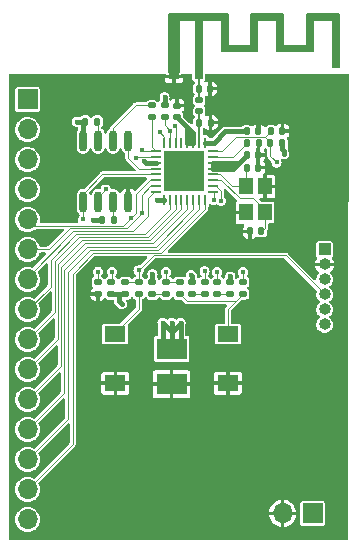
<source format=gbr>
%TF.GenerationSoftware,KiCad,Pcbnew,(6.0.0)*%
%TF.CreationDate,2022-02-12T21:43:18+08:00*%
%TF.ProjectId,esp8266,65737038-3236-4362-9e6b-696361645f70,rev?*%
%TF.SameCoordinates,Original*%
%TF.FileFunction,Copper,L1,Top*%
%TF.FilePolarity,Positive*%
%FSLAX46Y46*%
G04 Gerber Fmt 4.6, Leading zero omitted, Abs format (unit mm)*
G04 Created by KiCad (PCBNEW (6.0.0)) date 2022-02-12 21:43:18*
%MOMM*%
%LPD*%
G01*
G04 APERTURE LIST*
G04 Aperture macros list*
%AMRoundRect*
0 Rectangle with rounded corners*
0 $1 Rounding radius*
0 $2 $3 $4 $5 $6 $7 $8 $9 X,Y pos of 4 corners*
0 Add a 4 corners polygon primitive as box body*
4,1,4,$2,$3,$4,$5,$6,$7,$8,$9,$2,$3,0*
0 Add four circle primitives for the rounded corners*
1,1,$1+$1,$2,$3*
1,1,$1+$1,$4,$5*
1,1,$1+$1,$6,$7*
1,1,$1+$1,$8,$9*
0 Add four rect primitives between the rounded corners*
20,1,$1+$1,$2,$3,$4,$5,0*
20,1,$1+$1,$4,$5,$6,$7,0*
20,1,$1+$1,$6,$7,$8,$9,0*
20,1,$1+$1,$8,$9,$2,$3,0*%
G04 Aperture macros list end*
%TA.AperFunction,EtchedComponent*%
%ADD10C,0.200000*%
%TD*%
%TA.AperFunction,SMDPad,CuDef*%
%ADD11RoundRect,0.135000X-0.185000X0.135000X-0.185000X-0.135000X0.185000X-0.135000X0.185000X0.135000X0*%
%TD*%
%TA.AperFunction,SMDPad,CuDef*%
%ADD12RoundRect,0.147500X-0.147500X-0.172500X0.147500X-0.172500X0.147500X0.172500X-0.147500X0.172500X0*%
%TD*%
%TA.AperFunction,SMDPad,CuDef*%
%ADD13RoundRect,0.147500X-0.172500X0.147500X-0.172500X-0.147500X0.172500X-0.147500X0.172500X0.147500X0*%
%TD*%
%TA.AperFunction,SMDPad,CuDef*%
%ADD14RoundRect,0.062500X-0.062500X0.375000X-0.062500X-0.375000X0.062500X-0.375000X0.062500X0.375000X0*%
%TD*%
%TA.AperFunction,SMDPad,CuDef*%
%ADD15RoundRect,0.062500X-0.375000X0.062500X-0.375000X-0.062500X0.375000X-0.062500X0.375000X0.062500X0*%
%TD*%
%TA.AperFunction,SMDPad,CuDef*%
%ADD16R,3.450000X3.450000*%
%TD*%
%TA.AperFunction,SMDPad,CuDef*%
%ADD17RoundRect,0.140000X-0.170000X0.140000X-0.170000X-0.140000X0.170000X-0.140000X0.170000X0.140000X0*%
%TD*%
%TA.AperFunction,SMDPad,CuDef*%
%ADD18RoundRect,0.140000X0.140000X0.170000X-0.140000X0.170000X-0.140000X-0.170000X0.140000X-0.170000X0*%
%TD*%
%TA.AperFunction,SMDPad,CuDef*%
%ADD19RoundRect,0.135000X-0.135000X-0.185000X0.135000X-0.185000X0.135000X0.185000X-0.135000X0.185000X0*%
%TD*%
%TA.AperFunction,ComponentPad*%
%ADD20R,1.700000X1.700000*%
%TD*%
%TA.AperFunction,ComponentPad*%
%ADD21O,1.700000X1.700000*%
%TD*%
%TA.AperFunction,SMDPad,CuDef*%
%ADD22R,0.664055X0.536689*%
%TD*%
%TA.AperFunction,SMDPad,CuDef*%
%ADD23R,0.961030X0.557600*%
%TD*%
%TA.AperFunction,SMDPad,CuDef*%
%ADD24RoundRect,0.135000X0.135000X0.185000X-0.135000X0.185000X-0.135000X-0.185000X0.135000X-0.185000X0*%
%TD*%
%TA.AperFunction,BGAPad,CuDef*%
%ADD25R,1.800000X1.350000*%
%TD*%
%TA.AperFunction,SMDPad,CuDef*%
%ADD26R,2.600000X1.800000*%
%TD*%
%TA.AperFunction,SMDPad,CuDef*%
%ADD27O,0.700000X1.800000*%
%TD*%
%TA.AperFunction,ComponentPad*%
%ADD28R,1.000000X1.000000*%
%TD*%
%TA.AperFunction,ComponentPad*%
%ADD29O,1.000000X1.000000*%
%TD*%
%TA.AperFunction,SMDPad,CuDef*%
%ADD30RoundRect,0.140000X-0.140000X-0.170000X0.140000X-0.170000X0.140000X0.170000X-0.140000X0.170000X0*%
%TD*%
%TA.AperFunction,SMDPad,CuDef*%
%ADD31RoundRect,0.135000X0.185000X-0.135000X0.185000X0.135000X-0.185000X0.135000X-0.185000X-0.135000X0*%
%TD*%
%TA.AperFunction,SMDPad,CuDef*%
%ADD32R,1.150000X1.400000*%
%TD*%
%TA.AperFunction,ViaPad*%
%ADD33C,0.450000*%
%TD*%
%TA.AperFunction,Conductor*%
%ADD34C,0.400000*%
%TD*%
%TA.AperFunction,Conductor*%
%ADD35C,0.200000*%
%TD*%
%TA.AperFunction,Conductor*%
%ADD36C,0.100000*%
%TD*%
G04 APERTURE END LIST*
D10*
%TO.C,E1*%
X135302010Y-108716142D02*
X137300990Y-108716142D01*
X137300990Y-108716142D02*
X137300990Y-106074542D01*
X137300990Y-106074542D02*
X140001010Y-106074542D01*
X140001010Y-106074542D02*
X140001010Y-108716142D01*
X140001010Y-108716142D02*
X142002530Y-108716142D01*
X142002530Y-108716142D02*
X142002530Y-106074542D01*
X142002530Y-106074542D02*
X144702550Y-106074542D01*
X144702550Y-106074542D02*
X144702550Y-110514462D01*
X144702550Y-110514462D02*
X144202170Y-110514462D01*
X144202170Y-110514462D02*
X144202170Y-106574922D01*
X144202170Y-106574922D02*
X142502910Y-106574922D01*
X142502910Y-106574922D02*
X142502910Y-109216522D01*
X142502910Y-109216522D02*
X139503170Y-109216522D01*
X139503170Y-109216522D02*
X139503170Y-106574922D01*
X139503170Y-106574922D02*
X137801370Y-106574922D01*
X137801370Y-106574922D02*
X137801370Y-109216522D01*
X137801370Y-109216522D02*
X134801630Y-109216522D01*
X134801630Y-109216522D02*
X134801630Y-106574202D01*
X134801630Y-106574202D02*
X133102370Y-106574922D01*
X133102370Y-106574922D02*
X133102370Y-110952774D01*
X133102370Y-110952774D02*
X132604530Y-110952774D01*
X132604530Y-110952774D02*
X132604530Y-106574922D01*
X132604530Y-106574922D02*
X131204990Y-106574922D01*
X131204990Y-106574922D02*
X131204990Y-110924729D01*
X131204990Y-110924729D02*
X130305830Y-110924729D01*
X130305830Y-110924729D02*
X130305830Y-106074542D01*
X130305830Y-106074542D02*
X135302010Y-106074542D01*
X135302010Y-106074542D02*
X135302010Y-108716142D01*
G36*
X135302010Y-108716142D02*
G01*
X137300990Y-108716142D01*
X137300990Y-106074542D01*
X140001010Y-106074542D01*
X140001010Y-108716142D01*
X142002530Y-108716142D01*
X142002530Y-106074542D01*
X144702550Y-106074542D01*
X144702550Y-110514462D01*
X144202170Y-110514462D01*
X144202170Y-106574922D01*
X142502910Y-106574922D01*
X142502910Y-109216522D01*
X139503170Y-109216522D01*
X139503170Y-106574922D01*
X137801370Y-106574922D01*
X137801370Y-109216522D01*
X134801630Y-109216522D01*
X134801630Y-106574202D01*
X133102370Y-106574922D01*
X133102370Y-110952774D01*
X132604530Y-110952774D01*
X132604530Y-106574922D01*
X131204990Y-106574922D01*
X131204990Y-110924729D01*
X130305830Y-110924729D01*
X130305830Y-106074542D01*
X135302010Y-106074542D01*
X135302010Y-108716142D01*
G37*
X135302010Y-108716142D02*
X137300990Y-108716142D01*
X137300990Y-106074542D01*
X140001010Y-106074542D01*
X140001010Y-108716142D01*
X142002530Y-108716142D01*
X142002530Y-106074542D01*
X144702550Y-106074542D01*
X144702550Y-110514462D01*
X144202170Y-110514462D01*
X144202170Y-106574922D01*
X142502910Y-106574922D01*
X142502910Y-109216522D01*
X139503170Y-109216522D01*
X139503170Y-106574922D01*
X137801370Y-106574922D01*
X137801370Y-109216522D01*
X134801630Y-109216522D01*
X134801630Y-106574202D01*
X133102370Y-106574922D01*
X133102370Y-110952774D01*
X132604530Y-110952774D01*
X132604530Y-106574922D01*
X131204990Y-106574922D01*
X131204990Y-110924729D01*
X130305830Y-110924729D01*
X130305830Y-106074542D01*
X135302010Y-106074542D01*
X135302010Y-108716142D01*
%TD*%
D11*
%TO.P,R9,1*%
%TO.N,/RST*%
X136608000Y-128733000D03*
%TO.P,R9,2*%
%TO.N,Net-(R8-Pad2)*%
X136608000Y-129753000D03*
%TD*%
D12*
%TO.P,L1,1,1*%
%TO.N,Net-(C5-Pad2)*%
X132887000Y-115250000D03*
%TO.P,L1,2,2*%
%TO.N,GND*%
X133857000Y-115250000D03*
%TD*%
D11*
%TO.P,R8,1*%
%TO.N,/GPIO16*%
X131246501Y-128745207D03*
%TO.P,R8,2*%
%TO.N,Net-(R8-Pad2)*%
X131246501Y-129765207D03*
%TD*%
D13*
%TO.P,D2,1,K*%
%TO.N,/TXD*%
X134421610Y-128778000D03*
%TO.P,D2,2,A*%
%TO.N,Net-(D2-Pad2)*%
X134421610Y-129748000D03*
%TD*%
D14*
%TO.P,U1,1,VDDA*%
%TO.N,+3V3*%
X133392000Y-116942500D03*
%TO.P,U1,2,LNA*%
%TO.N,Net-(C5-Pad2)*%
X132892000Y-116942500D03*
%TO.P,U1,3,VDD3P3*%
%TO.N,+3V3*%
X132392000Y-116942500D03*
%TO.P,U1,4,VDD3P3*%
X131892000Y-116942500D03*
%TO.P,U1,5,VDD_RTC*%
%TO.N,unconnected-(U1-Pad5)*%
X131392000Y-116942500D03*
%TO.P,U1,6,TOUT*%
%TO.N,/ADC_IN*%
X130892000Y-116942500D03*
%TO.P,U1,7,CHIP_PU*%
%TO.N,/CHIP_PU*%
X130392000Y-116942500D03*
%TO.P,U1,8,XPD_DCDC*%
%TO.N,/GPIO16*%
X129892000Y-116942500D03*
D15*
%TO.P,U1,9,MTMS*%
%TO.N,/MTMS*%
X129204500Y-117630000D03*
%TO.P,U1,10,MTDI*%
%TO.N,/MTDI*%
X129204500Y-118130000D03*
%TO.P,U1,11,VDDPST*%
%TO.N,+3V3*%
X129204500Y-118630000D03*
%TO.P,U1,12,MTCK*%
%TO.N,/MTCK*%
X129204500Y-119130000D03*
%TO.P,U1,13,MTDO*%
%TO.N,/MTDO*%
X129204500Y-119630000D03*
%TO.P,U1,14,GPIO2*%
%TO.N,/GPIO2*%
X129204500Y-120130000D03*
%TO.P,U1,15,GPIO0*%
%TO.N,/GPIO0*%
X129204500Y-120630000D03*
%TO.P,U1,16,GPIO4*%
%TO.N,/GPIO4*%
X129204500Y-121130000D03*
D14*
%TO.P,U1,17,VDDPST*%
%TO.N,+3V3*%
X129892000Y-121817500D03*
%TO.P,U1,18,SDIO_DATA_2*%
%TO.N,/SD2{slash}GPIO9*%
X130392000Y-121817500D03*
%TO.P,U1,19,SDIO_DATA_3*%
%TO.N,/SD3{slash}CS*%
X130892000Y-121817500D03*
%TO.P,U1,20,SDIO_CMD*%
%TO.N,/CMD{slash}MOSI*%
X131392000Y-121817500D03*
%TO.P,U1,21,SDIO_CLK*%
%TO.N,/SCLK*%
X131892000Y-121817500D03*
%TO.P,U1,22,SDIO_DATA_0*%
%TO.N,/SD0{slash}MISO*%
X132392000Y-121817500D03*
%TO.P,U1,23,SDIO_DATA_1*%
%TO.N,/SD1{slash}INT*%
X132892000Y-121817500D03*
%TO.P,U1,24,GPIO5*%
%TO.N,/GPIO5*%
X133392000Y-121817500D03*
D15*
%TO.P,U1,25,U0RXD*%
%TO.N,/RXD*%
X134079500Y-121130000D03*
%TO.P,U1,26,U0TXD*%
%TO.N,/TXD*%
X134079500Y-120630000D03*
%TO.P,U1,27,XTAL_OUT*%
%TO.N,Net-(C8-Pad2)*%
X134079500Y-120130000D03*
%TO.P,U1,28,XTAL_IN*%
%TO.N,Net-(C9-Pad2)*%
X134079500Y-119630000D03*
%TO.P,U1,29,VDDD*%
%TO.N,+3V3*%
X134079500Y-119130000D03*
%TO.P,U1,30,VDDA*%
X134079500Y-118630000D03*
%TO.P,U1,31,RES12K*%
%TO.N,Net-(R3-Pad2)*%
X134079500Y-118130000D03*
%TO.P,U1,32,~{EXT_RSTB}*%
%TO.N,/RST*%
X134079500Y-117630000D03*
D16*
%TO.P,U1,33,GND*%
%TO.N,GND*%
X131642000Y-119380000D03*
%TD*%
D11*
%TO.P,R5,1*%
%TO.N,+3V3*%
X135493220Y-128753000D03*
%TO.P,R5,2*%
%TO.N,Net-(D2-Pad2)*%
X135493220Y-129773000D03*
%TD*%
D17*
%TO.P,C2,1*%
%TO.N,GND*%
X131016006Y-113800000D03*
%TO.P,C2,2*%
%TO.N,+3V3*%
X131016006Y-114760000D03*
%TD*%
D18*
%TO.P,C7,1*%
%TO.N,GND*%
X139932000Y-115965000D03*
%TO.P,C7,2*%
%TO.N,/RST*%
X138972000Y-115965000D03*
%TD*%
D19*
%TO.P,R11,1*%
%TO.N,/RST*%
X138922000Y-116970000D03*
%TO.P,R11,2*%
%TO.N,+3V3*%
X139942000Y-116970000D03*
%TD*%
D20*
%TO.P,J4,1,Pin_1*%
%TO.N,/ADC_IN*%
X118364000Y-113284000D03*
D21*
%TO.P,J4,2,Pin_2*%
%TO.N,/CHIP_PU*%
X118364000Y-115824000D03*
%TO.P,J4,3,Pin_3*%
%TO.N,/GPIO16*%
X118364000Y-118364000D03*
%TO.P,J4,4,Pin_4*%
%TO.N,/MTMS*%
X118364000Y-120904000D03*
%TO.P,J4,5,Pin_5*%
%TO.N,/GPIO2*%
X118364000Y-123444000D03*
%TO.P,J4,6,Pin_6*%
%TO.N,/GPIO0*%
X118364000Y-125984000D03*
%TO.P,J4,7,Pin_7*%
%TO.N,/GPIO4*%
X118364000Y-128524000D03*
%TO.P,J4,8,Pin_8*%
%TO.N,/SD2{slash}GPIO9*%
X118364000Y-131064000D03*
%TO.P,J4,9,Pin_9*%
%TO.N,/SD3{slash}CS*%
X118364000Y-133604000D03*
%TO.P,J4,10,Pin_10*%
%TO.N,/CMD{slash}MOSI*%
X118364000Y-136144000D03*
%TO.P,J4,11,Pin_11*%
%TO.N,/SCLK*%
X118364000Y-138684000D03*
%TO.P,J4,12,Pin_12*%
%TO.N,/SD0{slash}MISO*%
X118364000Y-141224000D03*
%TO.P,J4,13,Pin_13*%
%TO.N,/SD1{slash}INT*%
X118364000Y-143764000D03*
%TO.P,J4,14,Pin_14*%
%TO.N,/GPIO5*%
X118364000Y-146304000D03*
%TO.P,J4,15,Pin_15*%
%TO.N,unconnected-(J4-Pad15)*%
X118364000Y-148844000D03*
%TD*%
D22*
%TO.P,E1,ANT,SIGNAL*%
%TO.N,Net-(C5-Pad1)*%
X132854111Y-111277418D03*
D23*
%TO.P,E1,GND,GND*%
%TO.N,GND*%
X130754980Y-111298273D03*
%TD*%
D24*
%TO.P,R14,1*%
%TO.N,Net-(R14-Pad1)*%
X125699000Y-123500000D03*
%TO.P,R14,2*%
%TO.N,+3V3*%
X124679000Y-123500000D03*
%TD*%
D25*
%TO.P,SW2,1,1*%
%TO.N,Net-(R10-Pad2)*%
X125791000Y-133152500D03*
%TO.P,SW2,2,2*%
%TO.N,GND*%
X125791000Y-137302500D03*
%TD*%
D24*
%TO.P,R13,1*%
%TO.N,Net-(R13-Pad1)*%
X124275000Y-115150000D03*
%TO.P,R13,2*%
%TO.N,+3V3*%
X123255000Y-115150000D03*
%TD*%
D18*
%TO.P,C3,1*%
%TO.N,GND*%
X137882000Y-118000000D03*
%TO.P,C3,2*%
%TO.N,+3V3*%
X136922000Y-118000000D03*
%TD*%
D24*
%TO.P,R3,1*%
%TO.N,GND*%
X137932000Y-116995000D03*
%TO.P,R3,2*%
%TO.N,Net-(R3-Pad2)*%
X136912000Y-116995000D03*
%TD*%
D26*
%TO.P,C1,1*%
%TO.N,+3V3*%
X130556000Y-134390000D03*
%TO.P,C1,2*%
%TO.N,GND*%
X130556000Y-137390000D03*
%TD*%
D18*
%TO.P,C9,1*%
%TO.N,GND*%
X137894358Y-119055837D03*
%TO.P,C9,2*%
%TO.N,Net-(C9-Pad2)*%
X136934358Y-119055837D03*
%TD*%
D27*
%TO.P,U2,1,CS*%
%TO.N,/MTDO*%
X123065000Y-121980000D03*
%TO.P,U2,2,SO*%
%TO.N,/MTDI*%
X124335000Y-121980000D03*
%TO.P,U2,3,WP*%
%TO.N,Net-(R14-Pad1)*%
X125605000Y-121980000D03*
%TO.P,U2,4,GND*%
%TO.N,GND*%
X126875000Y-121980000D03*
%TO.P,U2,5,SI*%
%TO.N,/MTCK*%
X126875000Y-116780000D03*
%TO.P,U2,6,CLK*%
%TO.N,Net-(R15-Pad1)*%
X125605000Y-116780000D03*
%TO.P,U2,7,HOLD*%
%TO.N,Net-(R13-Pad1)*%
X124335000Y-116780000D03*
%TO.P,U2,8,VCC*%
%TO.N,+3V3*%
X123065000Y-116780000D03*
%TD*%
D28*
%TO.P,J2,1,Pin_1*%
%TO.N,+3V3*%
X143510000Y-125984000D03*
D29*
%TO.P,J2,2,Pin_2*%
%TO.N,GND*%
X143510000Y-127254000D03*
%TO.P,J2,3,Pin_3*%
%TO.N,/RST*%
X143510000Y-128524000D03*
%TO.P,J2,4,Pin_4*%
%TO.N,/GPIO0*%
X143510000Y-129794000D03*
%TO.P,J2,5,Pin_5*%
%TO.N,/TXD*%
X143510000Y-131064000D03*
%TO.P,J2,6,Pin_6*%
%TO.N,/RXD*%
X143510000Y-132334000D03*
%TD*%
D13*
%TO.P,D3,1,K*%
%TO.N,/RXD*%
X133350000Y-128778000D03*
%TO.P,D3,2,A*%
%TO.N,Net-(D3-Pad2)*%
X133350000Y-129748000D03*
%TD*%
D30*
%TO.P,C8,1*%
%TO.N,GND*%
X137190000Y-124460000D03*
%TO.P,C8,2*%
%TO.N,Net-(C8-Pad2)*%
X138150000Y-124460000D03*
%TD*%
D13*
%TO.P,D1,1,K*%
%TO.N,/GPIO16*%
X130089724Y-128770207D03*
%TO.P,D1,2,A*%
%TO.N,Net-(D1-Pad2)*%
X130089724Y-129740207D03*
%TD*%
D11*
%TO.P,R4,1*%
%TO.N,/GPIO2*%
X125462616Y-128745207D03*
%TO.P,R4,2*%
%TO.N,+3V3*%
X125462616Y-129765207D03*
%TD*%
%TO.P,R15,1*%
%TO.N,Net-(R15-Pad1)*%
X128896006Y-113790000D03*
%TO.P,R15,2*%
%TO.N,/MTMS*%
X128896006Y-114810000D03*
%TD*%
D17*
%TO.P,C5,1*%
%TO.N,Net-(C5-Pad1)*%
X132901030Y-113325654D03*
%TO.P,C5,2*%
%TO.N,Net-(C5-Pad2)*%
X132901030Y-114285654D03*
%TD*%
D25*
%TO.P,SW1,1,1*%
%TO.N,Net-(R8-Pad2)*%
X135321000Y-133152500D03*
%TO.P,SW1,2,2*%
%TO.N,GND*%
X135321000Y-137302500D03*
%TD*%
D20*
%TO.P,J1,1,Pin_1*%
%TO.N,+3V3*%
X142494000Y-148336000D03*
D21*
%TO.P,J1,2,Pin_2*%
%TO.N,GND*%
X139954000Y-148336000D03*
%TD*%
D18*
%TO.P,C4,1*%
%TO.N,GND*%
X137882000Y-115990000D03*
%TO.P,C4,2*%
%TO.N,+3V3*%
X136922000Y-115990000D03*
%TD*%
D11*
%TO.P,R10,1*%
%TO.N,/GPIO0*%
X127776170Y-128745207D03*
%TO.P,R10,2*%
%TO.N,Net-(R10-Pad2)*%
X127776170Y-129765207D03*
%TD*%
D18*
%TO.P,C6,1*%
%TO.N,GND*%
X133812687Y-112368194D03*
%TO.P,C6,2*%
%TO.N,Net-(C5-Pad1)*%
X132852687Y-112368194D03*
%TD*%
D11*
%TO.P,R12,1*%
%TO.N,/MTDO*%
X124305839Y-128745207D03*
%TO.P,R12,2*%
%TO.N,GND*%
X124305839Y-129765207D03*
%TD*%
%TO.P,R2,1*%
%TO.N,+3V3*%
X128932947Y-128745207D03*
%TO.P,R2,2*%
%TO.N,Net-(D1-Pad2)*%
X128932947Y-129765207D03*
%TD*%
%TO.P,R6,1*%
%TO.N,+3V3*%
X132320000Y-128753000D03*
%TO.P,R6,2*%
%TO.N,Net-(D3-Pad2)*%
X132320000Y-129773000D03*
%TD*%
%TO.P,R1,1*%
%TO.N,/GPIO0*%
X126619393Y-128745207D03*
%TO.P,R1,2*%
%TO.N,+3V3*%
X126619393Y-129765207D03*
%TD*%
D31*
%TO.P,R7,1*%
%TO.N,/CHIP_PU*%
X129961006Y-114810000D03*
%TO.P,R7,2*%
%TO.N,+3V3*%
X129961006Y-113790000D03*
%TD*%
D32*
%TO.P,Y1,1,1*%
%TO.N,Net-(C9-Pad2)*%
X136871152Y-120649257D03*
%TO.P,Y1,2,2*%
%TO.N,GND*%
X136871152Y-122849257D03*
%TO.P,Y1,3,3*%
%TO.N,Net-(C8-Pad2)*%
X138471152Y-122849257D03*
%TO.P,Y1,4,4*%
%TO.N,GND*%
X138471152Y-120649257D03*
%TD*%
D33*
%TO.N,+3V3*%
X122511816Y-115158389D03*
X129963353Y-113099496D03*
X140076500Y-117894232D03*
X135532897Y-128264023D03*
X132195647Y-128153270D03*
X130556000Y-132179500D03*
X134158924Y-116950881D03*
X128243907Y-118504500D03*
X128932739Y-128074200D03*
X136098000Y-118824000D03*
X129794000Y-132179500D03*
X126341843Y-130622992D03*
X131318000Y-132179500D03*
X123936850Y-123472882D03*
X129301480Y-121824344D03*
X131892000Y-115635994D03*
%TO.N,GND*%
X131042000Y-118780000D03*
X132242000Y-120580000D03*
X132842000Y-119380000D03*
X132842000Y-119980000D03*
X132842000Y-118780000D03*
X131642000Y-120580000D03*
X131642000Y-119380000D03*
X132242000Y-119380000D03*
X132242000Y-119980000D03*
X132842000Y-120580000D03*
X130442000Y-119380000D03*
X131042000Y-119380000D03*
X132242000Y-118780000D03*
X132242000Y-118180000D03*
X130442000Y-119980000D03*
X131042000Y-118180000D03*
X132842000Y-118180000D03*
X126492000Y-120396000D03*
X131042000Y-120580000D03*
X137882000Y-115072204D03*
X127254000Y-120396000D03*
X131642000Y-118780000D03*
X131042000Y-119980000D03*
X131642000Y-118180000D03*
X131642000Y-119980000D03*
X130442000Y-118780000D03*
X130442000Y-118180000D03*
X130442000Y-120580000D03*
%TO.N,/RST*%
X136618467Y-127895637D03*
X139446000Y-118618000D03*
%TO.N,/GPIO16*%
X129540000Y-116078000D03*
X130060572Y-127885176D03*
%TO.N,/TXD*%
X134402665Y-127889523D03*
X134740800Y-121855775D03*
%TO.N,/RXD*%
X134156177Y-121780340D03*
X133350000Y-127822500D03*
%TO.N,/GPIO0*%
X127762000Y-127762000D03*
X128016000Y-122936000D03*
%TO.N,/ADC_IN*%
X130810000Y-115570000D03*
%TO.N,/CHIP_PU*%
X130392000Y-115988000D03*
%TO.N,/GPIO2*%
X127116188Y-123306188D03*
X125506591Y-127869952D03*
%TO.N,/MTMS*%
X128016000Y-117602000D03*
%TO.N,/MTDI*%
X124970000Y-120904000D03*
X127553583Y-118275572D03*
%TO.N,/MTDO*%
X124309057Y-127860523D03*
X123065000Y-123444000D03*
%TD*%
D34*
%TO.N,+3V3*%
X123065000Y-115340000D02*
X123255000Y-115150000D01*
X132392000Y-116135994D02*
X131892000Y-115635994D01*
X134150543Y-116942500D02*
X134158924Y-116950881D01*
X132224489Y-128146772D02*
X132202145Y-128146772D01*
X132392000Y-116942500D02*
X132392000Y-116135994D01*
X131892000Y-116635994D02*
X132010997Y-116516997D01*
X126075293Y-129765207D02*
X126619393Y-129765207D01*
X136082500Y-118839500D02*
X136098000Y-118824000D01*
X139942000Y-116970000D02*
X139942000Y-117495716D01*
X128369407Y-118630000D02*
X128243907Y-118504500D01*
X133392000Y-116942500D02*
X134150543Y-116942500D01*
X135119805Y-115990000D02*
X136922000Y-115990000D01*
X122520205Y-115150000D02*
X122511816Y-115158389D01*
X124679000Y-123500000D02*
X123963968Y-123500000D01*
X130556000Y-134390000D02*
X130556000Y-132179500D01*
X130556000Y-132941500D02*
X129794000Y-132179500D01*
X135792000Y-119130000D02*
X136098000Y-118824000D01*
X123255000Y-115150000D02*
X122520205Y-115150000D01*
X131892000Y-116942500D02*
X131892000Y-116635994D01*
X129204500Y-118630000D02*
X128369407Y-118630000D01*
X128932947Y-128074408D02*
X128932739Y-128074200D01*
X134079500Y-118839500D02*
X136082500Y-118839500D01*
X130556000Y-134390000D02*
X130556000Y-132941500D01*
X126075293Y-130356442D02*
X126341843Y-130622992D01*
X132392000Y-116898000D02*
X132010997Y-116516997D01*
X129961006Y-113101843D02*
X129963353Y-113099496D01*
X131892000Y-115635994D02*
X132264997Y-116008991D01*
X132320000Y-128242284D02*
X132224489Y-128146772D01*
X129794000Y-132179500D02*
X129794000Y-133628000D01*
X134158924Y-116950881D02*
X135119805Y-115990000D01*
X134079500Y-118630000D02*
X136292000Y-118630000D01*
X123963968Y-123500000D02*
X123936850Y-123472882D01*
X134079500Y-118839500D02*
X134079500Y-118630000D01*
X126075293Y-129765207D02*
X126075293Y-130356442D01*
X130556000Y-132941500D02*
X131318000Y-132179500D01*
X128932947Y-128745207D02*
X128932947Y-128074408D01*
X134079500Y-119130000D02*
X134079500Y-118839500D01*
X132320000Y-128753000D02*
X132320000Y-128242284D01*
X132392000Y-116942500D02*
X132392000Y-116898000D01*
X132010997Y-116516997D02*
X132264997Y-116262997D01*
X136292000Y-118630000D02*
X136922000Y-118000000D01*
X140051511Y-117869243D02*
X140076500Y-117894232D01*
X132264997Y-116262997D02*
X132392000Y-116135994D01*
X134079500Y-119130000D02*
X135792000Y-119130000D01*
X131318000Y-132179500D02*
X131318000Y-133628000D01*
X132202145Y-128146772D02*
X132195647Y-128153270D01*
X131892000Y-115635994D02*
X131892000Y-116942500D01*
X129308324Y-121817500D02*
X129301480Y-121824344D01*
X129961006Y-113790000D02*
X129961006Y-113101843D01*
X140051511Y-117605228D02*
X140051511Y-117869243D01*
X129892000Y-121817500D02*
X129308324Y-121817500D01*
X132264997Y-116008991D02*
X132264997Y-116262997D01*
X139942000Y-117495716D02*
X140051511Y-117605228D01*
X131016006Y-114760000D02*
X131892000Y-115635994D01*
X135493220Y-128303700D02*
X135532897Y-128264023D01*
X123065000Y-116780000D02*
X123065000Y-115340000D01*
X135493220Y-128753000D02*
X135493220Y-128303700D01*
X131892000Y-116942500D02*
X132392000Y-116942500D01*
X136292000Y-118630000D02*
X136098000Y-118824000D01*
X131318000Y-133628000D02*
X130556000Y-134390000D01*
X125462616Y-129765207D02*
X126075293Y-129765207D01*
X129794000Y-133628000D02*
X130556000Y-134390000D01*
%TO.N,GND*%
X137882000Y-115990000D02*
X137882000Y-115072204D01*
D35*
%TO.N,Net-(C5-Pad1)*%
X132852687Y-111325064D02*
X132854954Y-111322797D01*
X132901030Y-113325654D02*
X132901030Y-112416537D01*
X132901030Y-112416537D02*
X132852687Y-112368194D01*
X132852687Y-112368194D02*
X132852687Y-111325064D01*
%TO.N,Net-(C5-Pad2)*%
X132887000Y-115250000D02*
X132887000Y-114299684D01*
X132887000Y-114299684D02*
X132901030Y-114285654D01*
X132892000Y-116942500D02*
X132892000Y-115255000D01*
X132892000Y-115255000D02*
X132887000Y-115250000D01*
D36*
%TO.N,/RST*%
X134079500Y-117630000D02*
X134848000Y-117630000D01*
X138459586Y-116477414D02*
X138972000Y-115965000D01*
X138922000Y-116970000D02*
X138922000Y-118094000D01*
X134848000Y-117630000D02*
X136000586Y-116477414D01*
X138922000Y-116939828D02*
X138459586Y-116477414D01*
X138922000Y-118094000D02*
X139446000Y-118618000D01*
X136000586Y-116477414D02*
X138459586Y-116477414D01*
X136608000Y-128733000D02*
X136608000Y-127906104D01*
X138922000Y-116970000D02*
X138922000Y-116939828D01*
X136608000Y-127906104D02*
X136618467Y-127895637D01*
%TO.N,Net-(C8-Pad2)*%
X138150000Y-124460000D02*
X138471152Y-124138848D01*
X136313873Y-121666000D02*
X137478948Y-121666000D01*
X138471152Y-124138848D02*
X138471152Y-122849257D01*
X134777873Y-120130000D02*
X136313873Y-121666000D01*
X138471152Y-122658204D02*
X138471152Y-122849257D01*
X137478948Y-121666000D02*
X138471152Y-122658204D01*
X134079500Y-120130000D02*
X134777873Y-120130000D01*
%TO.N,Net-(C9-Pad2)*%
X135637257Y-120649257D02*
X136871152Y-120649257D01*
X134079500Y-119630000D02*
X134618000Y-119630000D01*
X136871152Y-119119043D02*
X136934358Y-119055837D01*
X136871152Y-120649257D02*
X136871152Y-119119043D01*
X134618000Y-119630000D02*
X135637257Y-120649257D01*
%TO.N,/GPIO16*%
X131221501Y-128770207D02*
X131246501Y-128745207D01*
X130089724Y-128770207D02*
X131221501Y-128770207D01*
X130089724Y-128770207D02*
X130089724Y-127914328D01*
X129892000Y-116942500D02*
X129892000Y-116430000D01*
X129892000Y-116430000D02*
X129540000Y-116078000D01*
X130089724Y-127914328D02*
X130060572Y-127885176D01*
%TO.N,Net-(D1-Pad2)*%
X128932947Y-129765207D02*
X130064724Y-129765207D01*
X130064724Y-129765207D02*
X130089724Y-129740207D01*
%TO.N,/TXD*%
X134316841Y-120630000D02*
X134079500Y-120630000D01*
X134402665Y-127889523D02*
X134421610Y-128778000D01*
X134740800Y-121053959D02*
X134316841Y-120630000D01*
X134740800Y-121855775D02*
X134740800Y-121053959D01*
%TO.N,Net-(D2-Pad2)*%
X135468220Y-129748000D02*
X135493220Y-129773000D01*
X134421610Y-129748000D02*
X135468220Y-129748000D01*
%TO.N,/RXD*%
X134156177Y-121206677D02*
X134079500Y-121130000D01*
X134156177Y-121780340D02*
X134156177Y-121206677D01*
X133350000Y-127822500D02*
X133350000Y-128778000D01*
%TO.N,Net-(D3-Pad2)*%
X133325000Y-129773000D02*
X133350000Y-129748000D01*
X132320000Y-129773000D02*
X133325000Y-129773000D01*
%TO.N,/GPIO0*%
X129032000Y-126492000D02*
X140208000Y-126492000D01*
X121920000Y-124206000D02*
X120142000Y-125984000D01*
X120142000Y-125984000D02*
X118364000Y-125984000D01*
X127776170Y-128745207D02*
X127776170Y-127776170D01*
X127762000Y-127762000D02*
X129032000Y-126492000D01*
X126619393Y-128745207D02*
X127776170Y-128745207D01*
X127776170Y-127776170D02*
X127762000Y-127762000D01*
X128016000Y-121333672D02*
X128016000Y-122936000D01*
X129204500Y-120630000D02*
X128719672Y-120630000D01*
X126746000Y-124206000D02*
X121920000Y-124206000D01*
X128016000Y-122936000D02*
X126746000Y-124206000D01*
X128719672Y-120630000D02*
X128016000Y-121333672D01*
X140208000Y-126492000D02*
X143510000Y-129794000D01*
%TO.N,/ADC_IN*%
X130892000Y-115652000D02*
X130810000Y-115570000D01*
X130892000Y-116942500D02*
X130892000Y-115652000D01*
%TO.N,/SD3{slash}CS*%
X128520510Y-124968000D02*
X122682000Y-124968000D01*
X122682000Y-124968000D02*
X120650000Y-127000000D01*
X120650000Y-127000000D02*
X120650000Y-131318000D01*
X130892000Y-122596510D02*
X128520510Y-124968000D01*
X120650000Y-131318000D02*
X118364000Y-133604000D01*
X130892000Y-121817500D02*
X130892000Y-122596510D01*
%TO.N,/SD2{slash}GPIO9*%
X120307728Y-129120272D02*
X120307728Y-126862435D01*
X120307728Y-126862435D02*
X122456163Y-124714000D01*
X128270000Y-124714000D02*
X130392000Y-122592000D01*
X122456163Y-124714000D02*
X128270000Y-124714000D01*
X118364000Y-131064000D02*
X120307728Y-129120272D01*
X130392000Y-122592000D02*
X130392000Y-121817500D01*
%TO.N,/SD1{slash}INT*%
X118364000Y-143764000D02*
X121778346Y-140349654D01*
X121778346Y-140349654D02*
X121778346Y-127903654D01*
X123625691Y-126056309D02*
X129417448Y-126056309D01*
X121778346Y-127903654D02*
X123625691Y-126056309D01*
X132892000Y-122581757D02*
X132892000Y-121817500D01*
X129417448Y-126056309D02*
X132892000Y-122581757D01*
%TO.N,/CMD{slash}MOSI*%
X131392000Y-121817500D02*
X131392000Y-122595439D01*
X122936000Y-125222000D02*
X120904000Y-127254000D01*
X120904000Y-133604000D02*
X118364000Y-136144000D01*
X120904000Y-127254000D02*
X120904000Y-133604000D01*
X131392000Y-122595439D02*
X128765439Y-125222000D01*
X128765439Y-125222000D02*
X122936000Y-125222000D01*
%TO.N,/SD0{slash}MISO*%
X132392000Y-122589807D02*
X129197318Y-125784489D01*
X129197318Y-125784489D02*
X123361359Y-125784489D01*
X132392000Y-121817500D02*
X132392000Y-122589807D01*
X121412000Y-127733848D02*
X121412000Y-138176000D01*
X123361359Y-125784489D02*
X121412000Y-127733848D01*
X121412000Y-138176000D02*
X118364000Y-141224000D01*
%TO.N,/SCLK*%
X131892000Y-121817500D02*
X131892000Y-122573433D01*
X121158000Y-127508000D02*
X121158000Y-135890000D01*
X131892000Y-122573433D02*
X128989433Y-125476000D01*
X123190000Y-125476000D02*
X121158000Y-127508000D01*
X128989433Y-125476000D02*
X123190000Y-125476000D01*
X121158000Y-135890000D02*
X118364000Y-138684000D01*
%TO.N,/CHIP_PU*%
X130392000Y-115912000D02*
X130392000Y-115988000D01*
X129961006Y-114810000D02*
X129961006Y-115481006D01*
X130392000Y-115988000D02*
X130392000Y-116942500D01*
X129961006Y-115481006D02*
X130392000Y-115912000D01*
%TO.N,/GPIO5*%
X122174000Y-142494000D02*
X118364000Y-146304000D01*
X133392000Y-122580686D02*
X129680197Y-126292489D01*
X122174000Y-128030076D02*
X122174000Y-142494000D01*
X123911587Y-126292489D02*
X122174000Y-128030076D01*
X133392000Y-121817500D02*
X133392000Y-122580686D01*
X129680197Y-126292489D02*
X123911587Y-126292489D01*
%TO.N,/GPIO4*%
X128524000Y-121666000D02*
X129060000Y-121130000D01*
X127254000Y-124460000D02*
X128524000Y-123190000D01*
X122231131Y-124460000D02*
X127254000Y-124460000D01*
X128524000Y-123190000D02*
X128524000Y-121666000D01*
X118364000Y-128327131D02*
X122231131Y-124460000D01*
X129060000Y-121130000D02*
X129204500Y-121130000D01*
X118364000Y-128524000D02*
X118364000Y-128327131D01*
%TO.N,/GPIO2*%
X126452856Y-123969520D02*
X127116188Y-123306188D01*
X128719672Y-120130000D02*
X127549520Y-121300152D01*
X125506591Y-128701232D02*
X125462616Y-128745207D01*
X125506591Y-127869952D02*
X125506591Y-128701232D01*
X127549520Y-122872856D02*
X127116188Y-123306188D01*
X118889520Y-123969520D02*
X126452856Y-123969520D01*
X118364000Y-123444000D02*
X118889520Y-123969520D01*
X127549520Y-121300152D02*
X127549520Y-122872856D01*
X129204500Y-120130000D02*
X128719672Y-120130000D01*
%TO.N,/MTMS*%
X129204500Y-117630000D02*
X128044000Y-117630000D01*
X129204500Y-117630000D02*
X128896006Y-117321506D01*
X128896006Y-117321506D02*
X128896006Y-114810000D01*
X128044000Y-117630000D02*
X128016000Y-117602000D01*
%TO.N,/MTDI*%
X124970000Y-120904000D02*
X124335000Y-121539000D01*
X127699155Y-118130000D02*
X127553583Y-118275572D01*
X124335000Y-121539000D02*
X124335000Y-121980000D01*
X129204500Y-118130000D02*
X127699155Y-118130000D01*
%TO.N,/MTCK*%
X129204500Y-119130000D02*
X127768000Y-119130000D01*
X126875000Y-118237000D02*
X126875000Y-116780000D01*
X127768000Y-119130000D02*
X126875000Y-118237000D01*
%TO.N,/MTDO*%
X123065000Y-121251500D02*
X123065000Y-121980000D01*
X123065000Y-121980000D02*
X123065000Y-123444000D01*
X124686500Y-119630000D02*
X123065000Y-121251500D01*
X124305839Y-128745207D02*
X124305839Y-127863741D01*
X124305839Y-127863741D02*
X124309057Y-127860523D01*
X129204500Y-119630000D02*
X124686500Y-119630000D01*
%TO.N,Net-(R3-Pad2)*%
X134079500Y-118130000D02*
X135777000Y-118130000D01*
X135777000Y-118130000D02*
X136912000Y-116995000D01*
%TO.N,Net-(R8-Pad2)*%
X135982500Y-130378500D02*
X136608000Y-129753000D01*
X135321000Y-131040000D02*
X135321000Y-133152500D01*
X131246501Y-129765207D02*
X131859794Y-130378500D01*
X135982500Y-130378500D02*
X135321000Y-131040000D01*
X131859794Y-130378500D02*
X135982500Y-130378500D01*
%TO.N,Net-(R10-Pad2)*%
X127776170Y-131049830D02*
X125791000Y-133035000D01*
X127776170Y-129765207D02*
X127776170Y-131049830D01*
X125791000Y-133035000D02*
X125791000Y-133152500D01*
%TO.N,Net-(R13-Pad1)*%
X124335000Y-116780000D02*
X124335000Y-115210000D01*
X124335000Y-115210000D02*
X124275000Y-115150000D01*
%TO.N,Net-(R14-Pad1)*%
X125605000Y-123406000D02*
X125605000Y-121980000D01*
X125699000Y-123500000D02*
X125605000Y-123406000D01*
%TO.N,Net-(R15-Pad1)*%
X127512000Y-113790000D02*
X128896006Y-113790000D01*
X125605000Y-116780000D02*
X125605000Y-115697000D01*
X125605000Y-115697000D02*
X127512000Y-113790000D01*
%TD*%
%TA.AperFunction,Conductor*%
%TO.N,GND*%
G36*
X129950138Y-111118907D02*
G01*
X129958912Y-111130984D01*
X129982708Y-111148273D01*
X130066787Y-111148273D01*
X130124978Y-111167180D01*
X130134107Y-111174686D01*
X130142747Y-111182700D01*
X130151236Y-111186087D01*
X130156187Y-111189217D01*
X130161422Y-111191850D01*
X130168699Y-111197383D01*
X130193853Y-111204667D01*
X130203619Y-111207495D01*
X130212768Y-111210636D01*
X130246550Y-111224114D01*
X130252823Y-111224729D01*
X130253761Y-111224729D01*
X130258130Y-111225461D01*
X130258172Y-111225035D01*
X130267271Y-111225927D01*
X130276048Y-111228469D01*
X130285149Y-111227681D01*
X130285151Y-111227681D01*
X130314971Y-111225098D01*
X130323513Y-111224729D01*
X131149373Y-111224729D01*
X131159035Y-111225202D01*
X131166431Y-111225927D01*
X131175208Y-111228469D01*
X131184309Y-111227681D01*
X131184311Y-111227681D01*
X131214131Y-111225098D01*
X131222673Y-111224729D01*
X131232895Y-111224729D01*
X131237373Y-111223895D01*
X131237384Y-111223894D01*
X131240744Y-111223268D01*
X131250326Y-111221963D01*
X131257128Y-111221374D01*
X131277444Y-111219615D01*
X131277446Y-111219614D01*
X131286550Y-111218826D01*
X131294761Y-111214812D01*
X131300415Y-111213244D01*
X131305874Y-111211137D01*
X131314860Y-111209464D01*
X131345827Y-111190376D01*
X131354296Y-111185711D01*
X131360456Y-111182700D01*
X131386956Y-111169746D01*
X131389646Y-111166846D01*
X131445803Y-111148273D01*
X131519815Y-111148273D01*
X131532502Y-111144151D01*
X131534930Y-111140809D01*
X131584430Y-111104845D01*
X131615022Y-111100000D01*
X132222584Y-111100000D01*
X132280775Y-111118907D01*
X132316739Y-111168407D01*
X132321584Y-111199000D01*
X132321584Y-111565510D01*
X132333217Y-111623993D01*
X132377532Y-111690314D01*
X132443853Y-111734629D01*
X132453416Y-111736531D01*
X132453418Y-111736532D01*
X132465245Y-111738884D01*
X132472501Y-111740327D01*
X132525884Y-111770223D01*
X132551501Y-111825787D01*
X132552187Y-111837425D01*
X132552187Y-111838791D01*
X132533280Y-111896982D01*
X132515519Y-111914435D01*
X132514371Y-111914970D01*
X132429463Y-111999878D01*
X132378715Y-112108707D01*
X132372187Y-112158293D01*
X132372188Y-112578094D01*
X132372611Y-112581304D01*
X132372611Y-112581311D01*
X132377120Y-112615565D01*
X132378715Y-112627681D01*
X132381918Y-112634549D01*
X132407103Y-112688558D01*
X132429463Y-112736510D01*
X132494045Y-112801092D01*
X132521822Y-112855609D01*
X132512251Y-112916041D01*
X132494044Y-112941100D01*
X132447806Y-112987338D01*
X132397058Y-113096167D01*
X132390530Y-113145753D01*
X132390531Y-113505554D01*
X132390954Y-113508764D01*
X132390954Y-113508771D01*
X132394749Y-113537598D01*
X132397058Y-113555141D01*
X132404421Y-113570930D01*
X132441292Y-113650000D01*
X132447806Y-113663970D01*
X132519486Y-113735650D01*
X132547263Y-113790167D01*
X132537692Y-113850599D01*
X132519486Y-113875658D01*
X132447806Y-113947338D01*
X132444146Y-113955186D01*
X132444145Y-113955188D01*
X132415149Y-114017371D01*
X132397058Y-114056167D01*
X132390530Y-114105753D01*
X132390531Y-114465554D01*
X132390954Y-114468764D01*
X132390954Y-114468771D01*
X132394569Y-114496233D01*
X132397058Y-114515141D01*
X132407729Y-114538025D01*
X132427349Y-114580099D01*
X132447806Y-114623970D01*
X132504314Y-114680478D01*
X132532091Y-114734995D01*
X132522520Y-114795427D01*
X132504375Y-114820424D01*
X132473956Y-114850897D01*
X132452270Y-114872621D01*
X132401392Y-114976706D01*
X132391500Y-115044514D01*
X132391500Y-115294738D01*
X132372593Y-115352929D01*
X132323093Y-115388893D01*
X132261907Y-115388893D01*
X132222496Y-115364742D01*
X132145220Y-115287466D01*
X132138283Y-115283931D01*
X132138281Y-115283930D01*
X132087109Y-115257857D01*
X132062050Y-115239651D01*
X131555501Y-114733102D01*
X131527724Y-114678585D01*
X131526505Y-114663098D01*
X131526505Y-114580100D01*
X131519978Y-114530513D01*
X131491186Y-114468768D01*
X131472891Y-114429534D01*
X131472890Y-114429532D01*
X131469230Y-114421684D01*
X131463108Y-114415562D01*
X131458136Y-114408461D01*
X131460835Y-114406571D01*
X131440036Y-114365750D01*
X131449607Y-114305318D01*
X131479000Y-114270629D01*
X131494692Y-114259039D01*
X131505047Y-114248684D01*
X131574859Y-114154167D01*
X131581706Y-114141234D01*
X131621094Y-114029073D01*
X131623662Y-114017371D01*
X131625788Y-113994886D01*
X131626006Y-113990250D01*
X131626006Y-113965680D01*
X131621884Y-113952995D01*
X131617763Y-113950000D01*
X130965006Y-113950000D01*
X130906815Y-113931093D01*
X130870851Y-113881593D01*
X130866006Y-113851000D01*
X130866006Y-113634320D01*
X131166006Y-113634320D01*
X131170128Y-113647005D01*
X131174249Y-113650000D01*
X131610325Y-113650000D01*
X131623010Y-113645878D01*
X131626005Y-113641757D01*
X131626005Y-113609753D01*
X131625786Y-113605110D01*
X131623661Y-113582626D01*
X131621096Y-113570930D01*
X131581706Y-113458766D01*
X131574859Y-113445833D01*
X131505047Y-113351316D01*
X131494690Y-113340959D01*
X131400173Y-113271147D01*
X131387240Y-113264300D01*
X131275079Y-113224912D01*
X131263377Y-113222344D01*
X131240892Y-113220218D01*
X131236256Y-113220000D01*
X131181686Y-113220000D01*
X131169001Y-113224122D01*
X131166006Y-113228243D01*
X131166006Y-113634320D01*
X130866006Y-113634320D01*
X130866006Y-113235681D01*
X130861884Y-113222996D01*
X130857763Y-113220001D01*
X130795759Y-113220001D01*
X130791116Y-113220220D01*
X130768632Y-113222345D01*
X130756936Y-113224910D01*
X130644772Y-113264300D01*
X130631839Y-113271147D01*
X130537322Y-113340959D01*
X130531563Y-113346718D01*
X130477046Y-113374495D01*
X130416614Y-113364924D01*
X130373349Y-113321659D01*
X130363778Y-113261227D01*
X130367404Y-113246122D01*
X130369534Y-113239565D01*
X130373072Y-113232622D01*
X130394157Y-113099496D01*
X130388300Y-113062518D01*
X130374291Y-112974065D01*
X130374291Y-112974064D01*
X130373072Y-112966370D01*
X130340493Y-112902430D01*
X130315417Y-112853215D01*
X130315416Y-112853213D01*
X130311881Y-112846276D01*
X130216573Y-112750968D01*
X130209636Y-112747433D01*
X130209634Y-112747432D01*
X130103419Y-112693313D01*
X130103418Y-112693313D01*
X130096479Y-112689777D01*
X130088785Y-112688558D01*
X130088784Y-112688558D01*
X129971049Y-112669911D01*
X129963353Y-112668692D01*
X129955657Y-112669911D01*
X129837922Y-112688558D01*
X129837921Y-112688558D01*
X129830227Y-112689777D01*
X129823288Y-112693313D01*
X129823287Y-112693313D01*
X129717072Y-112747432D01*
X129717070Y-112747433D01*
X129710133Y-112750968D01*
X129614825Y-112846276D01*
X129611290Y-112853213D01*
X129611289Y-112853215D01*
X129586213Y-112902430D01*
X129553634Y-112966370D01*
X129552415Y-112974064D01*
X129552415Y-112974065D01*
X129538406Y-113062518D01*
X129532549Y-113099496D01*
X129533768Y-113107192D01*
X129552413Y-113224910D01*
X129553634Y-113232622D01*
X129556048Y-113237359D01*
X129560506Y-113265508D01*
X129560506Y-113355023D01*
X129541599Y-113413214D01*
X129531510Y-113425027D01*
X129498510Y-113458027D01*
X129443993Y-113485804D01*
X129383561Y-113476233D01*
X129358502Y-113458027D01*
X129276410Y-113375935D01*
X129268562Y-113372275D01*
X129268560Y-113372274D01*
X129176048Y-113329135D01*
X129176047Y-113329135D01*
X129169179Y-113325932D01*
X129120322Y-113319500D01*
X128671690Y-113319500D01*
X128622833Y-113325932D01*
X128615965Y-113329135D01*
X128615964Y-113329135D01*
X128523452Y-113372274D01*
X128523450Y-113372275D01*
X128515602Y-113375935D01*
X128431941Y-113459596D01*
X128421335Y-113482340D01*
X128379609Y-113527087D01*
X128331612Y-113539500D01*
X127546426Y-113539500D01*
X127527112Y-113537598D01*
X127521562Y-113536494D01*
X127512000Y-113534592D01*
X127502438Y-113536494D01*
X127423824Y-113552131D01*
X127423822Y-113552132D01*
X127414259Y-113554034D01*
X127406149Y-113559453D01*
X127388973Y-113570930D01*
X127388750Y-113571079D01*
X127331399Y-113609399D01*
X127325981Y-113617508D01*
X127325980Y-113617509D01*
X127322839Y-113622210D01*
X127310527Y-113637213D01*
X125452213Y-115495527D01*
X125437210Y-115507839D01*
X125424399Y-115516399D01*
X125396009Y-115558889D01*
X125369034Y-115599259D01*
X125367132Y-115608822D01*
X125367131Y-115608824D01*
X125352790Y-115680924D01*
X125349592Y-115697000D01*
X125346380Y-115696361D01*
X125332587Y-115738812D01*
X125297438Y-115768831D01*
X125287868Y-115773707D01*
X125282907Y-115778269D01*
X125282904Y-115778271D01*
X125226457Y-115830177D01*
X125176844Y-115875799D01*
X125173284Y-115881541D01*
X125107277Y-115988000D01*
X125097365Y-116003986D01*
X125070606Y-116096093D01*
X125065806Y-116112613D01*
X125031415Y-116163218D01*
X124973847Y-116183944D01*
X124915091Y-116166874D01*
X124877590Y-116118528D01*
X124872653Y-116098431D01*
X124871121Y-116087250D01*
X124870206Y-116080568D01*
X124867529Y-116074382D01*
X124867528Y-116074378D01*
X124812986Y-115948339D01*
X124812984Y-115948335D01*
X124810305Y-115942145D01*
X124715386Y-115824930D01*
X124709887Y-115821022D01*
X124709882Y-115821017D01*
X124627151Y-115762223D01*
X124590671Y-115713103D01*
X124585500Y-115681526D01*
X124585500Y-115674977D01*
X124604407Y-115616786D01*
X124614496Y-115604973D01*
X124689065Y-115530404D01*
X124693353Y-115521210D01*
X124735865Y-115430042D01*
X124735865Y-115430041D01*
X124739068Y-115423173D01*
X124745500Y-115374316D01*
X124745500Y-114925684D01*
X124739068Y-114876827D01*
X124723721Y-114843915D01*
X124692726Y-114777446D01*
X124692724Y-114777443D01*
X124689065Y-114769596D01*
X124605404Y-114685935D01*
X124597556Y-114682275D01*
X124597554Y-114682274D01*
X124505042Y-114639135D01*
X124505041Y-114639135D01*
X124498173Y-114635932D01*
X124484425Y-114634122D01*
X124452529Y-114629923D01*
X124449316Y-114629500D01*
X124100684Y-114629500D01*
X124097471Y-114629923D01*
X124065576Y-114634122D01*
X124051827Y-114635932D01*
X124044959Y-114639135D01*
X124044958Y-114639135D01*
X123952446Y-114682274D01*
X123952444Y-114682275D01*
X123944596Y-114685935D01*
X123860935Y-114769596D01*
X123854723Y-114782919D01*
X123812995Y-114827664D01*
X123752933Y-114839338D01*
X123697481Y-114813479D01*
X123675278Y-114782920D01*
X123669065Y-114769596D01*
X123585404Y-114685935D01*
X123577556Y-114682275D01*
X123577554Y-114682274D01*
X123485042Y-114639135D01*
X123485041Y-114639135D01*
X123478173Y-114635932D01*
X123464425Y-114634122D01*
X123432529Y-114629923D01*
X123429316Y-114629500D01*
X123080684Y-114629500D01*
X123077471Y-114629923D01*
X123045576Y-114634122D01*
X123031827Y-114635932D01*
X123024959Y-114639135D01*
X123024958Y-114639135D01*
X122932446Y-114682274D01*
X122932444Y-114682275D01*
X122924596Y-114685935D01*
X122890027Y-114720504D01*
X122835510Y-114748281D01*
X122820023Y-114749500D01*
X122657973Y-114749500D01*
X122642486Y-114748281D01*
X122519512Y-114728804D01*
X122511816Y-114727585D01*
X122504120Y-114728804D01*
X122386385Y-114747451D01*
X122386384Y-114747451D01*
X122378690Y-114748670D01*
X122371751Y-114752206D01*
X122371750Y-114752206D01*
X122265535Y-114806325D01*
X122265533Y-114806326D01*
X122258596Y-114809861D01*
X122163288Y-114905169D01*
X122159753Y-114912106D01*
X122159752Y-114912108D01*
X122121590Y-114987005D01*
X122102097Y-115025263D01*
X122100878Y-115032957D01*
X122100878Y-115032958D01*
X122095521Y-115066781D01*
X122081012Y-115158389D01*
X122082231Y-115166085D01*
X122099334Y-115274068D01*
X122102097Y-115291515D01*
X122105633Y-115298454D01*
X122105633Y-115298455D01*
X122159368Y-115403915D01*
X122163288Y-115411609D01*
X122258596Y-115506917D01*
X122265533Y-115510452D01*
X122265535Y-115510453D01*
X122371750Y-115564572D01*
X122378690Y-115568108D01*
X122386384Y-115569327D01*
X122386385Y-115569327D01*
X122504120Y-115587974D01*
X122511816Y-115589193D01*
X122550014Y-115583143D01*
X122610445Y-115592714D01*
X122653709Y-115635979D01*
X122664500Y-115680924D01*
X122664500Y-115808163D01*
X122641788Y-115871253D01*
X122636844Y-115875799D01*
X122633287Y-115881536D01*
X122633286Y-115881537D01*
X122567277Y-115988000D01*
X122557365Y-116003986D01*
X122515285Y-116148825D01*
X122514500Y-116159515D01*
X122514500Y-117367785D01*
X122514958Y-117371128D01*
X122514958Y-117371129D01*
X122528878Y-117472749D01*
X122528879Y-117472753D01*
X122529794Y-117479432D01*
X122532471Y-117485618D01*
X122532472Y-117485622D01*
X122587014Y-117611661D01*
X122587016Y-117611665D01*
X122589695Y-117617855D01*
X122684614Y-117735070D01*
X122690113Y-117738978D01*
X122762049Y-117790100D01*
X122807558Y-117822442D01*
X122813903Y-117824726D01*
X122813906Y-117824728D01*
X122943120Y-117871248D01*
X122943123Y-117871249D01*
X122949468Y-117873533D01*
X122993414Y-117876760D01*
X123093158Y-117884086D01*
X123093161Y-117884086D01*
X123099891Y-117884580D01*
X123106506Y-117883246D01*
X123106508Y-117883246D01*
X123175228Y-117869389D01*
X123247743Y-117854767D01*
X123267368Y-117844768D01*
X123359593Y-117797777D01*
X123382132Y-117786293D01*
X123387095Y-117781730D01*
X123387097Y-117781728D01*
X123488186Y-117688771D01*
X123493156Y-117684201D01*
X123557454Y-117580499D01*
X123569077Y-117561753D01*
X123569078Y-117561751D01*
X123572635Y-117556014D01*
X123604195Y-117447386D01*
X123638585Y-117396782D01*
X123696153Y-117376056D01*
X123754909Y-117393126D01*
X123792410Y-117441472D01*
X123797347Y-117461569D01*
X123799794Y-117479432D01*
X123802471Y-117485618D01*
X123802472Y-117485622D01*
X123857014Y-117611661D01*
X123857016Y-117611665D01*
X123859695Y-117617855D01*
X123954614Y-117735070D01*
X123960113Y-117738978D01*
X124032049Y-117790100D01*
X124077558Y-117822442D01*
X124083903Y-117824726D01*
X124083906Y-117824728D01*
X124213120Y-117871248D01*
X124213123Y-117871249D01*
X124219468Y-117873533D01*
X124263414Y-117876760D01*
X124363158Y-117884086D01*
X124363161Y-117884086D01*
X124369891Y-117884580D01*
X124376506Y-117883246D01*
X124376508Y-117883246D01*
X124445228Y-117869389D01*
X124517743Y-117854767D01*
X124537368Y-117844768D01*
X124629593Y-117797777D01*
X124652132Y-117786293D01*
X124657095Y-117781730D01*
X124657097Y-117781728D01*
X124758186Y-117688771D01*
X124763156Y-117684201D01*
X124827454Y-117580499D01*
X124839077Y-117561753D01*
X124839078Y-117561751D01*
X124842635Y-117556014D01*
X124874195Y-117447386D01*
X124908585Y-117396782D01*
X124966153Y-117376056D01*
X125024909Y-117393126D01*
X125062410Y-117441472D01*
X125067347Y-117461569D01*
X125069794Y-117479432D01*
X125072471Y-117485618D01*
X125072472Y-117485622D01*
X125127014Y-117611661D01*
X125127016Y-117611665D01*
X125129695Y-117617855D01*
X125224614Y-117735070D01*
X125230113Y-117738978D01*
X125302049Y-117790100D01*
X125347558Y-117822442D01*
X125353903Y-117824726D01*
X125353906Y-117824728D01*
X125483120Y-117871248D01*
X125483123Y-117871249D01*
X125489468Y-117873533D01*
X125533414Y-117876760D01*
X125633158Y-117884086D01*
X125633161Y-117884086D01*
X125639891Y-117884580D01*
X125646506Y-117883246D01*
X125646508Y-117883246D01*
X125715228Y-117869389D01*
X125787743Y-117854767D01*
X125807368Y-117844768D01*
X125899593Y-117797777D01*
X125922132Y-117786293D01*
X125927095Y-117781730D01*
X125927097Y-117781728D01*
X126028186Y-117688771D01*
X126033156Y-117684201D01*
X126097454Y-117580499D01*
X126109077Y-117561753D01*
X126109078Y-117561751D01*
X126112635Y-117556014D01*
X126144195Y-117447386D01*
X126178585Y-117396782D01*
X126236153Y-117376056D01*
X126294909Y-117393126D01*
X126332410Y-117441472D01*
X126337347Y-117461569D01*
X126339794Y-117479432D01*
X126342471Y-117485618D01*
X126342472Y-117485622D01*
X126397014Y-117611661D01*
X126397016Y-117611665D01*
X126399695Y-117617855D01*
X126494614Y-117735070D01*
X126500111Y-117738977D01*
X126500118Y-117738983D01*
X126582849Y-117797777D01*
X126619329Y-117846897D01*
X126624500Y-117878474D01*
X126624500Y-118202574D01*
X126622598Y-118221888D01*
X126619592Y-118237000D01*
X126639034Y-118334741D01*
X126648737Y-118349262D01*
X126658585Y-118364000D01*
X126658584Y-118364000D01*
X126658587Y-118364003D01*
X126694399Y-118417601D01*
X126702505Y-118423017D01*
X126702506Y-118423018D01*
X126707210Y-118426161D01*
X126722213Y-118438473D01*
X127494235Y-119210496D01*
X127522012Y-119265013D01*
X127512441Y-119325445D01*
X127469176Y-119368710D01*
X127424231Y-119379500D01*
X124720926Y-119379500D01*
X124701612Y-119377598D01*
X124696062Y-119376494D01*
X124686500Y-119374592D01*
X124588759Y-119394034D01*
X124580653Y-119399451D01*
X124580652Y-119399451D01*
X124574524Y-119403546D01*
X124526725Y-119435484D01*
X124505899Y-119449399D01*
X124500481Y-119457508D01*
X124500480Y-119457509D01*
X124497339Y-119462210D01*
X124485027Y-119477213D01*
X123114990Y-120847250D01*
X123060473Y-120875027D01*
X123037736Y-120875980D01*
X123036843Y-120875914D01*
X123036839Y-120875914D01*
X123030109Y-120875420D01*
X123023494Y-120876754D01*
X123023492Y-120876754D01*
X122977773Y-120885973D01*
X122882257Y-120905233D01*
X122747868Y-120973707D01*
X122742905Y-120978270D01*
X122742903Y-120978272D01*
X122674036Y-121041599D01*
X122636844Y-121075799D01*
X122633284Y-121081541D01*
X122562483Y-121195732D01*
X122557365Y-121203986D01*
X122515285Y-121348825D01*
X122514500Y-121359515D01*
X122514500Y-122567785D01*
X122514958Y-122571128D01*
X122514958Y-122571129D01*
X122528878Y-122672749D01*
X122528879Y-122672753D01*
X122529794Y-122679432D01*
X122532471Y-122685618D01*
X122532472Y-122685622D01*
X122587014Y-122811661D01*
X122587016Y-122811665D01*
X122589695Y-122817855D01*
X122684614Y-122935070D01*
X122757225Y-122986672D01*
X122793704Y-123035792D01*
X122794345Y-123096974D01*
X122769879Y-123137373D01*
X122716472Y-123190780D01*
X122712937Y-123197717D01*
X122712936Y-123197719D01*
X122683418Y-123255652D01*
X122655281Y-123310874D01*
X122654062Y-123318568D01*
X122654062Y-123318569D01*
X122643607Y-123384579D01*
X122634196Y-123444000D01*
X122655281Y-123577126D01*
X122658819Y-123584070D01*
X122660560Y-123589428D01*
X122660560Y-123650613D01*
X122624596Y-123700113D01*
X122566405Y-123719020D01*
X119500445Y-123719020D01*
X119442254Y-123700113D01*
X119406290Y-123650613D01*
X119402226Y-123607612D01*
X119418823Y-123476228D01*
X119419171Y-123473474D01*
X119419583Y-123444000D01*
X119419313Y-123441244D01*
X119399952Y-123243780D01*
X119399951Y-123243776D01*
X119399480Y-123238970D01*
X119387027Y-123197722D01*
X119357371Y-123099500D01*
X119339935Y-123041749D01*
X119243218Y-122859849D01*
X119113011Y-122700200D01*
X119096790Y-122686781D01*
X118958002Y-122571965D01*
X118958000Y-122571964D01*
X118954275Y-122568882D01*
X118773055Y-122470897D01*
X118709855Y-122451333D01*
X118580875Y-122411407D01*
X118580871Y-122411406D01*
X118576254Y-122409977D01*
X118571446Y-122409472D01*
X118571443Y-122409471D01*
X118376185Y-122388949D01*
X118376183Y-122388949D01*
X118371369Y-122388443D01*
X118311354Y-122393905D01*
X118171022Y-122406675D01*
X118171017Y-122406676D01*
X118166203Y-122407114D01*
X117968572Y-122465280D01*
X117964288Y-122467519D01*
X117964287Y-122467520D01*
X117924654Y-122488240D01*
X117786002Y-122560726D01*
X117782231Y-122563758D01*
X117629220Y-122686781D01*
X117629217Y-122686783D01*
X117625447Y-122689815D01*
X117622333Y-122693526D01*
X117622332Y-122693527D01*
X117499561Y-122839840D01*
X117493024Y-122847630D01*
X117490689Y-122851878D01*
X117490688Y-122851879D01*
X117483955Y-122864126D01*
X117393776Y-123028162D01*
X117392313Y-123032775D01*
X117392311Y-123032779D01*
X117360546Y-123132917D01*
X117331484Y-123224532D01*
X117330944Y-123229344D01*
X117330944Y-123229345D01*
X117312759Y-123391473D01*
X117308520Y-123429262D01*
X117309526Y-123441244D01*
X117325166Y-123627488D01*
X117325759Y-123634553D01*
X117327092Y-123639201D01*
X117327092Y-123639202D01*
X117378409Y-123818164D01*
X117382544Y-123832586D01*
X117384759Y-123836896D01*
X117400829Y-123868164D01*
X117476712Y-124015818D01*
X117604677Y-124177270D01*
X117608357Y-124180402D01*
X117608359Y-124180404D01*
X117677124Y-124238927D01*
X117761564Y-124310791D01*
X117765787Y-124313151D01*
X117765791Y-124313154D01*
X117882548Y-124378407D01*
X117941398Y-124411297D01*
X117945996Y-124412791D01*
X118132724Y-124473463D01*
X118132726Y-124473464D01*
X118137329Y-124474959D01*
X118341894Y-124499351D01*
X118346716Y-124498980D01*
X118346719Y-124498980D01*
X118414541Y-124493761D01*
X118547300Y-124483546D01*
X118745725Y-124428145D01*
X118750038Y-124425966D01*
X118750044Y-124425964D01*
X118925289Y-124337441D01*
X118925291Y-124337440D01*
X118929610Y-124335258D01*
X118964943Y-124307653D01*
X119050247Y-124241007D01*
X119111197Y-124220020D01*
X121312711Y-124220020D01*
X121370902Y-124238927D01*
X121406866Y-124288427D01*
X121406866Y-124349613D01*
X121382715Y-124389024D01*
X120067236Y-125704504D01*
X120012719Y-125732281D01*
X119997232Y-125733500D01*
X119459276Y-125733500D01*
X119401085Y-125714593D01*
X119364501Y-125663114D01*
X119341336Y-125586388D01*
X119341335Y-125586385D01*
X119339935Y-125581749D01*
X119243218Y-125399849D01*
X119113011Y-125240200D01*
X118954275Y-125108882D01*
X118800433Y-125025700D01*
X118777309Y-125013197D01*
X118777308Y-125013197D01*
X118773055Y-125010897D01*
X118709855Y-124991333D01*
X118580875Y-124951407D01*
X118580871Y-124951406D01*
X118576254Y-124949977D01*
X118571446Y-124949472D01*
X118571443Y-124949471D01*
X118376185Y-124928949D01*
X118376183Y-124928949D01*
X118371369Y-124928443D01*
X118311354Y-124933905D01*
X118171022Y-124946675D01*
X118171017Y-124946676D01*
X118166203Y-124947114D01*
X117968572Y-125005280D01*
X117964288Y-125007519D01*
X117964287Y-125007520D01*
X117953428Y-125013197D01*
X117786002Y-125100726D01*
X117782231Y-125103758D01*
X117629220Y-125226781D01*
X117629217Y-125226783D01*
X117625447Y-125229815D01*
X117622333Y-125233526D01*
X117622332Y-125233527D01*
X117526649Y-125347558D01*
X117493024Y-125387630D01*
X117490689Y-125391878D01*
X117490688Y-125391879D01*
X117483955Y-125404126D01*
X117393776Y-125568162D01*
X117392313Y-125572775D01*
X117392311Y-125572779D01*
X117341715Y-125732281D01*
X117331484Y-125764532D01*
X117308520Y-125969262D01*
X117325759Y-126174553D01*
X117327092Y-126179201D01*
X117327092Y-126179202D01*
X117380109Y-126364093D01*
X117382544Y-126372586D01*
X117476712Y-126555818D01*
X117604677Y-126717270D01*
X117608357Y-126720402D01*
X117608359Y-126720404D01*
X117645885Y-126752341D01*
X117761564Y-126850791D01*
X117765787Y-126853151D01*
X117765791Y-126853154D01*
X117805342Y-126875258D01*
X117941398Y-126951297D01*
X117945996Y-126952791D01*
X118132724Y-127013463D01*
X118132726Y-127013464D01*
X118137329Y-127014959D01*
X118341894Y-127039351D01*
X118346716Y-127038980D01*
X118346719Y-127038980D01*
X118414541Y-127033761D01*
X118547300Y-127023546D01*
X118745725Y-126968145D01*
X118750038Y-126965966D01*
X118750044Y-126965964D01*
X118925289Y-126877441D01*
X118925291Y-126877440D01*
X118929610Y-126875258D01*
X118964943Y-126847653D01*
X119088135Y-126751406D01*
X119088139Y-126751402D01*
X119091951Y-126748424D01*
X119096013Y-126743719D01*
X119195287Y-126628707D01*
X119226564Y-126592472D01*
X119247387Y-126555818D01*
X119325930Y-126417556D01*
X119328323Y-126413344D01*
X119365279Y-126302251D01*
X119401588Y-126253003D01*
X119459218Y-126234500D01*
X119863363Y-126234500D01*
X119921554Y-126253407D01*
X119957518Y-126302907D01*
X119957518Y-126364093D01*
X119933367Y-126403504D01*
X118825149Y-127511722D01*
X118770632Y-127539499D01*
X118725871Y-127536291D01*
X118635960Y-127508459D01*
X118580875Y-127491407D01*
X118580871Y-127491406D01*
X118576254Y-127489977D01*
X118571446Y-127489472D01*
X118571443Y-127489471D01*
X118376185Y-127468949D01*
X118376183Y-127468949D01*
X118371369Y-127468443D01*
X118311354Y-127473905D01*
X118171022Y-127486675D01*
X118171017Y-127486676D01*
X118166203Y-127487114D01*
X117968572Y-127545280D01*
X117964288Y-127547519D01*
X117964287Y-127547520D01*
X117909392Y-127576219D01*
X117786002Y-127640726D01*
X117782231Y-127643758D01*
X117629220Y-127766781D01*
X117629217Y-127766783D01*
X117625447Y-127769815D01*
X117622333Y-127773526D01*
X117622332Y-127773527D01*
X117497422Y-127922389D01*
X117493024Y-127927630D01*
X117490689Y-127931878D01*
X117490688Y-127931879D01*
X117486017Y-127940375D01*
X117393776Y-128108162D01*
X117392313Y-128112775D01*
X117392311Y-128112779D01*
X117356709Y-128225011D01*
X117331484Y-128304532D01*
X117330944Y-128309344D01*
X117330944Y-128309345D01*
X117309369Y-128501696D01*
X117308520Y-128509262D01*
X117312000Y-128550699D01*
X117323289Y-128685135D01*
X117325759Y-128714553D01*
X117327092Y-128719201D01*
X117327092Y-128719202D01*
X117380104Y-128904075D01*
X117382544Y-128912586D01*
X117476712Y-129095818D01*
X117604677Y-129257270D01*
X117608357Y-129260402D01*
X117608359Y-129260404D01*
X117687020Y-129327349D01*
X117761564Y-129390791D01*
X117765787Y-129393151D01*
X117765791Y-129393154D01*
X117854356Y-129442651D01*
X117941398Y-129491297D01*
X117945996Y-129492791D01*
X118132724Y-129553463D01*
X118132726Y-129553464D01*
X118137329Y-129554959D01*
X118341894Y-129579351D01*
X118346716Y-129578980D01*
X118346719Y-129578980D01*
X118414541Y-129573761D01*
X118547300Y-129563546D01*
X118745725Y-129508145D01*
X118750038Y-129505966D01*
X118750044Y-129505964D01*
X118925289Y-129417441D01*
X118925291Y-129417440D01*
X118929610Y-129415258D01*
X118954743Y-129395622D01*
X119088135Y-129291406D01*
X119088139Y-129291402D01*
X119091951Y-129288424D01*
X119097065Y-129282500D01*
X119170807Y-129197068D01*
X119226564Y-129132472D01*
X119228957Y-129128260D01*
X119325934Y-128957550D01*
X119325935Y-128957547D01*
X119328323Y-128953344D01*
X119336982Y-128927316D01*
X119391824Y-128762454D01*
X119391824Y-128762452D01*
X119393351Y-128757863D01*
X119419171Y-128553474D01*
X119419583Y-128524000D01*
X119418436Y-128512304D01*
X119399952Y-128323780D01*
X119399951Y-128323776D01*
X119399480Y-128318970D01*
X119397571Y-128312645D01*
X119361193Y-128192157D01*
X119339935Y-128121749D01*
X119243218Y-127939849D01*
X119240158Y-127936098D01*
X119240156Y-127936094D01*
X119237911Y-127933342D01*
X119215783Y-127876298D01*
X119231412Y-127817142D01*
X119244625Y-127800766D01*
X119888224Y-127157167D01*
X119942741Y-127129390D01*
X120003173Y-127138961D01*
X120046438Y-127182226D01*
X120057228Y-127227171D01*
X120057228Y-128975504D01*
X120038321Y-129033695D01*
X120028232Y-129045508D01*
X118961398Y-130112342D01*
X118906881Y-130140119D01*
X118844307Y-130129423D01*
X118777309Y-130093197D01*
X118777308Y-130093197D01*
X118773055Y-130090897D01*
X118709020Y-130071075D01*
X118580875Y-130031407D01*
X118580871Y-130031406D01*
X118576254Y-130029977D01*
X118571446Y-130029472D01*
X118571443Y-130029471D01*
X118376185Y-130008949D01*
X118376183Y-130008949D01*
X118371369Y-130008443D01*
X118311354Y-130013905D01*
X118171022Y-130026675D01*
X118171017Y-130026676D01*
X118166203Y-130027114D01*
X117968572Y-130085280D01*
X117964288Y-130087519D01*
X117964287Y-130087520D01*
X117915633Y-130112956D01*
X117786002Y-130180726D01*
X117782231Y-130183758D01*
X117629220Y-130306781D01*
X117629217Y-130306783D01*
X117625447Y-130309815D01*
X117622333Y-130313526D01*
X117622332Y-130313527D01*
X117507628Y-130450226D01*
X117493024Y-130467630D01*
X117393776Y-130648162D01*
X117392313Y-130652775D01*
X117392311Y-130652779D01*
X117339868Y-130818101D01*
X117331484Y-130844532D01*
X117330944Y-130849344D01*
X117330944Y-130849345D01*
X117310240Y-131033930D01*
X117308520Y-131049262D01*
X117308925Y-131054082D01*
X117324809Y-131243236D01*
X117325759Y-131254553D01*
X117327092Y-131259201D01*
X117327092Y-131259202D01*
X117367009Y-131398408D01*
X117382544Y-131452586D01*
X117476712Y-131635818D01*
X117604677Y-131797270D01*
X117608357Y-131800402D01*
X117608359Y-131800404D01*
X117721017Y-131896283D01*
X117761564Y-131930791D01*
X117765787Y-131933151D01*
X117765791Y-131933154D01*
X117805342Y-131955258D01*
X117941398Y-132031297D01*
X117945996Y-132032791D01*
X118132724Y-132093463D01*
X118132726Y-132093464D01*
X118137329Y-132094959D01*
X118341894Y-132119351D01*
X118346716Y-132118980D01*
X118346719Y-132118980D01*
X118414541Y-132113761D01*
X118547300Y-132103546D01*
X118745725Y-132048145D01*
X118750038Y-132045966D01*
X118750044Y-132045964D01*
X118925289Y-131957441D01*
X118925291Y-131957440D01*
X118929610Y-131955258D01*
X118964943Y-131927653D01*
X119088135Y-131831406D01*
X119088139Y-131831402D01*
X119091951Y-131828424D01*
X119107866Y-131809987D01*
X119155708Y-131754560D01*
X119226564Y-131672472D01*
X119228957Y-131668260D01*
X119325934Y-131497550D01*
X119325935Y-131497547D01*
X119328323Y-131493344D01*
X119341882Y-131452586D01*
X119391824Y-131302454D01*
X119391824Y-131302452D01*
X119393351Y-131297863D01*
X119419171Y-131093474D01*
X119419583Y-131064000D01*
X119418194Y-131049830D01*
X119399952Y-130863780D01*
X119399951Y-130863776D01*
X119399480Y-130858970D01*
X119395390Y-130845421D01*
X119361193Y-130732157D01*
X119339935Y-130661749D01*
X119298156Y-130583174D01*
X119287532Y-130522921D01*
X119315565Y-130466695D01*
X120230496Y-129551764D01*
X120285013Y-129523987D01*
X120345445Y-129533558D01*
X120388710Y-129576823D01*
X120399500Y-129621768D01*
X120399500Y-131173232D01*
X120380593Y-131231423D01*
X120370504Y-131243236D01*
X118961398Y-132652342D01*
X118906881Y-132680119D01*
X118844307Y-132669423D01*
X118777309Y-132633197D01*
X118777308Y-132633197D01*
X118773055Y-132630897D01*
X118709855Y-132611333D01*
X118580875Y-132571407D01*
X118580871Y-132571406D01*
X118576254Y-132569977D01*
X118571446Y-132569472D01*
X118571443Y-132569471D01*
X118376185Y-132548949D01*
X118376183Y-132548949D01*
X118371369Y-132548443D01*
X118311354Y-132553905D01*
X118171022Y-132566675D01*
X118171017Y-132566676D01*
X118166203Y-132567114D01*
X117968572Y-132625280D01*
X117964288Y-132627519D01*
X117964287Y-132627520D01*
X117912955Y-132654356D01*
X117786002Y-132720726D01*
X117782231Y-132723758D01*
X117629220Y-132846781D01*
X117629217Y-132846783D01*
X117625447Y-132849815D01*
X117622333Y-132853526D01*
X117622332Y-132853527D01*
X117500046Y-132999262D01*
X117493024Y-133007630D01*
X117393776Y-133188162D01*
X117392313Y-133192775D01*
X117392311Y-133192779D01*
X117345601Y-133340029D01*
X117331484Y-133384532D01*
X117330944Y-133389344D01*
X117330944Y-133389345D01*
X117329865Y-133398970D01*
X117308520Y-133589262D01*
X117325759Y-133794553D01*
X117327092Y-133799201D01*
X117327092Y-133799202D01*
X117371698Y-133954760D01*
X117382544Y-133992586D01*
X117476712Y-134175818D01*
X117604677Y-134337270D01*
X117608357Y-134340402D01*
X117608359Y-134340404D01*
X117721017Y-134436283D01*
X117761564Y-134470791D01*
X117765787Y-134473151D01*
X117765791Y-134473154D01*
X117805342Y-134495258D01*
X117941398Y-134571297D01*
X117945996Y-134572791D01*
X118132724Y-134633463D01*
X118132726Y-134633464D01*
X118137329Y-134634959D01*
X118341894Y-134659351D01*
X118346716Y-134658980D01*
X118346719Y-134658980D01*
X118414541Y-134653761D01*
X118547300Y-134643546D01*
X118745725Y-134588145D01*
X118750038Y-134585966D01*
X118750044Y-134585964D01*
X118925289Y-134497441D01*
X118925291Y-134497440D01*
X118929610Y-134495258D01*
X118964943Y-134467653D01*
X119088135Y-134371406D01*
X119088139Y-134371402D01*
X119091951Y-134368424D01*
X119226564Y-134212472D01*
X119228957Y-134208260D01*
X119325934Y-134037550D01*
X119325935Y-134037547D01*
X119328323Y-134033344D01*
X119330417Y-134027052D01*
X119391824Y-133842454D01*
X119391824Y-133842452D01*
X119393351Y-133837863D01*
X119419171Y-133633474D01*
X119419583Y-133604000D01*
X119417667Y-133584454D01*
X119399952Y-133403780D01*
X119399951Y-133403776D01*
X119399480Y-133398970D01*
X119369367Y-133299230D01*
X119341333Y-133206380D01*
X119339935Y-133201749D01*
X119298156Y-133123174D01*
X119287532Y-133062921D01*
X119315565Y-133006695D01*
X120484496Y-131837764D01*
X120539013Y-131809987D01*
X120599445Y-131819558D01*
X120642710Y-131862823D01*
X120653500Y-131907768D01*
X120653500Y-133459232D01*
X120634593Y-133517423D01*
X120624504Y-133529236D01*
X118961398Y-135192342D01*
X118906881Y-135220119D01*
X118844307Y-135209423D01*
X118777309Y-135173197D01*
X118777308Y-135173197D01*
X118773055Y-135170897D01*
X118709855Y-135151333D01*
X118580875Y-135111407D01*
X118580871Y-135111406D01*
X118576254Y-135109977D01*
X118571446Y-135109472D01*
X118571443Y-135109471D01*
X118376185Y-135088949D01*
X118376183Y-135088949D01*
X118371369Y-135088443D01*
X118311354Y-135093905D01*
X118171022Y-135106675D01*
X118171017Y-135106676D01*
X118166203Y-135107114D01*
X117968572Y-135165280D01*
X117964288Y-135167519D01*
X117964287Y-135167520D01*
X117896528Y-135202944D01*
X117786002Y-135260726D01*
X117782231Y-135263758D01*
X117629220Y-135386781D01*
X117629217Y-135386783D01*
X117625447Y-135389815D01*
X117493024Y-135547630D01*
X117393776Y-135728162D01*
X117331484Y-135924532D01*
X117330944Y-135929344D01*
X117330944Y-135929345D01*
X117329865Y-135938970D01*
X117308520Y-136129262D01*
X117313799Y-136192127D01*
X117325196Y-136327846D01*
X117325759Y-136334553D01*
X117327092Y-136339201D01*
X117327092Y-136339202D01*
X117362587Y-136462986D01*
X117382544Y-136532586D01*
X117476712Y-136715818D01*
X117604677Y-136877270D01*
X117608357Y-136880402D01*
X117608359Y-136880404D01*
X117721017Y-136976283D01*
X117761564Y-137010791D01*
X117765787Y-137013151D01*
X117765791Y-137013154D01*
X117805342Y-137035258D01*
X117941398Y-137111297D01*
X117945996Y-137112791D01*
X118132724Y-137173463D01*
X118132726Y-137173464D01*
X118137329Y-137174959D01*
X118341894Y-137199351D01*
X118346716Y-137198980D01*
X118346719Y-137198980D01*
X118414541Y-137193761D01*
X118547300Y-137183546D01*
X118745725Y-137128145D01*
X118750038Y-137125966D01*
X118750044Y-137125964D01*
X118925289Y-137037441D01*
X118925291Y-137037440D01*
X118929610Y-137035258D01*
X118964943Y-137007653D01*
X119088135Y-136911406D01*
X119088139Y-136911402D01*
X119091951Y-136908424D01*
X119226564Y-136752472D01*
X119245231Y-136719613D01*
X119325934Y-136577550D01*
X119325935Y-136577547D01*
X119328323Y-136573344D01*
X119331204Y-136564685D01*
X119391824Y-136382454D01*
X119391826Y-136382446D01*
X119393351Y-136377863D01*
X119397733Y-136343180D01*
X119418823Y-136176228D01*
X119419171Y-136173474D01*
X119419583Y-136144000D01*
X119399480Y-135938970D01*
X119339935Y-135741749D01*
X119298156Y-135663174D01*
X119287532Y-135602921D01*
X119315565Y-135546695D01*
X120738496Y-134123764D01*
X120793013Y-134095987D01*
X120853445Y-134105558D01*
X120896710Y-134148823D01*
X120907500Y-134193768D01*
X120907500Y-135745231D01*
X120888593Y-135803422D01*
X120878504Y-135815235D01*
X118961398Y-137732342D01*
X118906881Y-137760119D01*
X118844307Y-137749423D01*
X118777309Y-137713197D01*
X118777308Y-137713197D01*
X118773055Y-137710897D01*
X118709855Y-137691333D01*
X118580875Y-137651407D01*
X118580871Y-137651406D01*
X118576254Y-137649977D01*
X118571446Y-137649472D01*
X118571443Y-137649471D01*
X118376185Y-137628949D01*
X118376183Y-137628949D01*
X118371369Y-137628443D01*
X118311354Y-137633905D01*
X118171022Y-137646675D01*
X118171017Y-137646676D01*
X118166203Y-137647114D01*
X117968572Y-137705280D01*
X117964288Y-137707519D01*
X117964287Y-137707520D01*
X117896528Y-137742944D01*
X117786002Y-137800726D01*
X117782231Y-137803758D01*
X117629220Y-137926781D01*
X117629217Y-137926783D01*
X117625447Y-137929815D01*
X117622333Y-137933526D01*
X117622332Y-137933527D01*
X117520807Y-138054520D01*
X117493024Y-138087630D01*
X117393776Y-138268162D01*
X117392313Y-138272775D01*
X117392311Y-138272779D01*
X117362258Y-138367519D01*
X117331484Y-138464532D01*
X117330944Y-138469344D01*
X117330944Y-138469345D01*
X117310297Y-138653422D01*
X117308520Y-138669262D01*
X117325759Y-138874553D01*
X117382544Y-139072586D01*
X117476712Y-139255818D01*
X117604677Y-139417270D01*
X117608357Y-139420402D01*
X117608359Y-139420404D01*
X117721017Y-139516283D01*
X117761564Y-139550791D01*
X117765787Y-139553151D01*
X117765791Y-139553154D01*
X117805342Y-139575258D01*
X117941398Y-139651297D01*
X117945996Y-139652791D01*
X118132724Y-139713463D01*
X118132726Y-139713464D01*
X118137329Y-139714959D01*
X118341894Y-139739351D01*
X118346716Y-139738980D01*
X118346719Y-139738980D01*
X118414541Y-139733761D01*
X118547300Y-139723546D01*
X118745725Y-139668145D01*
X118750038Y-139665966D01*
X118750044Y-139665964D01*
X118925289Y-139577441D01*
X118925291Y-139577440D01*
X118929610Y-139575258D01*
X118964943Y-139547653D01*
X119088135Y-139451406D01*
X119088139Y-139451402D01*
X119091951Y-139448424D01*
X119226564Y-139292472D01*
X119245231Y-139259613D01*
X119325934Y-139117550D01*
X119325935Y-139117547D01*
X119328323Y-139113344D01*
X119341882Y-139072586D01*
X119391824Y-138922454D01*
X119391824Y-138922452D01*
X119393351Y-138917863D01*
X119419171Y-138713474D01*
X119419583Y-138684000D01*
X119412178Y-138608477D01*
X119399952Y-138483780D01*
X119399951Y-138483776D01*
X119399480Y-138478970D01*
X119396438Y-138468892D01*
X119341333Y-138286380D01*
X119339935Y-138281749D01*
X119298156Y-138203174D01*
X119287532Y-138142921D01*
X119315565Y-138086695D01*
X120992496Y-136409765D01*
X121047013Y-136381988D01*
X121107445Y-136391559D01*
X121150710Y-136434824D01*
X121161500Y-136479769D01*
X121161500Y-138031232D01*
X121142593Y-138089423D01*
X121132504Y-138101236D01*
X118961398Y-140272342D01*
X118906881Y-140300119D01*
X118844307Y-140289423D01*
X118777309Y-140253197D01*
X118777308Y-140253197D01*
X118773055Y-140250897D01*
X118709855Y-140231333D01*
X118580875Y-140191407D01*
X118580871Y-140191406D01*
X118576254Y-140189977D01*
X118571446Y-140189472D01*
X118571443Y-140189471D01*
X118376185Y-140168949D01*
X118376183Y-140168949D01*
X118371369Y-140168443D01*
X118311354Y-140173905D01*
X118171022Y-140186675D01*
X118171017Y-140186676D01*
X118166203Y-140187114D01*
X117968572Y-140245280D01*
X117964288Y-140247519D01*
X117964287Y-140247520D01*
X117911934Y-140274890D01*
X117786002Y-140340726D01*
X117782231Y-140343758D01*
X117629220Y-140466781D01*
X117629217Y-140466783D01*
X117625447Y-140469815D01*
X117493024Y-140627630D01*
X117393776Y-140808162D01*
X117331484Y-141004532D01*
X117330944Y-141009344D01*
X117330944Y-141009345D01*
X117329865Y-141018970D01*
X117308520Y-141209262D01*
X117325759Y-141414553D01*
X117382544Y-141612586D01*
X117476712Y-141795818D01*
X117604677Y-141957270D01*
X117608357Y-141960402D01*
X117608359Y-141960404D01*
X117721017Y-142056283D01*
X117761564Y-142090791D01*
X117765787Y-142093151D01*
X117765791Y-142093154D01*
X117805342Y-142115258D01*
X117941398Y-142191297D01*
X117945996Y-142192791D01*
X118132724Y-142253463D01*
X118132726Y-142253464D01*
X118137329Y-142254959D01*
X118341894Y-142279351D01*
X118346716Y-142278980D01*
X118346719Y-142278980D01*
X118414541Y-142273761D01*
X118547300Y-142263546D01*
X118745725Y-142208145D01*
X118750038Y-142205966D01*
X118750044Y-142205964D01*
X118925289Y-142117441D01*
X118925291Y-142117440D01*
X118929610Y-142115258D01*
X118964943Y-142087653D01*
X119088135Y-141991406D01*
X119088139Y-141991402D01*
X119091951Y-141988424D01*
X119226564Y-141832472D01*
X119245231Y-141799613D01*
X119325934Y-141657550D01*
X119325935Y-141657547D01*
X119328323Y-141653344D01*
X119341882Y-141612586D01*
X119391824Y-141462454D01*
X119391824Y-141462452D01*
X119393351Y-141457863D01*
X119419171Y-141253474D01*
X119419583Y-141224000D01*
X119399480Y-141018970D01*
X119339935Y-140821749D01*
X119298156Y-140743174D01*
X119287532Y-140682921D01*
X119315565Y-140626695D01*
X121358842Y-138583418D01*
X121413359Y-138555641D01*
X121473791Y-138565212D01*
X121517056Y-138608477D01*
X121527846Y-138653422D01*
X121527846Y-140204886D01*
X121508939Y-140263077D01*
X121498850Y-140274890D01*
X118961398Y-142812342D01*
X118906881Y-142840119D01*
X118844307Y-142829423D01*
X118777309Y-142793197D01*
X118777308Y-142793197D01*
X118773055Y-142790897D01*
X118709855Y-142771333D01*
X118580875Y-142731407D01*
X118580871Y-142731406D01*
X118576254Y-142729977D01*
X118571446Y-142729472D01*
X118571443Y-142729471D01*
X118376185Y-142708949D01*
X118376183Y-142708949D01*
X118371369Y-142708443D01*
X118311354Y-142713905D01*
X118171022Y-142726675D01*
X118171017Y-142726676D01*
X118166203Y-142727114D01*
X117968572Y-142785280D01*
X117964288Y-142787519D01*
X117964287Y-142787520D01*
X117896528Y-142822944D01*
X117786002Y-142880726D01*
X117782231Y-142883758D01*
X117629220Y-143006781D01*
X117629217Y-143006783D01*
X117625447Y-143009815D01*
X117493024Y-143167630D01*
X117393776Y-143348162D01*
X117331484Y-143544532D01*
X117330944Y-143549344D01*
X117330944Y-143549345D01*
X117329865Y-143558970D01*
X117308520Y-143749262D01*
X117325759Y-143954553D01*
X117382544Y-144152586D01*
X117476712Y-144335818D01*
X117604677Y-144497270D01*
X117608357Y-144500402D01*
X117608359Y-144500404D01*
X117721017Y-144596283D01*
X117761564Y-144630791D01*
X117765787Y-144633151D01*
X117765791Y-144633154D01*
X117805342Y-144655258D01*
X117941398Y-144731297D01*
X117945996Y-144732791D01*
X118132724Y-144793463D01*
X118132726Y-144793464D01*
X118137329Y-144794959D01*
X118341894Y-144819351D01*
X118346716Y-144818980D01*
X118346719Y-144818980D01*
X118414541Y-144813761D01*
X118547300Y-144803546D01*
X118745725Y-144748145D01*
X118750038Y-144745966D01*
X118750044Y-144745964D01*
X118925289Y-144657441D01*
X118925291Y-144657440D01*
X118929610Y-144655258D01*
X118964943Y-144627653D01*
X119088135Y-144531406D01*
X119088139Y-144531402D01*
X119091951Y-144528424D01*
X119226564Y-144372472D01*
X119245231Y-144339613D01*
X119325934Y-144197550D01*
X119325935Y-144197547D01*
X119328323Y-144193344D01*
X119341882Y-144152586D01*
X119391824Y-144002454D01*
X119391824Y-144002452D01*
X119393351Y-143997863D01*
X119419171Y-143793474D01*
X119419583Y-143764000D01*
X119399480Y-143558970D01*
X119339935Y-143361749D01*
X119298156Y-143283174D01*
X119287532Y-143222921D01*
X119315565Y-143166695D01*
X121754496Y-140727764D01*
X121809013Y-140699987D01*
X121869445Y-140709558D01*
X121912710Y-140752823D01*
X121923500Y-140797768D01*
X121923500Y-142349231D01*
X121904593Y-142407422D01*
X121894504Y-142419235D01*
X118961398Y-145352342D01*
X118906881Y-145380119D01*
X118844307Y-145369423D01*
X118777309Y-145333197D01*
X118777308Y-145333197D01*
X118773055Y-145330897D01*
X118709855Y-145311333D01*
X118580875Y-145271407D01*
X118580871Y-145271406D01*
X118576254Y-145269977D01*
X118571446Y-145269472D01*
X118571443Y-145269471D01*
X118376185Y-145248949D01*
X118376183Y-145248949D01*
X118371369Y-145248443D01*
X118311354Y-145253905D01*
X118171022Y-145266675D01*
X118171017Y-145266676D01*
X118166203Y-145267114D01*
X117968572Y-145325280D01*
X117964288Y-145327519D01*
X117964287Y-145327520D01*
X117896528Y-145362944D01*
X117786002Y-145420726D01*
X117782231Y-145423758D01*
X117629220Y-145546781D01*
X117629217Y-145546783D01*
X117625447Y-145549815D01*
X117493024Y-145707630D01*
X117393776Y-145888162D01*
X117331484Y-146084532D01*
X117330944Y-146089344D01*
X117330944Y-146089345D01*
X117329865Y-146098970D01*
X117308520Y-146289262D01*
X117325759Y-146494553D01*
X117382544Y-146692586D01*
X117476712Y-146875818D01*
X117604677Y-147037270D01*
X117608357Y-147040402D01*
X117608359Y-147040404D01*
X117721017Y-147136283D01*
X117761564Y-147170791D01*
X117765787Y-147173151D01*
X117765791Y-147173154D01*
X117824434Y-147205928D01*
X117941398Y-147271297D01*
X117945996Y-147272791D01*
X118132724Y-147333463D01*
X118132726Y-147333464D01*
X118137329Y-147334959D01*
X118341894Y-147359351D01*
X118346716Y-147358980D01*
X118346719Y-147358980D01*
X118414541Y-147353761D01*
X118547300Y-147343546D01*
X118745725Y-147288145D01*
X118750038Y-147285966D01*
X118750044Y-147285964D01*
X118925289Y-147197441D01*
X118925291Y-147197440D01*
X118929610Y-147195258D01*
X118964943Y-147167653D01*
X119088135Y-147071406D01*
X119088139Y-147071402D01*
X119091951Y-147068424D01*
X119226564Y-146912472D01*
X119245231Y-146879613D01*
X119325934Y-146737550D01*
X119325935Y-146737547D01*
X119328323Y-146733344D01*
X119341882Y-146692586D01*
X119391824Y-146542454D01*
X119391824Y-146542452D01*
X119393351Y-146537863D01*
X119419171Y-146333474D01*
X119419583Y-146304000D01*
X119399480Y-146098970D01*
X119339935Y-145901749D01*
X119298156Y-145823174D01*
X119287532Y-145762921D01*
X119315565Y-145706695D01*
X122326790Y-142695471D01*
X122341793Y-142683159D01*
X122346491Y-142680020D01*
X122346492Y-142680019D01*
X122354601Y-142674601D01*
X122409966Y-142591740D01*
X122429409Y-142494000D01*
X122427507Y-142484438D01*
X122427507Y-142484432D01*
X122426403Y-142478884D01*
X122424500Y-142459569D01*
X122424500Y-138331639D01*
X128956000Y-138331639D01*
X128956346Y-138337485D01*
X128958234Y-138353353D01*
X128962128Y-138367519D01*
X129000770Y-138454514D01*
X129010946Y-138469321D01*
X129077108Y-138535367D01*
X129091931Y-138545517D01*
X129178980Y-138584000D01*
X129193185Y-138587873D01*
X129208580Y-138589668D01*
X129214292Y-138590000D01*
X130390320Y-138590000D01*
X130403005Y-138585878D01*
X130406000Y-138581757D01*
X130406000Y-138574320D01*
X130706000Y-138574320D01*
X130710122Y-138587005D01*
X130714243Y-138590000D01*
X131897639Y-138590000D01*
X131903485Y-138589654D01*
X131919353Y-138587766D01*
X131933519Y-138583872D01*
X132020514Y-138545230D01*
X132035321Y-138535054D01*
X132101367Y-138468892D01*
X132111517Y-138454069D01*
X132150000Y-138367020D01*
X132153873Y-138352815D01*
X132155668Y-138337420D01*
X132156000Y-138331708D01*
X132156000Y-138019139D01*
X134121000Y-138019139D01*
X134121346Y-138024985D01*
X134123234Y-138040853D01*
X134127128Y-138055019D01*
X134165770Y-138142014D01*
X134175946Y-138156821D01*
X134242108Y-138222867D01*
X134256931Y-138233017D01*
X134343980Y-138271500D01*
X134358185Y-138275373D01*
X134373580Y-138277168D01*
X134379292Y-138277500D01*
X135155320Y-138277500D01*
X135168005Y-138273378D01*
X135171000Y-138269257D01*
X135171000Y-138261820D01*
X135471000Y-138261820D01*
X135475122Y-138274505D01*
X135479243Y-138277500D01*
X136262639Y-138277500D01*
X136268485Y-138277154D01*
X136284353Y-138275266D01*
X136298519Y-138271372D01*
X136385514Y-138232730D01*
X136400321Y-138222554D01*
X136466367Y-138156392D01*
X136476517Y-138141569D01*
X136515000Y-138054520D01*
X136518873Y-138040315D01*
X136520668Y-138024920D01*
X136521000Y-138019208D01*
X136521000Y-137468180D01*
X136516878Y-137455495D01*
X136512757Y-137452500D01*
X135486680Y-137452500D01*
X135473995Y-137456622D01*
X135471000Y-137460743D01*
X135471000Y-138261820D01*
X135171000Y-138261820D01*
X135171000Y-137468180D01*
X135166878Y-137455495D01*
X135162757Y-137452500D01*
X134136680Y-137452500D01*
X134123995Y-137456622D01*
X134121000Y-137460743D01*
X134121000Y-138019139D01*
X132156000Y-138019139D01*
X132156000Y-137555680D01*
X132151878Y-137542995D01*
X132147757Y-137540000D01*
X130721680Y-137540000D01*
X130708995Y-137544122D01*
X130706000Y-137548243D01*
X130706000Y-138574320D01*
X130406000Y-138574320D01*
X130406000Y-137555680D01*
X130401878Y-137542995D01*
X130397757Y-137540000D01*
X128971680Y-137540000D01*
X128958995Y-137544122D01*
X128956000Y-137548243D01*
X128956000Y-138331639D01*
X122424500Y-138331639D01*
X122424500Y-138019139D01*
X124591000Y-138019139D01*
X124591346Y-138024985D01*
X124593234Y-138040853D01*
X124597128Y-138055019D01*
X124635770Y-138142014D01*
X124645946Y-138156821D01*
X124712108Y-138222867D01*
X124726931Y-138233017D01*
X124813980Y-138271500D01*
X124828185Y-138275373D01*
X124843580Y-138277168D01*
X124849292Y-138277500D01*
X125625320Y-138277500D01*
X125638005Y-138273378D01*
X125641000Y-138269257D01*
X125641000Y-138261820D01*
X125941000Y-138261820D01*
X125945122Y-138274505D01*
X125949243Y-138277500D01*
X126732639Y-138277500D01*
X126738485Y-138277154D01*
X126754353Y-138275266D01*
X126768519Y-138271372D01*
X126855514Y-138232730D01*
X126870321Y-138222554D01*
X126936367Y-138156392D01*
X126946517Y-138141569D01*
X126985000Y-138054520D01*
X126988873Y-138040315D01*
X126990668Y-138024920D01*
X126991000Y-138019208D01*
X126991000Y-137468180D01*
X126986878Y-137455495D01*
X126982757Y-137452500D01*
X125956680Y-137452500D01*
X125943995Y-137456622D01*
X125941000Y-137460743D01*
X125941000Y-138261820D01*
X125641000Y-138261820D01*
X125641000Y-137468180D01*
X125636878Y-137455495D01*
X125632757Y-137452500D01*
X124606680Y-137452500D01*
X124593995Y-137456622D01*
X124591000Y-137460743D01*
X124591000Y-138019139D01*
X122424500Y-138019139D01*
X122424500Y-137224320D01*
X128956000Y-137224320D01*
X128960122Y-137237005D01*
X128964243Y-137240000D01*
X130390320Y-137240000D01*
X130403005Y-137235878D01*
X130406000Y-137231757D01*
X130406000Y-137224320D01*
X130706000Y-137224320D01*
X130710122Y-137237005D01*
X130714243Y-137240000D01*
X132140320Y-137240000D01*
X132153005Y-137235878D01*
X132156000Y-137231757D01*
X132156000Y-137136820D01*
X134121000Y-137136820D01*
X134125122Y-137149505D01*
X134129243Y-137152500D01*
X135155320Y-137152500D01*
X135168005Y-137148378D01*
X135171000Y-137144257D01*
X135171000Y-137136820D01*
X135471000Y-137136820D01*
X135475122Y-137149505D01*
X135479243Y-137152500D01*
X136505320Y-137152500D01*
X136518005Y-137148378D01*
X136521000Y-137144257D01*
X136521000Y-136585861D01*
X136520654Y-136580015D01*
X136518766Y-136564147D01*
X136514872Y-136549981D01*
X136476230Y-136462986D01*
X136466054Y-136448179D01*
X136399892Y-136382133D01*
X136385069Y-136371983D01*
X136298020Y-136333500D01*
X136283815Y-136329627D01*
X136268420Y-136327832D01*
X136262708Y-136327500D01*
X135486680Y-136327500D01*
X135473995Y-136331622D01*
X135471000Y-136335743D01*
X135471000Y-137136820D01*
X135171000Y-137136820D01*
X135171000Y-136343180D01*
X135166878Y-136330495D01*
X135162757Y-136327500D01*
X134379361Y-136327500D01*
X134373515Y-136327846D01*
X134357647Y-136329734D01*
X134343481Y-136333628D01*
X134256486Y-136372270D01*
X134241679Y-136382446D01*
X134175633Y-136448608D01*
X134165483Y-136463431D01*
X134127000Y-136550480D01*
X134123127Y-136564685D01*
X134121332Y-136580080D01*
X134121000Y-136585792D01*
X134121000Y-137136820D01*
X132156000Y-137136820D01*
X132156000Y-136448361D01*
X132155654Y-136442515D01*
X132153766Y-136426647D01*
X132149872Y-136412481D01*
X132111230Y-136325486D01*
X132101054Y-136310679D01*
X132034892Y-136244633D01*
X132020069Y-136234483D01*
X131933020Y-136196000D01*
X131918815Y-136192127D01*
X131903420Y-136190332D01*
X131897708Y-136190000D01*
X130721680Y-136190000D01*
X130708995Y-136194122D01*
X130706000Y-136198243D01*
X130706000Y-137224320D01*
X130406000Y-137224320D01*
X130406000Y-136205680D01*
X130401878Y-136192995D01*
X130397757Y-136190000D01*
X129214361Y-136190000D01*
X129208515Y-136190346D01*
X129192647Y-136192234D01*
X129178481Y-136196128D01*
X129091486Y-136234770D01*
X129076679Y-136244946D01*
X129010633Y-136311108D01*
X129000483Y-136325931D01*
X128962000Y-136412980D01*
X128958127Y-136427185D01*
X128956332Y-136442580D01*
X128956000Y-136448292D01*
X128956000Y-137224320D01*
X122424500Y-137224320D01*
X122424500Y-137136820D01*
X124591000Y-137136820D01*
X124595122Y-137149505D01*
X124599243Y-137152500D01*
X125625320Y-137152500D01*
X125638005Y-137148378D01*
X125641000Y-137144257D01*
X125641000Y-137136820D01*
X125941000Y-137136820D01*
X125945122Y-137149505D01*
X125949243Y-137152500D01*
X126975320Y-137152500D01*
X126988005Y-137148378D01*
X126991000Y-137144257D01*
X126991000Y-136585861D01*
X126990654Y-136580015D01*
X126988766Y-136564147D01*
X126984872Y-136549981D01*
X126946230Y-136462986D01*
X126936054Y-136448179D01*
X126869892Y-136382133D01*
X126855069Y-136371983D01*
X126768020Y-136333500D01*
X126753815Y-136329627D01*
X126738420Y-136327832D01*
X126732708Y-136327500D01*
X125956680Y-136327500D01*
X125943995Y-136331622D01*
X125941000Y-136335743D01*
X125941000Y-137136820D01*
X125641000Y-137136820D01*
X125641000Y-136343180D01*
X125636878Y-136330495D01*
X125632757Y-136327500D01*
X124849361Y-136327500D01*
X124843515Y-136327846D01*
X124827647Y-136329734D01*
X124813481Y-136333628D01*
X124726486Y-136372270D01*
X124711679Y-136382446D01*
X124645633Y-136448608D01*
X124635483Y-136463431D01*
X124597000Y-136550480D01*
X124593127Y-136564685D01*
X124591332Y-136580080D01*
X124591000Y-136585792D01*
X124591000Y-137136820D01*
X122424500Y-137136820D01*
X122424500Y-135309748D01*
X129055500Y-135309748D01*
X129067133Y-135368231D01*
X129111448Y-135434552D01*
X129177769Y-135478867D01*
X129187332Y-135480769D01*
X129187334Y-135480770D01*
X129210005Y-135485279D01*
X129236252Y-135490500D01*
X131875748Y-135490500D01*
X131901995Y-135485279D01*
X131924666Y-135480770D01*
X131924668Y-135480769D01*
X131934231Y-135478867D01*
X132000552Y-135434552D01*
X132044867Y-135368231D01*
X132056500Y-135309748D01*
X132056500Y-133470252D01*
X132044867Y-133411769D01*
X132000552Y-133345448D01*
X131934231Y-133301133D01*
X131924668Y-133299231D01*
X131924666Y-133299230D01*
X131901995Y-133294721D01*
X131875748Y-133289500D01*
X131817500Y-133289500D01*
X131759309Y-133270593D01*
X131723345Y-133221093D01*
X131718500Y-133190500D01*
X131718500Y-132352734D01*
X131723346Y-132322141D01*
X131724183Y-132319567D01*
X131727719Y-132312626D01*
X131733212Y-132277948D01*
X131747585Y-132187196D01*
X131748804Y-132179500D01*
X131727719Y-132046374D01*
X131718834Y-132028936D01*
X131670064Y-131933219D01*
X131670063Y-131933217D01*
X131666528Y-131926280D01*
X131571220Y-131830972D01*
X131564283Y-131827437D01*
X131564281Y-131827436D01*
X131458066Y-131773317D01*
X131458065Y-131773317D01*
X131451126Y-131769781D01*
X131443432Y-131768562D01*
X131443431Y-131768562D01*
X131354978Y-131754553D01*
X131318000Y-131748696D01*
X131281022Y-131754553D01*
X131192569Y-131768562D01*
X131192568Y-131768562D01*
X131184874Y-131769781D01*
X131177935Y-131773317D01*
X131177934Y-131773317D01*
X131071719Y-131827436D01*
X131071717Y-131827437D01*
X131064780Y-131830972D01*
X131007004Y-131888748D01*
X130952487Y-131916525D01*
X130892055Y-131906954D01*
X130866996Y-131888748D01*
X130809220Y-131830972D01*
X130802283Y-131827437D01*
X130802281Y-131827436D01*
X130696066Y-131773317D01*
X130696065Y-131773317D01*
X130689126Y-131769781D01*
X130681432Y-131768562D01*
X130681431Y-131768562D01*
X130592978Y-131754553D01*
X130556000Y-131748696D01*
X130519022Y-131754553D01*
X130430569Y-131768562D01*
X130430568Y-131768562D01*
X130422874Y-131769781D01*
X130415935Y-131773317D01*
X130415934Y-131773317D01*
X130309719Y-131827436D01*
X130309717Y-131827437D01*
X130302780Y-131830972D01*
X130245004Y-131888748D01*
X130190487Y-131916525D01*
X130130055Y-131906954D01*
X130104996Y-131888748D01*
X130047220Y-131830972D01*
X130040283Y-131827437D01*
X130040281Y-131827436D01*
X129934066Y-131773317D01*
X129934065Y-131773317D01*
X129927126Y-131769781D01*
X129919432Y-131768562D01*
X129919431Y-131768562D01*
X129830978Y-131754553D01*
X129794000Y-131748696D01*
X129757022Y-131754553D01*
X129668569Y-131768562D01*
X129668568Y-131768562D01*
X129660874Y-131769781D01*
X129653935Y-131773317D01*
X129653934Y-131773317D01*
X129547719Y-131827436D01*
X129547717Y-131827437D01*
X129540780Y-131830972D01*
X129445472Y-131926280D01*
X129441937Y-131933217D01*
X129441936Y-131933219D01*
X129393166Y-132028936D01*
X129384281Y-132046374D01*
X129363196Y-132179500D01*
X129364415Y-132187196D01*
X129378789Y-132277948D01*
X129384281Y-132312626D01*
X129387817Y-132319567D01*
X129388654Y-132322141D01*
X129393500Y-132352734D01*
X129393500Y-133190500D01*
X129374593Y-133248691D01*
X129325093Y-133284655D01*
X129294500Y-133289500D01*
X129236252Y-133289500D01*
X129210005Y-133294721D01*
X129187334Y-133299230D01*
X129187332Y-133299231D01*
X129177769Y-133301133D01*
X129111448Y-133345448D01*
X129067133Y-133411769D01*
X129055500Y-133470252D01*
X129055500Y-135309748D01*
X122424500Y-135309748D01*
X122424500Y-129949856D01*
X123685839Y-129949856D01*
X123686057Y-129954492D01*
X123688150Y-129976630D01*
X123690718Y-129988332D01*
X123729608Y-130099074D01*
X123736455Y-130112007D01*
X123805374Y-130205315D01*
X123815731Y-130215672D01*
X123909039Y-130284591D01*
X123921972Y-130291438D01*
X124032714Y-130330328D01*
X124044416Y-130332896D01*
X124066554Y-130334989D01*
X124071190Y-130335207D01*
X124140159Y-130335207D01*
X124152844Y-130331085D01*
X124155839Y-130326964D01*
X124155839Y-129930887D01*
X124151717Y-129918202D01*
X124147596Y-129915207D01*
X123701519Y-129915207D01*
X123688834Y-129919329D01*
X123685839Y-129923450D01*
X123685839Y-129949856D01*
X122424500Y-129949856D01*
X122424500Y-128174844D01*
X122443407Y-128116653D01*
X122453496Y-128104840D01*
X123986351Y-126571985D01*
X124040868Y-126544208D01*
X124056355Y-126542989D01*
X128387743Y-126542989D01*
X128445934Y-126561896D01*
X128481898Y-126611396D01*
X128481898Y-126672582D01*
X128457747Y-126711993D01*
X127863746Y-127305994D01*
X127809229Y-127333771D01*
X127778257Y-127333771D01*
X127762000Y-127331196D01*
X127754304Y-127332415D01*
X127636569Y-127351062D01*
X127636568Y-127351062D01*
X127628874Y-127352281D01*
X127621935Y-127355817D01*
X127621934Y-127355817D01*
X127515719Y-127409936D01*
X127515717Y-127409937D01*
X127508780Y-127413472D01*
X127413472Y-127508780D01*
X127409937Y-127515717D01*
X127409936Y-127515719D01*
X127379110Y-127576219D01*
X127352281Y-127628874D01*
X127351062Y-127636568D01*
X127351062Y-127636569D01*
X127349788Y-127644615D01*
X127331196Y-127762000D01*
X127332415Y-127769696D01*
X127350723Y-127885287D01*
X127352281Y-127895126D01*
X127355817Y-127902065D01*
X127355817Y-127902066D01*
X127407726Y-128003942D01*
X127413472Y-128015220D01*
X127496674Y-128098422D01*
X127524451Y-128152939D01*
X127525670Y-128168426D01*
X127525670Y-128207497D01*
X127506763Y-128265688D01*
X127468511Y-128297220D01*
X127395766Y-128331142D01*
X127312105Y-128414803D01*
X127301499Y-128437547D01*
X127259773Y-128482294D01*
X127211776Y-128494707D01*
X127183787Y-128494707D01*
X127125596Y-128475800D01*
X127094064Y-128437547D01*
X127083458Y-128414803D01*
X126999797Y-128331142D01*
X126991949Y-128327482D01*
X126991947Y-128327481D01*
X126899435Y-128284342D01*
X126899434Y-128284342D01*
X126892566Y-128281139D01*
X126884644Y-128280096D01*
X126846922Y-128275130D01*
X126843709Y-128274707D01*
X126395077Y-128274707D01*
X126391864Y-128275130D01*
X126354143Y-128280096D01*
X126346220Y-128281139D01*
X126339352Y-128284342D01*
X126339351Y-128284342D01*
X126246839Y-128327481D01*
X126246837Y-128327482D01*
X126238989Y-128331142D01*
X126155328Y-128414803D01*
X126130727Y-128467559D01*
X126089001Y-128512304D01*
X126028940Y-128523979D01*
X125973487Y-128498121D01*
X125951281Y-128467557D01*
X125935564Y-128433852D01*
X125926681Y-128414803D01*
X125843020Y-128331142D01*
X125835169Y-128327481D01*
X125828077Y-128322515D01*
X125829251Y-128320838D01*
X125792835Y-128286886D01*
X125781155Y-128226826D01*
X125809414Y-128168877D01*
X125855119Y-128123172D01*
X125859924Y-128113743D01*
X125912774Y-128010018D01*
X125912774Y-128010017D01*
X125916310Y-128003078D01*
X125917804Y-127993649D01*
X125936176Y-127877648D01*
X125937395Y-127869952D01*
X125930104Y-127823919D01*
X125917529Y-127744521D01*
X125917529Y-127744520D01*
X125916310Y-127736826D01*
X125896053Y-127697069D01*
X125858655Y-127623671D01*
X125858654Y-127623669D01*
X125855119Y-127616732D01*
X125759811Y-127521424D01*
X125752874Y-127517889D01*
X125752872Y-127517888D01*
X125646657Y-127463769D01*
X125646656Y-127463769D01*
X125639717Y-127460233D01*
X125632023Y-127459014D01*
X125632022Y-127459014D01*
X125514287Y-127440367D01*
X125506591Y-127439148D01*
X125498895Y-127440367D01*
X125381160Y-127459014D01*
X125381159Y-127459014D01*
X125373465Y-127460233D01*
X125366526Y-127463769D01*
X125366525Y-127463769D01*
X125260310Y-127517888D01*
X125260308Y-127517889D01*
X125253371Y-127521424D01*
X125158063Y-127616732D01*
X125154528Y-127623669D01*
X125154527Y-127623671D01*
X125117129Y-127697069D01*
X125096872Y-127736826D01*
X125095653Y-127744520D01*
X125095653Y-127744521D01*
X125083078Y-127823919D01*
X125075787Y-127869952D01*
X125077006Y-127877648D01*
X125095379Y-127993649D01*
X125096872Y-128003078D01*
X125100408Y-128010017D01*
X125100408Y-128010018D01*
X125153259Y-128113743D01*
X125158063Y-128123172D01*
X125175798Y-128140907D01*
X125203575Y-128195424D01*
X125194004Y-128255856D01*
X125147634Y-128300635D01*
X125082212Y-128331142D01*
X124998551Y-128414803D01*
X124973950Y-128467559D01*
X124932224Y-128512304D01*
X124872163Y-128523979D01*
X124816710Y-128498121D01*
X124794504Y-128467557D01*
X124778787Y-128433852D01*
X124769904Y-128414803D01*
X124686243Y-128331142D01*
X124678395Y-128327482D01*
X124678393Y-128327481D01*
X124652216Y-128315275D01*
X124646576Y-128312645D01*
X124601828Y-128270917D01*
X124590153Y-128210856D01*
X124618411Y-128152917D01*
X124657585Y-128113743D01*
X124662122Y-128104840D01*
X124715240Y-128000589D01*
X124715240Y-128000588D01*
X124718776Y-127993649D01*
X124721244Y-127978070D01*
X124738642Y-127868219D01*
X124739861Y-127860523D01*
X124730466Y-127801206D01*
X124719995Y-127735092D01*
X124719995Y-127735091D01*
X124718776Y-127727397D01*
X124695866Y-127682434D01*
X124661121Y-127614242D01*
X124661120Y-127614240D01*
X124657585Y-127607303D01*
X124562277Y-127511995D01*
X124555340Y-127508460D01*
X124555338Y-127508459D01*
X124449123Y-127454340D01*
X124449122Y-127454340D01*
X124442183Y-127450804D01*
X124434489Y-127449585D01*
X124434488Y-127449585D01*
X124316753Y-127430938D01*
X124309057Y-127429719D01*
X124301361Y-127430938D01*
X124183626Y-127449585D01*
X124183625Y-127449585D01*
X124175931Y-127450804D01*
X124168992Y-127454340D01*
X124168991Y-127454340D01*
X124062776Y-127508459D01*
X124062774Y-127508460D01*
X124055837Y-127511995D01*
X123960529Y-127607303D01*
X123956994Y-127614240D01*
X123956993Y-127614242D01*
X123922248Y-127682434D01*
X123899338Y-127727397D01*
X123898119Y-127735091D01*
X123898119Y-127735092D01*
X123887648Y-127801206D01*
X123878253Y-127860523D01*
X123879472Y-127868219D01*
X123896871Y-127978070D01*
X123899338Y-127993649D01*
X123902874Y-128000588D01*
X123902874Y-128000589D01*
X123955993Y-128104840D01*
X123960529Y-128113743D01*
X123997656Y-128150870D01*
X124025433Y-128205387D01*
X124015862Y-128265819D01*
X123969493Y-128310597D01*
X123925435Y-128331142D01*
X123841774Y-128414803D01*
X123838114Y-128422651D01*
X123838113Y-128422653D01*
X123814162Y-128474017D01*
X123791771Y-128522034D01*
X123785339Y-128570891D01*
X123785339Y-128919523D01*
X123785762Y-128922736D01*
X123789792Y-128953344D01*
X123791771Y-128968380D01*
X123794974Y-128975248D01*
X123794974Y-128975249D01*
X123836931Y-129065225D01*
X123841774Y-129075611D01*
X123886937Y-129120774D01*
X123914714Y-129175291D01*
X123905143Y-129235723D01*
X123875751Y-129270411D01*
X123815731Y-129314742D01*
X123805374Y-129325099D01*
X123736455Y-129418407D01*
X123729608Y-129431340D01*
X123690718Y-129542082D01*
X123688150Y-129553784D01*
X123686057Y-129575922D01*
X123685839Y-129580558D01*
X123685839Y-129599527D01*
X123689961Y-129612212D01*
X123694082Y-129615207D01*
X124356839Y-129615207D01*
X124415030Y-129634114D01*
X124450994Y-129683614D01*
X124455839Y-129714207D01*
X124455839Y-130319527D01*
X124459961Y-130332212D01*
X124464082Y-130335207D01*
X124540488Y-130335207D01*
X124545124Y-130334989D01*
X124567262Y-130332896D01*
X124578964Y-130330328D01*
X124689706Y-130291438D01*
X124702639Y-130284591D01*
X124795947Y-130215672D01*
X124806304Y-130205315D01*
X124866259Y-130124142D01*
X124916040Y-130088568D01*
X124977223Y-130089049D01*
X125015896Y-130112956D01*
X125082212Y-130179272D01*
X125090059Y-130182931D01*
X125090062Y-130182933D01*
X125181643Y-130225638D01*
X125189443Y-130229275D01*
X125238300Y-130235707D01*
X125575793Y-130235707D01*
X125633984Y-130254614D01*
X125669948Y-130304114D01*
X125674793Y-130334707D01*
X125674793Y-130419875D01*
X125677889Y-130429402D01*
X125682248Y-130442817D01*
X125685874Y-130457923D01*
X125689647Y-130481746D01*
X125700598Y-130503239D01*
X125706541Y-130517585D01*
X125713997Y-130540532D01*
X125727489Y-130559101D01*
X125728176Y-130560047D01*
X125736291Y-130573288D01*
X125747243Y-130594784D01*
X125769806Y-130617347D01*
X125769809Y-130617351D01*
X125945500Y-130793042D01*
X125963706Y-130818101D01*
X125986981Y-130863780D01*
X125993315Y-130876212D01*
X126088623Y-130971520D01*
X126095560Y-130975055D01*
X126095582Y-130975066D01*
X126208717Y-131032711D01*
X126216411Y-131033930D01*
X126216412Y-131033930D01*
X126304865Y-131047939D01*
X126322233Y-131050690D01*
X126334147Y-131052577D01*
X126341843Y-131053796D01*
X126349539Y-131052577D01*
X126361454Y-131050690D01*
X126378821Y-131047939D01*
X126467274Y-131033930D01*
X126467275Y-131033930D01*
X126474969Y-131032711D01*
X126588104Y-130975066D01*
X126588126Y-130975055D01*
X126595063Y-130971520D01*
X126690371Y-130876212D01*
X126696706Y-130863780D01*
X126748026Y-130763058D01*
X126748026Y-130763057D01*
X126751562Y-130756118D01*
X126772647Y-130622992D01*
X126766341Y-130583177D01*
X126752781Y-130497561D01*
X126752781Y-130497560D01*
X126751562Y-130489866D01*
X126695405Y-130379652D01*
X126685834Y-130319220D01*
X126713611Y-130264704D01*
X126768128Y-130236926D01*
X126783615Y-130235707D01*
X126843709Y-130235707D01*
X126892566Y-130229275D01*
X126900366Y-130225638D01*
X126991947Y-130182933D01*
X126991950Y-130182931D01*
X126999797Y-130179272D01*
X127083458Y-130095611D01*
X127094899Y-130071075D01*
X127108058Y-130042857D01*
X127149787Y-129998109D01*
X127209848Y-129986435D01*
X127265301Y-130012294D01*
X127287503Y-130042853D01*
X127312105Y-130095611D01*
X127395766Y-130179272D01*
X127468511Y-130213194D01*
X127513258Y-130254921D01*
X127525670Y-130302917D01*
X127525670Y-130905062D01*
X127506763Y-130963253D01*
X127496674Y-130975066D01*
X126223736Y-132248004D01*
X126169219Y-132275781D01*
X126153732Y-132277000D01*
X124871252Y-132277000D01*
X124845005Y-132282221D01*
X124822334Y-132286730D01*
X124822332Y-132286731D01*
X124812769Y-132288633D01*
X124746448Y-132332948D01*
X124702133Y-132399269D01*
X124690500Y-132457752D01*
X124690500Y-133847248D01*
X124702133Y-133905731D01*
X124746448Y-133972052D01*
X124812769Y-134016367D01*
X124822332Y-134018269D01*
X124822334Y-134018270D01*
X124845005Y-134022779D01*
X124871252Y-134028000D01*
X126710748Y-134028000D01*
X126736995Y-134022779D01*
X126759666Y-134018270D01*
X126759668Y-134018269D01*
X126769231Y-134016367D01*
X126835552Y-133972052D01*
X126879867Y-133905731D01*
X126891500Y-133847248D01*
X126891500Y-132457752D01*
X126879867Y-132399269D01*
X126874740Y-132391597D01*
X126869966Y-132330926D01*
X126896226Y-132284034D01*
X127928957Y-131251303D01*
X127943960Y-131238991D01*
X127948661Y-131235850D01*
X127948662Y-131235849D01*
X127956771Y-131230431D01*
X128002307Y-131162281D01*
X128012136Y-131147571D01*
X128031578Y-131049830D01*
X128028572Y-131034718D01*
X128026670Y-131015404D01*
X128026670Y-130302917D01*
X128045577Y-130244726D01*
X128083829Y-130213194D01*
X128156574Y-130179272D01*
X128240235Y-130095611D01*
X128251676Y-130071075D01*
X128264835Y-130042857D01*
X128306564Y-129998109D01*
X128366625Y-129986435D01*
X128422078Y-130012294D01*
X128444280Y-130042853D01*
X128468882Y-130095611D01*
X128552543Y-130179272D01*
X128560390Y-130182931D01*
X128560393Y-130182933D01*
X128651974Y-130225638D01*
X128659774Y-130229275D01*
X128708631Y-130235707D01*
X129157263Y-130235707D01*
X129206120Y-130229275D01*
X129213920Y-130225638D01*
X129305501Y-130182933D01*
X129305504Y-130182931D01*
X129313351Y-130179272D01*
X129397012Y-130095611D01*
X129407618Y-130072867D01*
X129449344Y-130028120D01*
X129497341Y-130015707D01*
X129530678Y-130015707D01*
X129588869Y-130034614D01*
X129619545Y-130071075D01*
X129630352Y-130093087D01*
X129636143Y-130098868D01*
X129706554Y-130169157D01*
X129706557Y-130169159D01*
X129712345Y-130174937D01*
X129816430Y-130225815D01*
X129865953Y-130233040D01*
X129880693Y-130235190D01*
X129880695Y-130235190D01*
X129884238Y-130235707D01*
X130295210Y-130235707D01*
X130298793Y-130235179D01*
X130298800Y-130235179D01*
X130355995Y-130226759D01*
X130355997Y-130226758D01*
X130363608Y-130225638D01*
X130405002Y-130205315D01*
X130448908Y-130183758D01*
X130467604Y-130174579D01*
X130475105Y-130167065D01*
X130543674Y-130098377D01*
X130543676Y-130098374D01*
X130549454Y-130092586D01*
X130576920Y-130036397D01*
X130619462Y-129992421D01*
X130679727Y-129981849D01*
X130734696Y-130008718D01*
X130755586Y-130038032D01*
X130782436Y-130095611D01*
X130866097Y-130179272D01*
X130873944Y-130182931D01*
X130873947Y-130182933D01*
X130965528Y-130225638D01*
X130973328Y-130229275D01*
X131022185Y-130235707D01*
X131321733Y-130235707D01*
X131379924Y-130254614D01*
X131391737Y-130264703D01*
X131658321Y-130531287D01*
X131670633Y-130546290D01*
X131670999Y-130546837D01*
X131679193Y-130559101D01*
X131687302Y-130564519D01*
X131687304Y-130564521D01*
X131728176Y-130591830D01*
X131728178Y-130591831D01*
X131762053Y-130614466D01*
X131771616Y-130616368D01*
X131771618Y-130616369D01*
X131850232Y-130632006D01*
X131859794Y-130633908D01*
X131874906Y-130630902D01*
X131894220Y-130629000D01*
X135138732Y-130629000D01*
X135196923Y-130647907D01*
X135232887Y-130697407D01*
X135232887Y-130758593D01*
X135208736Y-130798004D01*
X135168213Y-130838527D01*
X135153210Y-130850839D01*
X135140399Y-130859399D01*
X135134981Y-130867508D01*
X135104945Y-130912461D01*
X135104942Y-130912463D01*
X135104943Y-130912464D01*
X135085034Y-130942259D01*
X135065592Y-131040000D01*
X135067494Y-131049562D01*
X135068598Y-131055112D01*
X135070500Y-131074426D01*
X135070500Y-132178000D01*
X135051593Y-132236191D01*
X135002093Y-132272155D01*
X134971500Y-132277000D01*
X134401252Y-132277000D01*
X134375005Y-132282221D01*
X134352334Y-132286730D01*
X134352332Y-132286731D01*
X134342769Y-132288633D01*
X134276448Y-132332948D01*
X134232133Y-132399269D01*
X134220500Y-132457752D01*
X134220500Y-133847248D01*
X134232133Y-133905731D01*
X134276448Y-133972052D01*
X134342769Y-134016367D01*
X134352332Y-134018269D01*
X134352334Y-134018270D01*
X134375005Y-134022779D01*
X134401252Y-134028000D01*
X136240748Y-134028000D01*
X136266995Y-134022779D01*
X136289666Y-134018270D01*
X136289668Y-134018269D01*
X136299231Y-134016367D01*
X136365552Y-133972052D01*
X136409867Y-133905731D01*
X136421500Y-133847248D01*
X136421500Y-132457752D01*
X136409867Y-132399269D01*
X136365552Y-132332948D01*
X136299231Y-132288633D01*
X136289668Y-132286731D01*
X136289666Y-132286730D01*
X136266995Y-132282221D01*
X136240748Y-132277000D01*
X135670500Y-132277000D01*
X135612309Y-132258093D01*
X135576345Y-132208593D01*
X135571500Y-132178000D01*
X135571500Y-131184768D01*
X135590407Y-131126577D01*
X135600496Y-131114764D01*
X136135287Y-130579973D01*
X136150290Y-130567661D01*
X136154991Y-130564520D01*
X136154992Y-130564519D01*
X136163101Y-130559101D01*
X136171296Y-130546837D01*
X136171663Y-130546287D01*
X136183976Y-130531284D01*
X136462765Y-130252496D01*
X136517281Y-130224719D01*
X136532768Y-130223500D01*
X136832316Y-130223500D01*
X136881173Y-130217068D01*
X136889483Y-130213193D01*
X136980554Y-130170726D01*
X136980556Y-130170725D01*
X136988404Y-130167065D01*
X137072065Y-130083404D01*
X137077815Y-130071075D01*
X137118865Y-129983042D01*
X137118865Y-129983041D01*
X137122068Y-129976173D01*
X137128500Y-129927316D01*
X137128500Y-129578684D01*
X137122068Y-129529827D01*
X137115948Y-129516703D01*
X137075726Y-129430446D01*
X137075725Y-129430444D01*
X137072065Y-129422596D01*
X136988404Y-129338935D01*
X136975081Y-129332723D01*
X136930336Y-129290995D01*
X136918662Y-129230933D01*
X136944521Y-129175481D01*
X136975080Y-129153278D01*
X136988404Y-129147065D01*
X137072065Y-129063404D01*
X137078184Y-129050283D01*
X137118865Y-128963042D01*
X137118865Y-128963041D01*
X137122068Y-128956173D01*
X137128500Y-128907316D01*
X137128500Y-128558684D01*
X137122068Y-128509827D01*
X137118865Y-128502958D01*
X137075726Y-128410446D01*
X137075725Y-128410444D01*
X137072065Y-128402596D01*
X136988404Y-128318935D01*
X136980553Y-128315274D01*
X136973462Y-128310309D01*
X136975226Y-128307790D01*
X136941203Y-128276062D01*
X136929530Y-128216000D01*
X136957788Y-128158064D01*
X136966995Y-128148857D01*
X136971562Y-128139895D01*
X137024650Y-128035703D01*
X137024650Y-128035702D01*
X137028186Y-128028763D01*
X137030651Y-128013204D01*
X137048052Y-127903333D01*
X137049271Y-127895637D01*
X137036839Y-127817142D01*
X137029405Y-127770206D01*
X137029405Y-127770205D01*
X137028186Y-127762511D01*
X137019020Y-127744521D01*
X136970531Y-127649356D01*
X136970530Y-127649354D01*
X136966995Y-127642417D01*
X136871687Y-127547109D01*
X136864750Y-127543574D01*
X136864748Y-127543573D01*
X136758533Y-127489454D01*
X136758532Y-127489454D01*
X136751593Y-127485918D01*
X136743899Y-127484699D01*
X136743898Y-127484699D01*
X136653843Y-127470436D01*
X136618467Y-127464833D01*
X136583091Y-127470436D01*
X136493036Y-127484699D01*
X136493035Y-127484699D01*
X136485341Y-127485918D01*
X136478402Y-127489454D01*
X136478401Y-127489454D01*
X136372186Y-127543573D01*
X136372184Y-127543574D01*
X136365247Y-127547109D01*
X136269939Y-127642417D01*
X136266404Y-127649354D01*
X136266403Y-127649356D01*
X136217914Y-127744521D01*
X136208748Y-127762511D01*
X136207529Y-127770205D01*
X136207529Y-127770206D01*
X136200095Y-127817142D01*
X136187663Y-127895637D01*
X136188882Y-127903333D01*
X136206284Y-128013204D01*
X136208748Y-128028763D01*
X136212284Y-128035702D01*
X136212284Y-128035703D01*
X136265373Y-128139895D01*
X136269939Y-128148857D01*
X136275445Y-128154363D01*
X136280028Y-128160671D01*
X136277971Y-128162166D01*
X136300266Y-128205924D01*
X136290695Y-128266356D01*
X136244323Y-128311135D01*
X136227596Y-128318935D01*
X136143935Y-128402596D01*
X136135458Y-128420775D01*
X136093731Y-128465521D01*
X136033670Y-128477196D01*
X135978217Y-128451338D01*
X135948554Y-128397824D01*
X135947954Y-128363447D01*
X135962482Y-128271720D01*
X135962482Y-128271719D01*
X135963701Y-128264023D01*
X135954994Y-128209051D01*
X135943835Y-128138592D01*
X135943834Y-128138590D01*
X135942616Y-128130897D01*
X135936681Y-128119249D01*
X135884961Y-128017742D01*
X135884960Y-128017740D01*
X135881425Y-128010803D01*
X135786117Y-127915495D01*
X135779180Y-127911960D01*
X135779178Y-127911959D01*
X135672963Y-127857840D01*
X135672962Y-127857840D01*
X135666023Y-127854304D01*
X135658329Y-127853085D01*
X135658328Y-127853085D01*
X135540593Y-127834438D01*
X135532897Y-127833219D01*
X135525201Y-127834438D01*
X135407466Y-127853085D01*
X135407465Y-127853085D01*
X135399771Y-127854304D01*
X135392832Y-127857840D01*
X135392831Y-127857840D01*
X135286616Y-127911959D01*
X135286614Y-127911960D01*
X135279677Y-127915495D01*
X135184369Y-128010803D01*
X135180834Y-128017740D01*
X135180833Y-128017742D01*
X135158147Y-128062267D01*
X135123178Y-128130897D01*
X135121753Y-128139895D01*
X135112182Y-128169352D01*
X135107574Y-128178396D01*
X135106355Y-128186094D01*
X135103801Y-128202219D01*
X135100176Y-128217320D01*
X135092720Y-128240267D01*
X135092720Y-128318023D01*
X135073813Y-128376214D01*
X135063724Y-128388027D01*
X135029155Y-128422596D01*
X135028283Y-128421724D01*
X134986442Y-128453253D01*
X134925266Y-128454321D01*
X134882506Y-128423593D01*
X134880982Y-128425120D01*
X134804780Y-128349050D01*
X134804777Y-128349048D01*
X134798989Y-128343270D01*
X134791638Y-128339677D01*
X134791637Y-128339676D01*
X134766688Y-128327481D01*
X134756776Y-128322636D01*
X134712799Y-128280096D01*
X134702226Y-128219831D01*
X134730247Y-128163689D01*
X134751193Y-128142743D01*
X134755732Y-128133836D01*
X134808848Y-128029589D01*
X134808848Y-128029588D01*
X134812384Y-128022649D01*
X134816703Y-127995383D01*
X134829355Y-127915495D01*
X134833469Y-127889523D01*
X134814509Y-127769815D01*
X134813603Y-127764092D01*
X134813603Y-127764091D01*
X134812384Y-127756397D01*
X134796729Y-127725672D01*
X134754729Y-127643242D01*
X134754728Y-127643240D01*
X134751193Y-127636303D01*
X134655885Y-127540995D01*
X134648948Y-127537460D01*
X134648946Y-127537459D01*
X134542731Y-127483340D01*
X134542730Y-127483340D01*
X134535791Y-127479804D01*
X134528097Y-127478585D01*
X134528096Y-127478585D01*
X134439643Y-127464576D01*
X134402665Y-127458719D01*
X134365687Y-127464576D01*
X134277234Y-127478585D01*
X134277233Y-127478585D01*
X134269539Y-127479804D01*
X134262600Y-127483340D01*
X134262599Y-127483340D01*
X134156384Y-127537459D01*
X134156382Y-127537460D01*
X134149445Y-127540995D01*
X134054137Y-127636303D01*
X134050602Y-127643240D01*
X134050601Y-127643242D01*
X134008601Y-127725672D01*
X133992946Y-127756397D01*
X133991727Y-127764091D01*
X133991727Y-127764092D01*
X133990821Y-127769815D01*
X133971861Y-127889523D01*
X133975975Y-127915495D01*
X133988628Y-127995383D01*
X133992946Y-128022649D01*
X133996482Y-128029588D01*
X133996482Y-128029589D01*
X134049599Y-128133836D01*
X134054137Y-128142743D01*
X134087573Y-128176179D01*
X134115350Y-128230696D01*
X134105779Y-128291128D01*
X134061203Y-128335048D01*
X134051079Y-128340019D01*
X134051075Y-128340022D01*
X134043730Y-128343628D01*
X133961880Y-128425621D01*
X133961491Y-128425233D01*
X133917212Y-128457997D01*
X133856028Y-128458531D01*
X133809618Y-128424874D01*
X133809372Y-128425120D01*
X133807818Y-128423568D01*
X133807815Y-128423566D01*
X133802067Y-128417828D01*
X133733170Y-128349050D01*
X133733167Y-128349048D01*
X133727379Y-128343270D01*
X133656024Y-128308391D01*
X133612048Y-128265850D01*
X133600500Y-128219448D01*
X133600500Y-128214756D01*
X133619407Y-128156565D01*
X133629496Y-128144752D01*
X133698528Y-128075720D01*
X133703679Y-128065612D01*
X133756183Y-127962566D01*
X133756183Y-127962565D01*
X133759719Y-127955626D01*
X133761541Y-127944126D01*
X133779585Y-127830196D01*
X133780804Y-127822500D01*
X133773328Y-127775300D01*
X133760938Y-127697069D01*
X133760938Y-127697068D01*
X133759719Y-127689374D01*
X133748837Y-127668017D01*
X133702064Y-127576219D01*
X133702063Y-127576217D01*
X133698528Y-127569280D01*
X133603220Y-127473972D01*
X133596283Y-127470437D01*
X133596281Y-127470436D01*
X133490066Y-127416317D01*
X133490065Y-127416317D01*
X133483126Y-127412781D01*
X133475432Y-127411562D01*
X133475431Y-127411562D01*
X133357696Y-127392915D01*
X133350000Y-127391696D01*
X133342304Y-127392915D01*
X133224569Y-127411562D01*
X133224568Y-127411562D01*
X133216874Y-127412781D01*
X133209935Y-127416317D01*
X133209934Y-127416317D01*
X133103719Y-127470436D01*
X133103717Y-127470437D01*
X133096780Y-127473972D01*
X133001472Y-127569280D01*
X132997937Y-127576217D01*
X132997936Y-127576219D01*
X132951163Y-127668017D01*
X132940281Y-127689374D01*
X132939062Y-127697068D01*
X132939062Y-127697069D01*
X132926672Y-127775300D01*
X132919196Y-127822500D01*
X132920415Y-127830196D01*
X132938460Y-127944126D01*
X132940281Y-127955626D01*
X132943817Y-127962565D01*
X132943817Y-127962566D01*
X132996322Y-128065612D01*
X133001472Y-128075720D01*
X133070504Y-128144752D01*
X133098281Y-128199269D01*
X133099500Y-128214756D01*
X133099500Y-128219406D01*
X133080593Y-128277597D01*
X133044132Y-128308272D01*
X132972120Y-128343628D01*
X132966339Y-128349419D01*
X132966338Y-128349420D01*
X132908728Y-128407130D01*
X132854236Y-128434955D01*
X132793795Y-128425436D01*
X132768660Y-128407191D01*
X132749496Y-128388027D01*
X132721719Y-128333510D01*
X132720500Y-128318023D01*
X132720500Y-128178853D01*
X132713043Y-128155900D01*
X132709420Y-128140807D01*
X132706865Y-128124673D01*
X132706864Y-128124670D01*
X132705646Y-128116980D01*
X132702111Y-128110043D01*
X132702110Y-128110039D01*
X132694695Y-128095488D01*
X132688748Y-128081130D01*
X132683706Y-128065612D01*
X132681297Y-128058197D01*
X132667114Y-128038676D01*
X132659002Y-128025437D01*
X132651586Y-128010881D01*
X132651584Y-128010879D01*
X132648050Y-128003942D01*
X132593212Y-127949104D01*
X132544213Y-127900104D01*
X132544186Y-127900073D01*
X132544175Y-127900050D01*
X132448867Y-127804742D01*
X132441930Y-127801207D01*
X132441928Y-127801206D01*
X132335713Y-127747087D01*
X132335712Y-127747087D01*
X132328773Y-127743551D01*
X132321079Y-127742332D01*
X132321078Y-127742332D01*
X132203343Y-127723685D01*
X132195647Y-127722466D01*
X132187951Y-127723685D01*
X132070216Y-127742332D01*
X132070215Y-127742332D01*
X132062521Y-127743551D01*
X132055582Y-127747087D01*
X132055581Y-127747087D01*
X131949366Y-127801206D01*
X131949364Y-127801207D01*
X131942427Y-127804742D01*
X131847119Y-127900050D01*
X131843584Y-127906987D01*
X131843583Y-127906989D01*
X131791087Y-128010018D01*
X131785928Y-128020144D01*
X131784709Y-128027838D01*
X131784709Y-128027839D01*
X131772202Y-128106804D01*
X131764843Y-128153270D01*
X131777532Y-128233382D01*
X131777577Y-128233669D01*
X131768006Y-128294101D01*
X131724741Y-128337366D01*
X131664309Y-128346937D01*
X131628052Y-128332289D01*
X131626905Y-128331142D01*
X131533420Y-128287549D01*
X131526543Y-128284342D01*
X131526542Y-128284342D01*
X131519674Y-128281139D01*
X131511752Y-128280096D01*
X131474030Y-128275130D01*
X131470817Y-128274707D01*
X131022185Y-128274707D01*
X131018972Y-128275130D01*
X130981251Y-128280096D01*
X130973328Y-128281139D01*
X130966460Y-128284342D01*
X130966459Y-128284342D01*
X130873947Y-128327481D01*
X130873945Y-128327482D01*
X130866097Y-128331142D01*
X130782436Y-128414803D01*
X130778776Y-128422651D01*
X130778775Y-128422653D01*
X130760172Y-128462547D01*
X130718443Y-128507295D01*
X130670448Y-128519707D01*
X130661044Y-128519707D01*
X130602853Y-128500800D01*
X130572177Y-128464338D01*
X130565795Y-128451338D01*
X130549096Y-128417327D01*
X130519745Y-128388027D01*
X130472894Y-128341257D01*
X130472891Y-128341255D01*
X130467103Y-128335477D01*
X130459481Y-128331751D01*
X130445449Y-128324892D01*
X130420347Y-128312622D01*
X130376372Y-128270082D01*
X130365799Y-128209817D01*
X130393820Y-128153676D01*
X130409100Y-128138396D01*
X130415223Y-128126380D01*
X130466755Y-128025242D01*
X130466755Y-128025241D01*
X130470291Y-128018302D01*
X130472566Y-128003942D01*
X130488701Y-127902066D01*
X130491376Y-127885176D01*
X130478007Y-127800766D01*
X130471510Y-127759745D01*
X130471510Y-127759744D01*
X130470291Y-127752050D01*
X130465961Y-127743551D01*
X130412636Y-127638895D01*
X130412635Y-127638893D01*
X130409100Y-127631956D01*
X130313792Y-127536648D01*
X130306855Y-127533113D01*
X130306853Y-127533112D01*
X130200638Y-127478993D01*
X130200637Y-127478993D01*
X130193698Y-127475457D01*
X130186004Y-127474238D01*
X130186003Y-127474238D01*
X130092185Y-127459379D01*
X130060572Y-127454372D01*
X130028959Y-127459379D01*
X129935141Y-127474238D01*
X129935140Y-127474238D01*
X129927446Y-127475457D01*
X129920507Y-127478993D01*
X129920506Y-127478993D01*
X129814291Y-127533112D01*
X129814289Y-127533113D01*
X129807352Y-127536648D01*
X129712044Y-127631956D01*
X129708509Y-127638893D01*
X129708508Y-127638895D01*
X129655183Y-127743551D01*
X129650853Y-127752050D01*
X129649634Y-127759744D01*
X129649634Y-127759745D01*
X129643137Y-127800766D01*
X129629768Y-127885176D01*
X129632443Y-127902066D01*
X129648579Y-128003942D01*
X129650853Y-128018302D01*
X129654389Y-128025241D01*
X129654389Y-128025242D01*
X129705922Y-128126380D01*
X129712044Y-128138396D01*
X129746530Y-128172882D01*
X129774307Y-128227399D01*
X129764736Y-128287831D01*
X129725292Y-128326696D01*
X129725843Y-128327465D01*
X129720974Y-128330951D01*
X129720162Y-128331751D01*
X129711844Y-128335835D01*
X129706063Y-128341626D01*
X129635774Y-128412037D01*
X129635772Y-128412040D01*
X129629994Y-128417828D01*
X129626275Y-128425436D01*
X129602528Y-128474017D01*
X129559986Y-128517993D01*
X129499721Y-128528565D01*
X129444752Y-128501696D01*
X129423861Y-128472381D01*
X129397012Y-128414803D01*
X129362443Y-128380234D01*
X129334666Y-128325717D01*
X129333447Y-128310230D01*
X129333447Y-128246796D01*
X129338292Y-128216205D01*
X129338922Y-128214265D01*
X129342458Y-128207326D01*
X129344082Y-128197077D01*
X129354915Y-128128678D01*
X129363543Y-128074200D01*
X129353378Y-128010018D01*
X129343677Y-127948769D01*
X129343677Y-127948768D01*
X129342458Y-127941074D01*
X129323228Y-127903333D01*
X129284803Y-127827919D01*
X129284802Y-127827917D01*
X129281267Y-127820980D01*
X129185959Y-127725672D01*
X129179022Y-127722137D01*
X129179020Y-127722136D01*
X129072805Y-127668017D01*
X129072804Y-127668017D01*
X129065865Y-127664481D01*
X129058171Y-127663262D01*
X129058170Y-127663262D01*
X128940435Y-127644615D01*
X128932739Y-127643396D01*
X128925043Y-127644615D01*
X128807308Y-127663262D01*
X128807307Y-127663262D01*
X128799613Y-127664481D01*
X128792674Y-127668017D01*
X128792673Y-127668017D01*
X128686458Y-127722136D01*
X128686456Y-127722137D01*
X128679519Y-127725672D01*
X128584211Y-127820980D01*
X128580676Y-127827917D01*
X128580675Y-127827919D01*
X128542250Y-127903333D01*
X128523020Y-127941074D01*
X128521801Y-127948768D01*
X128521801Y-127948769D01*
X128512100Y-128010018D01*
X128501935Y-128074200D01*
X128523020Y-128207326D01*
X128526558Y-128214270D01*
X128527602Y-128217483D01*
X128532447Y-128248075D01*
X128532447Y-128310230D01*
X128513540Y-128368421D01*
X128503451Y-128380234D01*
X128468882Y-128414803D01*
X128444281Y-128467559D01*
X128402555Y-128512304D01*
X128342494Y-128523979D01*
X128287041Y-128498121D01*
X128264835Y-128467557D01*
X128249118Y-128433852D01*
X128240235Y-128414803D01*
X128156574Y-128331142D01*
X128083829Y-128297220D01*
X128039082Y-128255493D01*
X128026670Y-128207497D01*
X128026670Y-128140086D01*
X128045577Y-128081895D01*
X128055666Y-128070082D01*
X128110528Y-128015220D01*
X128116275Y-128003942D01*
X128168183Y-127902066D01*
X128168183Y-127902065D01*
X128171719Y-127895126D01*
X128173278Y-127885287D01*
X128191585Y-127769696D01*
X128192804Y-127762000D01*
X128190229Y-127745745D01*
X128199799Y-127685315D01*
X128218006Y-127660254D01*
X129106764Y-126771496D01*
X129161281Y-126743719D01*
X129176768Y-126742500D01*
X140063232Y-126742500D01*
X140121423Y-126761407D01*
X140133236Y-126771496D01*
X142823926Y-129462186D01*
X142851703Y-129516703D01*
X142846159Y-129568153D01*
X142826524Y-129618513D01*
X142825745Y-129624430D01*
X142825744Y-129624434D01*
X142824470Y-129634114D01*
X142804394Y-129786611D01*
X142805049Y-129792544D01*
X142805049Y-129792548D01*
X142820322Y-129930887D01*
X142822999Y-129955135D01*
X142881266Y-130114356D01*
X142884591Y-130119305D01*
X142884592Y-130119306D01*
X142919145Y-130170726D01*
X142975830Y-130255083D01*
X143087374Y-130356580D01*
X143117687Y-130409725D01*
X143110973Y-130470541D01*
X143085824Y-130504404D01*
X142985604Y-130591831D01*
X142982173Y-130596713D01*
X142982172Y-130596714D01*
X142956032Y-130633908D01*
X142888113Y-130730547D01*
X142878143Y-130756118D01*
X142834714Y-130867508D01*
X142826524Y-130888513D01*
X142804394Y-131056611D01*
X142805049Y-131062544D01*
X142805049Y-131062548D01*
X142810814Y-131114764D01*
X142822999Y-131225135D01*
X142881266Y-131384356D01*
X142884591Y-131389305D01*
X142884592Y-131389306D01*
X142897689Y-131408796D01*
X142975830Y-131525083D01*
X143087374Y-131626580D01*
X143117687Y-131679725D01*
X143110973Y-131740541D01*
X143085824Y-131774404D01*
X142985604Y-131861831D01*
X142982173Y-131866713D01*
X142982172Y-131866714D01*
X142891544Y-131995665D01*
X142888113Y-132000547D01*
X142870246Y-132046374D01*
X142851080Y-132095532D01*
X142826524Y-132158513D01*
X142825745Y-132164428D01*
X142825745Y-132164429D01*
X142823761Y-132179500D01*
X142804394Y-132326611D01*
X142805049Y-132332544D01*
X142805049Y-132332548D01*
X142805989Y-132341058D01*
X142822999Y-132495135D01*
X142881266Y-132654356D01*
X142884591Y-132659305D01*
X142884592Y-132659306D01*
X142897689Y-132678796D01*
X142975830Y-132795083D01*
X143101233Y-132909191D01*
X143250235Y-132990092D01*
X143285189Y-132999262D01*
X143408464Y-133031603D01*
X143408468Y-133031604D01*
X143414233Y-133033116D01*
X143420194Y-133033210D01*
X143420197Y-133033210D01*
X143498996Y-133034447D01*
X143583760Y-133035779D01*
X143589575Y-133034447D01*
X143589577Y-133034447D01*
X143743206Y-132999262D01*
X143743209Y-132999261D01*
X143749029Y-132997928D01*
X143764610Y-132990092D01*
X143895165Y-132924429D01*
X143900498Y-132921747D01*
X143905035Y-132917872D01*
X143905038Y-132917870D01*
X144024888Y-132815508D01*
X144024891Y-132815505D01*
X144029423Y-132811634D01*
X144044875Y-132790130D01*
X144124877Y-132678796D01*
X144124878Y-132678794D01*
X144128361Y-132673947D01*
X144137047Y-132652342D01*
X144189377Y-132522167D01*
X144189378Y-132522165D01*
X144191601Y-132516634D01*
X144206944Y-132408829D01*
X144215034Y-132351985D01*
X144215034Y-132351979D01*
X144215490Y-132348778D01*
X144215645Y-132334000D01*
X144197880Y-132187196D01*
X144195993Y-132171602D01*
X144195992Y-132171599D01*
X144195276Y-132165680D01*
X144135345Y-132007077D01*
X144084584Y-131933219D01*
X144042692Y-131872267D01*
X144039312Y-131867349D01*
X143932554Y-131772230D01*
X143901684Y-131719404D01*
X143907761Y-131658521D01*
X143934117Y-131623034D01*
X144024884Y-131545512D01*
X144024890Y-131545506D01*
X144029423Y-131541634D01*
X144032904Y-131536790D01*
X144124877Y-131408796D01*
X144124878Y-131408794D01*
X144128361Y-131403947D01*
X144169162Y-131302454D01*
X144189377Y-131252167D01*
X144189378Y-131252165D01*
X144191601Y-131246634D01*
X144194661Y-131225135D01*
X144215034Y-131081985D01*
X144215034Y-131081979D01*
X144215490Y-131078778D01*
X144215645Y-131064000D01*
X144197307Y-130912461D01*
X144195993Y-130901602D01*
X144195992Y-130901599D01*
X144195276Y-130895680D01*
X144135345Y-130737077D01*
X144108081Y-130697407D01*
X144042692Y-130602267D01*
X144039312Y-130597349D01*
X143932554Y-130502230D01*
X143901684Y-130449404D01*
X143907761Y-130388521D01*
X143934117Y-130353034D01*
X144024884Y-130275512D01*
X144024890Y-130275506D01*
X144029423Y-130271634D01*
X144034403Y-130264704D01*
X144124877Y-130138796D01*
X144124878Y-130138794D01*
X144128361Y-130133947D01*
X144136800Y-130112956D01*
X144189377Y-129982167D01*
X144189378Y-129982165D01*
X144191601Y-129976634D01*
X144194661Y-129955135D01*
X144215034Y-129811985D01*
X144215034Y-129811979D01*
X144215490Y-129808778D01*
X144215645Y-129794000D01*
X144195276Y-129625680D01*
X144135345Y-129467077D01*
X144127538Y-129455717D01*
X144042692Y-129332267D01*
X144039312Y-129327349D01*
X143932554Y-129232230D01*
X143901684Y-129179404D01*
X143907761Y-129118521D01*
X143934117Y-129083034D01*
X144024884Y-129005512D01*
X144024890Y-129005506D01*
X144029423Y-129001634D01*
X144033682Y-128995707D01*
X144124877Y-128868796D01*
X144124878Y-128868794D01*
X144128361Y-128863947D01*
X144169162Y-128762454D01*
X144189377Y-128712167D01*
X144189378Y-128712165D01*
X144191601Y-128706634D01*
X144208240Y-128589721D01*
X144215034Y-128541985D01*
X144215034Y-128541979D01*
X144215490Y-128538778D01*
X144215645Y-128524000D01*
X144202037Y-128411546D01*
X144195993Y-128361602D01*
X144195992Y-128361599D01*
X144195276Y-128355680D01*
X144135345Y-128197077D01*
X144118395Y-128172414D01*
X144042692Y-128062267D01*
X144039312Y-128057349D01*
X144009623Y-128030897D01*
X143978753Y-127978070D01*
X143984830Y-127917187D01*
X144007208Y-127885287D01*
X144122705Y-127775300D01*
X144129778Y-127766871D01*
X144222972Y-127626602D01*
X144227999Y-127616821D01*
X144287806Y-127459379D01*
X144290539Y-127448733D01*
X144294644Y-127419528D01*
X144292328Y-127406392D01*
X144291202Y-127405305D01*
X144285548Y-127404000D01*
X142736507Y-127404000D01*
X142723822Y-127408122D01*
X142722248Y-127410288D01*
X142721825Y-127414181D01*
X142721991Y-127415873D01*
X142724278Y-127426635D01*
X142777436Y-127586433D01*
X142782050Y-127596420D01*
X142869291Y-127740472D01*
X142876002Y-127749186D01*
X142992990Y-127870330D01*
X143005731Y-127880871D01*
X143004026Y-127882932D01*
X143035714Y-127922389D01*
X143038669Y-127983503D01*
X143008227Y-128032096D01*
X142985604Y-128051831D01*
X142982173Y-128056713D01*
X142982172Y-128056714D01*
X142900857Y-128172414D01*
X142888113Y-128190547D01*
X142869592Y-128238051D01*
X142829835Y-128340022D01*
X142826524Y-128348513D01*
X142805362Y-128509262D01*
X142805292Y-128509793D01*
X142778951Y-128565018D01*
X142725181Y-128594213D01*
X142664519Y-128586227D01*
X142637135Y-128566875D01*
X141158704Y-127088444D01*
X142724511Y-127088444D01*
X142727010Y-127101545D01*
X142728421Y-127102870D01*
X142733476Y-127104000D01*
X144282557Y-127104000D01*
X144295242Y-127099878D01*
X144296598Y-127098012D01*
X144297058Y-127093487D01*
X144295673Y-127081145D01*
X144293234Y-127070408D01*
X144237851Y-126911371D01*
X144233099Y-126901452D01*
X144140922Y-126753938D01*
X144142238Y-126753116D01*
X144123342Y-126702321D01*
X144139790Y-126643388D01*
X144148770Y-126632416D01*
X144154552Y-126628552D01*
X144198867Y-126562231D01*
X144202695Y-126542989D01*
X144209552Y-126508512D01*
X144210500Y-126503748D01*
X144210500Y-125464252D01*
X144198867Y-125405769D01*
X144154552Y-125339448D01*
X144088231Y-125295133D01*
X144078668Y-125293231D01*
X144078666Y-125293230D01*
X144055995Y-125288721D01*
X144029748Y-125283500D01*
X142990252Y-125283500D01*
X142964005Y-125288721D01*
X142941334Y-125293230D01*
X142941332Y-125293231D01*
X142931769Y-125295133D01*
X142865448Y-125339448D01*
X142821133Y-125405769D01*
X142809500Y-125464252D01*
X142809500Y-126503748D01*
X142810448Y-126508512D01*
X142817306Y-126542989D01*
X142821133Y-126562231D01*
X142865448Y-126628552D01*
X142869643Y-126631355D01*
X142896071Y-126683224D01*
X142886500Y-126743656D01*
X142881506Y-126752341D01*
X142791890Y-126891396D01*
X142787005Y-126901237D01*
X142729403Y-127059497D01*
X142726817Y-127070189D01*
X142724511Y-127088444D01*
X141158704Y-127088444D01*
X140409473Y-126339213D01*
X140397161Y-126324210D01*
X140394018Y-126319506D01*
X140394017Y-126319505D01*
X140388601Y-126311399D01*
X140335539Y-126275945D01*
X140335537Y-126275942D01*
X140335536Y-126275943D01*
X140305741Y-126256034D01*
X140208000Y-126236592D01*
X140198438Y-126238494D01*
X140192888Y-126239598D01*
X140173574Y-126241500D01*
X130324454Y-126241500D01*
X130266263Y-126222593D01*
X130230299Y-126173093D01*
X130230299Y-126111907D01*
X130254450Y-126072496D01*
X131646699Y-124680247D01*
X136610001Y-124680247D01*
X136610220Y-124684890D01*
X136612345Y-124707374D01*
X136614910Y-124719070D01*
X136654300Y-124831234D01*
X136661147Y-124844167D01*
X136730959Y-124938684D01*
X136741316Y-124949041D01*
X136835833Y-125018853D01*
X136848766Y-125025700D01*
X136960927Y-125065088D01*
X136972629Y-125067656D01*
X136995114Y-125069782D01*
X136999750Y-125070000D01*
X137024320Y-125070000D01*
X137037005Y-125065878D01*
X137040000Y-125061757D01*
X137040000Y-124625680D01*
X137035878Y-124612995D01*
X137031757Y-124610000D01*
X136625681Y-124610000D01*
X136612996Y-124614122D01*
X136610001Y-124618243D01*
X136610001Y-124680247D01*
X131646699Y-124680247D01*
X133544787Y-122782159D01*
X133559790Y-122769847D01*
X133564494Y-122766704D01*
X133564495Y-122766703D01*
X133572601Y-122761287D01*
X133608055Y-122708225D01*
X133608058Y-122708223D01*
X133608057Y-122708222D01*
X133614047Y-122699257D01*
X133627966Y-122678427D01*
X133647408Y-122580686D01*
X133644402Y-122565574D01*
X133642500Y-122546260D01*
X133642500Y-122414556D01*
X133659184Y-122359555D01*
X133702240Y-122295117D01*
X133717500Y-122218401D01*
X133717500Y-122182419D01*
X133736407Y-122124228D01*
X133785907Y-122088264D01*
X133847093Y-122088264D01*
X133886504Y-122112415D01*
X133902957Y-122128868D01*
X133909894Y-122132403D01*
X133909896Y-122132404D01*
X134016111Y-122186523D01*
X134023051Y-122190059D01*
X134030745Y-122191278D01*
X134030746Y-122191278D01*
X134148481Y-122209925D01*
X134156177Y-122211144D01*
X134163873Y-122209925D01*
X134281608Y-122191278D01*
X134281609Y-122191278D01*
X134289303Y-122190059D01*
X134347129Y-122160595D01*
X134407561Y-122151024D01*
X134462078Y-122178801D01*
X134487580Y-122204303D01*
X134494517Y-122207838D01*
X134494519Y-122207839D01*
X134574810Y-122248749D01*
X134607674Y-122265494D01*
X134615368Y-122266713D01*
X134615369Y-122266713D01*
X134733104Y-122285360D01*
X134740800Y-122286579D01*
X134748496Y-122285360D01*
X134866231Y-122266713D01*
X134866232Y-122266713D01*
X134873926Y-122265494D01*
X134906790Y-122248749D01*
X134987081Y-122207839D01*
X134987083Y-122207838D01*
X134994020Y-122204303D01*
X135089328Y-122108995D01*
X135092976Y-122101837D01*
X135146983Y-121995841D01*
X135146983Y-121995840D01*
X135150519Y-121988901D01*
X135154177Y-121965809D01*
X135169146Y-121871297D01*
X135171604Y-121855775D01*
X135150519Y-121722649D01*
X135134227Y-121690674D01*
X135092864Y-121609494D01*
X135092863Y-121609492D01*
X135089328Y-121602555D01*
X135020296Y-121533523D01*
X134992519Y-121479006D01*
X134991300Y-121463519D01*
X134991300Y-121088390D01*
X134993203Y-121069075D01*
X134994307Y-121063527D01*
X134994307Y-121063521D01*
X134996209Y-121053959D01*
X134976766Y-120956219D01*
X134971349Y-120948112D01*
X134970629Y-120946373D01*
X134965829Y-120885376D01*
X134997798Y-120833207D01*
X135054326Y-120809793D01*
X135113821Y-120824077D01*
X135132097Y-120838484D01*
X136087346Y-121793733D01*
X136115123Y-121848250D01*
X136105552Y-121908682D01*
X136087406Y-121933680D01*
X136050785Y-121970365D01*
X136040635Y-121985188D01*
X136002152Y-122072237D01*
X135998279Y-122086442D01*
X135996484Y-122101837D01*
X135996152Y-122107549D01*
X135996152Y-122683577D01*
X136000274Y-122696262D01*
X136004395Y-122699257D01*
X136922152Y-122699257D01*
X136980343Y-122718164D01*
X137016307Y-122767664D01*
X137021152Y-122798257D01*
X137021152Y-122900257D01*
X137002245Y-122958448D01*
X136952745Y-122994412D01*
X136922152Y-122999257D01*
X136011832Y-122999257D01*
X135999147Y-123003379D01*
X135996152Y-123007500D01*
X135996152Y-123590896D01*
X135996498Y-123596742D01*
X135998386Y-123612610D01*
X136002280Y-123626776D01*
X136040922Y-123713771D01*
X136051098Y-123728578D01*
X136117260Y-123794624D01*
X136132083Y-123804774D01*
X136219132Y-123843257D01*
X136233337Y-123847130D01*
X136248732Y-123848925D01*
X136254444Y-123849257D01*
X136632300Y-123849257D01*
X136690491Y-123868164D01*
X136726455Y-123917664D01*
X136726455Y-123978850D01*
X136711933Y-124007075D01*
X136661147Y-124075833D01*
X136654300Y-124088766D01*
X136614912Y-124200927D01*
X136612344Y-124212629D01*
X136610218Y-124235114D01*
X136610000Y-124239750D01*
X136610000Y-124294320D01*
X136614122Y-124307005D01*
X136618243Y-124310000D01*
X137241000Y-124310000D01*
X137299191Y-124328907D01*
X137335155Y-124378407D01*
X137340000Y-124409000D01*
X137340000Y-125054319D01*
X137344122Y-125067004D01*
X137348243Y-125069999D01*
X137380247Y-125069999D01*
X137384890Y-125069780D01*
X137407374Y-125067655D01*
X137419070Y-125065090D01*
X137531234Y-125025700D01*
X137544167Y-125018853D01*
X137638684Y-124949041D01*
X137649039Y-124938686D01*
X137660629Y-124922994D01*
X137710409Y-124887419D01*
X137771593Y-124887899D01*
X137797299Y-124903790D01*
X137798461Y-124902130D01*
X137805561Y-124907101D01*
X137811684Y-124913224D01*
X137819532Y-124916884D01*
X137819534Y-124916885D01*
X137893567Y-124951407D01*
X137920513Y-124963972D01*
X137970099Y-124970500D01*
X138149972Y-124970500D01*
X138329900Y-124970499D01*
X138333110Y-124970076D01*
X138333117Y-124970076D01*
X138371975Y-124964961D01*
X138371976Y-124964961D01*
X138379487Y-124963972D01*
X138454594Y-124928949D01*
X138480466Y-124916885D01*
X138480468Y-124916884D01*
X138488316Y-124913224D01*
X138573224Y-124828316D01*
X138623972Y-124719487D01*
X138630500Y-124669901D01*
X138630499Y-124379020D01*
X138649328Y-124321069D01*
X138651753Y-124319449D01*
X138687852Y-124265423D01*
X138707118Y-124236588D01*
X138726561Y-124138848D01*
X138724659Y-124129286D01*
X138724659Y-124129280D01*
X138723555Y-124123732D01*
X138721652Y-124104417D01*
X138721652Y-123848757D01*
X138740559Y-123790566D01*
X138790059Y-123754602D01*
X138820652Y-123749757D01*
X139065900Y-123749757D01*
X139092147Y-123744536D01*
X139114818Y-123740027D01*
X139114820Y-123740026D01*
X139124383Y-123738124D01*
X139190704Y-123693809D01*
X139235019Y-123627488D01*
X139237979Y-123612610D01*
X139242590Y-123589428D01*
X139246652Y-123569005D01*
X139246652Y-122129509D01*
X139238448Y-122088264D01*
X139236922Y-122080591D01*
X139236921Y-122080589D01*
X139235019Y-122071026D01*
X139190704Y-122004705D01*
X139124383Y-121960390D01*
X139114820Y-121958488D01*
X139114818Y-121958487D01*
X139092147Y-121953978D01*
X139065900Y-121948757D01*
X138156973Y-121948757D01*
X138098782Y-121929850D01*
X138086969Y-121919761D01*
X137985469Y-121818261D01*
X137957692Y-121763744D01*
X137967263Y-121703312D01*
X138010528Y-121660047D01*
X138055473Y-121649257D01*
X138305472Y-121649257D01*
X138318157Y-121645135D01*
X138321152Y-121641014D01*
X138321152Y-121633577D01*
X138621152Y-121633577D01*
X138625274Y-121646262D01*
X138629395Y-121649257D01*
X139087791Y-121649257D01*
X139093637Y-121648911D01*
X139109505Y-121647023D01*
X139123671Y-121643129D01*
X139210666Y-121604487D01*
X139225473Y-121594311D01*
X139291519Y-121528149D01*
X139301669Y-121513326D01*
X139340152Y-121426277D01*
X139344025Y-121412072D01*
X139345820Y-121396677D01*
X139346152Y-121390965D01*
X139346152Y-120814937D01*
X139342030Y-120802252D01*
X139337909Y-120799257D01*
X138636832Y-120799257D01*
X138624147Y-120803379D01*
X138621152Y-120807500D01*
X138621152Y-121633577D01*
X138321152Y-121633577D01*
X138321152Y-120483577D01*
X138621152Y-120483577D01*
X138625274Y-120496262D01*
X138629395Y-120499257D01*
X139330472Y-120499257D01*
X139343157Y-120495135D01*
X139346152Y-120491014D01*
X139346152Y-119907618D01*
X139345806Y-119901772D01*
X139343918Y-119885904D01*
X139340024Y-119871738D01*
X139301382Y-119784743D01*
X139291206Y-119769936D01*
X139225044Y-119703890D01*
X139210221Y-119693740D01*
X139123172Y-119655257D01*
X139108967Y-119651384D01*
X139093572Y-119649589D01*
X139087860Y-119649257D01*
X138636832Y-119649257D01*
X138624147Y-119653379D01*
X138621152Y-119657500D01*
X138621152Y-120483577D01*
X138321152Y-120483577D01*
X138321152Y-119664937D01*
X138315825Y-119648543D01*
X138315824Y-119587357D01*
X138339975Y-119547945D01*
X138353399Y-119534521D01*
X138423211Y-119440004D01*
X138430058Y-119427071D01*
X138469446Y-119314910D01*
X138472014Y-119303208D01*
X138474140Y-119280723D01*
X138474358Y-119276087D01*
X138474358Y-119221517D01*
X138470236Y-119208832D01*
X138466115Y-119205837D01*
X137843358Y-119205837D01*
X137785167Y-119186930D01*
X137749203Y-119137430D01*
X137744358Y-119106837D01*
X137744358Y-118665680D01*
X137736845Y-118642557D01*
X137732000Y-118611965D01*
X137732000Y-118390157D01*
X138032000Y-118390157D01*
X138039513Y-118413280D01*
X138044358Y-118443872D01*
X138044358Y-118890157D01*
X138048480Y-118902842D01*
X138052601Y-118905837D01*
X138458677Y-118905837D01*
X138471362Y-118901715D01*
X138474357Y-118897594D01*
X138474357Y-118835590D01*
X138474138Y-118830947D01*
X138472013Y-118808463D01*
X138469448Y-118796767D01*
X138430058Y-118684603D01*
X138423213Y-118671674D01*
X138354298Y-118578372D01*
X138334934Y-118520331D01*
X138354298Y-118460735D01*
X138410853Y-118384167D01*
X138417700Y-118371234D01*
X138457088Y-118259073D01*
X138459656Y-118247371D01*
X138461782Y-118224886D01*
X138462000Y-118220250D01*
X138462000Y-118165680D01*
X138457878Y-118152995D01*
X138453757Y-118150000D01*
X138047680Y-118150000D01*
X138034995Y-118154122D01*
X138032000Y-118158243D01*
X138032000Y-118390157D01*
X137732000Y-118390157D01*
X137732000Y-117433079D01*
X137750907Y-117374888D01*
X137765778Y-117364084D01*
X137782000Y-117341757D01*
X137782000Y-116826914D01*
X137800907Y-116768723D01*
X137850407Y-116732759D01*
X137881000Y-116727914D01*
X137983000Y-116727914D01*
X138041191Y-116746821D01*
X138077155Y-116796321D01*
X138082000Y-116826914D01*
X138082000Y-117571921D01*
X138063093Y-117630112D01*
X138048222Y-117640916D01*
X138032000Y-117663243D01*
X138032000Y-117834320D01*
X138036122Y-117847005D01*
X138040243Y-117850000D01*
X138446319Y-117850000D01*
X138459004Y-117845878D01*
X138461999Y-117841757D01*
X138461999Y-117779753D01*
X138461780Y-117775110D01*
X138459655Y-117752626D01*
X138457090Y-117740930D01*
X138417700Y-117628766D01*
X138410855Y-117615837D01*
X138391825Y-117590073D01*
X138372461Y-117532032D01*
X138391824Y-117472437D01*
X138424671Y-117427965D01*
X138474452Y-117392390D01*
X138535635Y-117392870D01*
X138574309Y-117416778D01*
X138591596Y-117434065D01*
X138614340Y-117444671D01*
X138659087Y-117486397D01*
X138671500Y-117534394D01*
X138671500Y-118059574D01*
X138669598Y-118078888D01*
X138666592Y-118094000D01*
X138686034Y-118191741D01*
X138691451Y-118199848D01*
X138701396Y-118214732D01*
X138731024Y-118259073D01*
X138741399Y-118274601D01*
X138749508Y-118280019D01*
X138749509Y-118280020D01*
X138754210Y-118283161D01*
X138769213Y-118295473D01*
X138989994Y-118516254D01*
X139017771Y-118570771D01*
X139017771Y-118601743D01*
X139015196Y-118618000D01*
X139036281Y-118751126D01*
X139039817Y-118758065D01*
X139039817Y-118758066D01*
X139088203Y-118853028D01*
X139097472Y-118871220D01*
X139192780Y-118966528D01*
X139199717Y-118970063D01*
X139199719Y-118970064D01*
X139305934Y-119024183D01*
X139312874Y-119027719D01*
X139320568Y-119028938D01*
X139320569Y-119028938D01*
X139438304Y-119047585D01*
X139446000Y-119048804D01*
X139453696Y-119047585D01*
X139571431Y-119028938D01*
X139571432Y-119028938D01*
X139579126Y-119027719D01*
X139586066Y-119024183D01*
X139692281Y-118970064D01*
X139692283Y-118970063D01*
X139699220Y-118966528D01*
X139794528Y-118871220D01*
X139803798Y-118853028D01*
X139852183Y-118758066D01*
X139852183Y-118758065D01*
X139855719Y-118751126D01*
X139876804Y-118618000D01*
X139865295Y-118545337D01*
X139856938Y-118492569D01*
X139856938Y-118492568D01*
X139855719Y-118484874D01*
X139835578Y-118445345D01*
X139826007Y-118384913D01*
X139853784Y-118330396D01*
X139908301Y-118302619D01*
X139943151Y-118305362D01*
X139943374Y-118303951D01*
X140076500Y-118325036D01*
X140084196Y-118323817D01*
X140201931Y-118305170D01*
X140201932Y-118305170D01*
X140209626Y-118303951D01*
X140226964Y-118295117D01*
X140322781Y-118246296D01*
X140322783Y-118246295D01*
X140329720Y-118242760D01*
X140425028Y-118147452D01*
X140428868Y-118139917D01*
X140482683Y-118034298D01*
X140482683Y-118034297D01*
X140486219Y-118027358D01*
X140487506Y-118019236D01*
X140506085Y-117901928D01*
X140507304Y-117894232D01*
X140497404Y-117831724D01*
X140487438Y-117768801D01*
X140487438Y-117768800D01*
X140486219Y-117761106D01*
X140482683Y-117754166D01*
X140482681Y-117754160D01*
X140462802Y-117715146D01*
X140452011Y-117670201D01*
X140452011Y-117541797D01*
X140444554Y-117518844D01*
X140440931Y-117503751D01*
X140438377Y-117487622D01*
X140438376Y-117487618D01*
X140437157Y-117479924D01*
X140426207Y-117458434D01*
X140420263Y-117444085D01*
X140416687Y-117433079D01*
X140412808Y-117421140D01*
X140398628Y-117401623D01*
X140390508Y-117388372D01*
X140385199Y-117377951D01*
X140375631Y-117317518D01*
X140383686Y-117291172D01*
X140398698Y-117258978D01*
X140406068Y-117243173D01*
X140412500Y-117194316D01*
X140412500Y-116745684D01*
X140406068Y-116696827D01*
X140401790Y-116687653D01*
X140359726Y-116597446D01*
X140359724Y-116597443D01*
X140356065Y-116589596D01*
X140354898Y-116588429D01*
X140338162Y-116533683D01*
X140358084Y-116475831D01*
X140378329Y-116455780D01*
X140380692Y-116454034D01*
X140391037Y-116443689D01*
X140460853Y-116349167D01*
X140467700Y-116336234D01*
X140507088Y-116224073D01*
X140509656Y-116212371D01*
X140511782Y-116189886D01*
X140512000Y-116185250D01*
X140512000Y-116130680D01*
X140507878Y-116117995D01*
X140503757Y-116115000D01*
X139881000Y-116115000D01*
X139822809Y-116096093D01*
X139786845Y-116046593D01*
X139782000Y-116016000D01*
X139782000Y-115799320D01*
X140082000Y-115799320D01*
X140086122Y-115812005D01*
X140090243Y-115815000D01*
X140496319Y-115815000D01*
X140509004Y-115810878D01*
X140511999Y-115806757D01*
X140511999Y-115744753D01*
X140511780Y-115740110D01*
X140509655Y-115717626D01*
X140507090Y-115705930D01*
X140467700Y-115593766D01*
X140460853Y-115580833D01*
X140391041Y-115486316D01*
X140380684Y-115475959D01*
X140286167Y-115406147D01*
X140273234Y-115399300D01*
X140161073Y-115359912D01*
X140149371Y-115357344D01*
X140126886Y-115355218D01*
X140122250Y-115355000D01*
X140097680Y-115355000D01*
X140084995Y-115359122D01*
X140082000Y-115363243D01*
X140082000Y-115799320D01*
X139782000Y-115799320D01*
X139782000Y-115370681D01*
X139777878Y-115357996D01*
X139773757Y-115355001D01*
X139741753Y-115355001D01*
X139737110Y-115355220D01*
X139714626Y-115357345D01*
X139702930Y-115359910D01*
X139590766Y-115399300D01*
X139577833Y-115406147D01*
X139483316Y-115475959D01*
X139472961Y-115486314D01*
X139461371Y-115502006D01*
X139411591Y-115537581D01*
X139350407Y-115537101D01*
X139324701Y-115521210D01*
X139323539Y-115522870D01*
X139316438Y-115517898D01*
X139310316Y-115511776D01*
X139302468Y-115508116D01*
X139302466Y-115508115D01*
X139208356Y-115464231D01*
X139201487Y-115461028D01*
X139151901Y-115454500D01*
X138972028Y-115454500D01*
X138792100Y-115454501D01*
X138788890Y-115454924D01*
X138788883Y-115454924D01*
X138750025Y-115460039D01*
X138750024Y-115460039D01*
X138742513Y-115461028D01*
X138705501Y-115478287D01*
X138641534Y-115508115D01*
X138641532Y-115508116D01*
X138633684Y-115511776D01*
X138548776Y-115596684D01*
X138546622Y-115594530D01*
X138509396Y-115622584D01*
X138448220Y-115623653D01*
X138397530Y-115587796D01*
X138341041Y-115511316D01*
X138330684Y-115500959D01*
X138236167Y-115431147D01*
X138223234Y-115424300D01*
X138111073Y-115384912D01*
X138099371Y-115382344D01*
X138076886Y-115380218D01*
X138072250Y-115380000D01*
X138047680Y-115380000D01*
X138034995Y-115384122D01*
X138032000Y-115388243D01*
X138032000Y-116127914D01*
X138013093Y-116186105D01*
X137963593Y-116222069D01*
X137933000Y-116226914D01*
X137831000Y-116226914D01*
X137772809Y-116208007D01*
X137736845Y-116158507D01*
X137732000Y-116127914D01*
X137732000Y-115395681D01*
X137727878Y-115382996D01*
X137723757Y-115380001D01*
X137691753Y-115380001D01*
X137687110Y-115380220D01*
X137664626Y-115382345D01*
X137652930Y-115384910D01*
X137540766Y-115424300D01*
X137527833Y-115431147D01*
X137433316Y-115500959D01*
X137422961Y-115511314D01*
X137411371Y-115527006D01*
X137361591Y-115562581D01*
X137300407Y-115562101D01*
X137274701Y-115546210D01*
X137273539Y-115547870D01*
X137266438Y-115542898D01*
X137260316Y-115536776D01*
X137252468Y-115533116D01*
X137252466Y-115533115D01*
X137158356Y-115489231D01*
X137151487Y-115486028D01*
X137101901Y-115479500D01*
X136922028Y-115479500D01*
X136742100Y-115479501D01*
X136738890Y-115479924D01*
X136738883Y-115479924D01*
X136700025Y-115485039D01*
X136700024Y-115485039D01*
X136692513Y-115486028D01*
X136643208Y-115509020D01*
X136591534Y-115533115D01*
X136591532Y-115533116D01*
X136583684Y-115536776D01*
X136559956Y-115560504D01*
X136505439Y-115588281D01*
X136489952Y-115589500D01*
X135056372Y-115589500D01*
X135033425Y-115596956D01*
X135018324Y-115600581D01*
X135002196Y-115603135D01*
X135002194Y-115603136D01*
X134994501Y-115604354D01*
X134973008Y-115615305D01*
X134958662Y-115621248D01*
X134935715Y-115628704D01*
X134919871Y-115640216D01*
X134916200Y-115642883D01*
X134902959Y-115650998D01*
X134881463Y-115661950D01*
X134858900Y-115684513D01*
X134858896Y-115684516D01*
X134030408Y-116513004D01*
X133975891Y-116540781D01*
X133960404Y-116542000D01*
X133798274Y-116542000D01*
X133740083Y-116523093D01*
X133706810Y-116480886D01*
X133704142Y-116474444D01*
X133702240Y-116464883D01*
X133694997Y-116454042D01*
X133649531Y-116385998D01*
X133644112Y-116377888D01*
X133635959Y-116372440D01*
X133628535Y-116367480D01*
X133557117Y-116319760D01*
X133480401Y-116304500D01*
X133392055Y-116304500D01*
X133303600Y-116304501D01*
X133300636Y-116305091D01*
X133241442Y-116292105D01*
X133200799Y-116246370D01*
X133192500Y-116206693D01*
X133192500Y-115792519D01*
X133211407Y-115734328D01*
X133233273Y-115712616D01*
X133239880Y-115709372D01*
X133243313Y-115705933D01*
X133299952Y-115687968D01*
X133358009Y-115707284D01*
X133378888Y-115728145D01*
X133385095Y-115736548D01*
X133395452Y-115746905D01*
X133491784Y-115818057D01*
X133504717Y-115824904D01*
X133619005Y-115865039D01*
X133630708Y-115867607D01*
X133653713Y-115869782D01*
X133658349Y-115870000D01*
X133691320Y-115870000D01*
X133704005Y-115865878D01*
X133707000Y-115861757D01*
X133707000Y-115854320D01*
X134007000Y-115854320D01*
X134011122Y-115867005D01*
X134015243Y-115870000D01*
X134055651Y-115870000D01*
X134060287Y-115869782D01*
X134083292Y-115867607D01*
X134094995Y-115865039D01*
X134209283Y-115824904D01*
X134222216Y-115818057D01*
X134318548Y-115746905D01*
X134328905Y-115736548D01*
X134400057Y-115640216D01*
X134406904Y-115627283D01*
X134447039Y-115512995D01*
X134449607Y-115501292D01*
X134451782Y-115478287D01*
X134452000Y-115473651D01*
X134452000Y-115415680D01*
X134447878Y-115402995D01*
X134443757Y-115400000D01*
X134022680Y-115400000D01*
X134009995Y-115404122D01*
X134007000Y-115408243D01*
X134007000Y-115854320D01*
X133707000Y-115854320D01*
X133707000Y-115084320D01*
X134007000Y-115084320D01*
X134011122Y-115097005D01*
X134015243Y-115100000D01*
X134436320Y-115100000D01*
X134449005Y-115095878D01*
X134452000Y-115091757D01*
X134452000Y-115026349D01*
X134451782Y-115021713D01*
X134449607Y-114998708D01*
X134447039Y-114987005D01*
X134406904Y-114872717D01*
X134400057Y-114859784D01*
X134328905Y-114763452D01*
X134318548Y-114753095D01*
X134222216Y-114681943D01*
X134209283Y-114675096D01*
X134094995Y-114634961D01*
X134083292Y-114632393D01*
X134060287Y-114630218D01*
X134055651Y-114630000D01*
X134022680Y-114630000D01*
X134009995Y-114634122D01*
X134007000Y-114638243D01*
X134007000Y-115084320D01*
X133707000Y-115084320D01*
X133707000Y-114645680D01*
X133702878Y-114632995D01*
X133698757Y-114630000D01*
X133658349Y-114630000D01*
X133653713Y-114630218D01*
X133630708Y-114632393D01*
X133619006Y-114634961D01*
X133518217Y-114670355D01*
X133457049Y-114671796D01*
X133406715Y-114637008D01*
X133386442Y-114579279D01*
X133395690Y-114535110D01*
X133405002Y-114515141D01*
X133411530Y-114465555D01*
X133411529Y-114105754D01*
X133406757Y-114069496D01*
X133405991Y-114063679D01*
X133405991Y-114063678D01*
X133405002Y-114056167D01*
X133354254Y-113947338D01*
X133282574Y-113875658D01*
X133254797Y-113821141D01*
X133264368Y-113760709D01*
X133282574Y-113735650D01*
X133354254Y-113663970D01*
X133360769Y-113650000D01*
X133401799Y-113562010D01*
X133401799Y-113562009D01*
X133405002Y-113555141D01*
X133411530Y-113505555D01*
X133411529Y-113145754D01*
X133405002Y-113096167D01*
X133400910Y-113087391D01*
X133400667Y-113085415D01*
X133399681Y-113082031D01*
X133400232Y-113081870D01*
X133393457Y-113026663D01*
X133423123Y-112973151D01*
X133478577Y-112947295D01*
X133523440Y-112952150D01*
X133583617Y-112973283D01*
X133595316Y-112975850D01*
X133617801Y-112977976D01*
X133622437Y-112978194D01*
X133647007Y-112978194D01*
X133659692Y-112974072D01*
X133662687Y-112969951D01*
X133662687Y-112962513D01*
X133962687Y-112962513D01*
X133966809Y-112975198D01*
X133970930Y-112978193D01*
X134002934Y-112978193D01*
X134007577Y-112977974D01*
X134030061Y-112975849D01*
X134041757Y-112973284D01*
X134153921Y-112933894D01*
X134166854Y-112927047D01*
X134261371Y-112857235D01*
X134271728Y-112846878D01*
X134341540Y-112752361D01*
X134348387Y-112739428D01*
X134387775Y-112627267D01*
X134390343Y-112615565D01*
X134392469Y-112593080D01*
X134392687Y-112588444D01*
X134392687Y-112533874D01*
X134388565Y-112521189D01*
X134384444Y-112518194D01*
X133978367Y-112518194D01*
X133965682Y-112522316D01*
X133962687Y-112526437D01*
X133962687Y-112962513D01*
X133662687Y-112962513D01*
X133662687Y-112202514D01*
X133962687Y-112202514D01*
X133966809Y-112215199D01*
X133970930Y-112218194D01*
X134377006Y-112218194D01*
X134389691Y-112214072D01*
X134392686Y-112209951D01*
X134392686Y-112147947D01*
X134392467Y-112143304D01*
X134390342Y-112120820D01*
X134387777Y-112109124D01*
X134348387Y-111996960D01*
X134341540Y-111984027D01*
X134271728Y-111889510D01*
X134261371Y-111879153D01*
X134166854Y-111809341D01*
X134153921Y-111802494D01*
X134041760Y-111763106D01*
X134030058Y-111760538D01*
X134007573Y-111758412D01*
X134002937Y-111758194D01*
X133978367Y-111758194D01*
X133965682Y-111762316D01*
X133962687Y-111766437D01*
X133962687Y-112202514D01*
X133662687Y-112202514D01*
X133662687Y-111773875D01*
X133658565Y-111761190D01*
X133654444Y-111758195D01*
X133622440Y-111758195D01*
X133617797Y-111758414D01*
X133595313Y-111760539D01*
X133583617Y-111763104D01*
X133469575Y-111803153D01*
X133408407Y-111804594D01*
X133358073Y-111769806D01*
X133337800Y-111712077D01*
X133354458Y-111654743D01*
X133354892Y-111654093D01*
X133375005Y-111623993D01*
X133386638Y-111565510D01*
X133386638Y-111199000D01*
X133405545Y-111140809D01*
X133455045Y-111104845D01*
X133485638Y-111100000D01*
X145442961Y-111100000D01*
X145501152Y-111118907D01*
X145537116Y-111168407D01*
X145541961Y-111199037D01*
X145533372Y-132815508D01*
X145526345Y-150501039D01*
X145507415Y-150559223D01*
X145457900Y-150595167D01*
X145427345Y-150600000D01*
X116899000Y-150600000D01*
X116840809Y-150581093D01*
X116804845Y-150531593D01*
X116800000Y-150501000D01*
X116800000Y-148829262D01*
X117308520Y-148829262D01*
X117325759Y-149034553D01*
X117382544Y-149232586D01*
X117476712Y-149415818D01*
X117604677Y-149577270D01*
X117608357Y-149580402D01*
X117608359Y-149580404D01*
X117721017Y-149676283D01*
X117761564Y-149710791D01*
X117765787Y-149713151D01*
X117765791Y-149713154D01*
X117805342Y-149735258D01*
X117941398Y-149811297D01*
X117945996Y-149812791D01*
X118132724Y-149873463D01*
X118132726Y-149873464D01*
X118137329Y-149874959D01*
X118341894Y-149899351D01*
X118346716Y-149898980D01*
X118346719Y-149898980D01*
X118414541Y-149893761D01*
X118547300Y-149883546D01*
X118745725Y-149828145D01*
X118750038Y-149825966D01*
X118750044Y-149825964D01*
X118925289Y-149737441D01*
X118925291Y-149737440D01*
X118929610Y-149735258D01*
X118964943Y-149707653D01*
X119088135Y-149611406D01*
X119088139Y-149611402D01*
X119091951Y-149608424D01*
X119226564Y-149452472D01*
X119236260Y-149435404D01*
X119325934Y-149277550D01*
X119325935Y-149277547D01*
X119328323Y-149273344D01*
X119331355Y-149264231D01*
X119391824Y-149082454D01*
X119391824Y-149082452D01*
X119393351Y-149077863D01*
X119419171Y-148873474D01*
X119419583Y-148844000D01*
X119417667Y-148824454D01*
X119399952Y-148643780D01*
X119399951Y-148643776D01*
X119399480Y-148638970D01*
X119390708Y-148609914D01*
X119356135Y-148495405D01*
X138811898Y-148495405D01*
X138812995Y-148512145D01*
X138814408Y-148521064D01*
X138864200Y-148717121D01*
X138867220Y-148725649D01*
X138951904Y-148909341D01*
X138956422Y-148917167D01*
X139073171Y-149082363D01*
X139079035Y-149089229D01*
X139223931Y-149230381D01*
X139230954Y-149236068D01*
X139399138Y-149348446D01*
X139407093Y-149352764D01*
X139592929Y-149432606D01*
X139601540Y-149435404D01*
X139793830Y-149478914D01*
X139801167Y-149476840D01*
X139803787Y-149473514D01*
X139804000Y-149472317D01*
X139804000Y-149460679D01*
X140104000Y-149460679D01*
X140108122Y-149473364D01*
X140109292Y-149474215D01*
X140115272Y-149474725D01*
X140219115Y-149459668D01*
X140227914Y-149457556D01*
X140419450Y-149392538D01*
X140427714Y-149388858D01*
X140604194Y-149290026D01*
X140611652Y-149284900D01*
X140706822Y-149205748D01*
X141443500Y-149205748D01*
X141455133Y-149264231D01*
X141499448Y-149330552D01*
X141565769Y-149374867D01*
X141575332Y-149376769D01*
X141575334Y-149376770D01*
X141598005Y-149381279D01*
X141624252Y-149386500D01*
X143363748Y-149386500D01*
X143389995Y-149381279D01*
X143412666Y-149376770D01*
X143412668Y-149376769D01*
X143422231Y-149374867D01*
X143488552Y-149330552D01*
X143532867Y-149264231D01*
X143544500Y-149205748D01*
X143544500Y-147466252D01*
X143532867Y-147407769D01*
X143488552Y-147341448D01*
X143422231Y-147297133D01*
X143412668Y-147295231D01*
X143412666Y-147295230D01*
X143389995Y-147290721D01*
X143363748Y-147285500D01*
X141624252Y-147285500D01*
X141598005Y-147290721D01*
X141575334Y-147295230D01*
X141575332Y-147295231D01*
X141565769Y-147297133D01*
X141499448Y-147341448D01*
X141455133Y-147407769D01*
X141443500Y-147466252D01*
X141443500Y-149205748D01*
X140706822Y-149205748D01*
X140767157Y-149155568D01*
X140773568Y-149149157D01*
X140902900Y-148993652D01*
X140908026Y-148986194D01*
X141006858Y-148809714D01*
X141010538Y-148801450D01*
X141075556Y-148609914D01*
X141077668Y-148601115D01*
X141092109Y-148501518D01*
X141089850Y-148488372D01*
X141088815Y-148487363D01*
X141082968Y-148486000D01*
X140119680Y-148486000D01*
X140106995Y-148490122D01*
X140104000Y-148494243D01*
X140104000Y-149460679D01*
X139804000Y-149460679D01*
X139804000Y-148501680D01*
X139799878Y-148488995D01*
X139795757Y-148486000D01*
X138826962Y-148486000D01*
X138814277Y-148490122D01*
X138812202Y-148492978D01*
X138811898Y-148495405D01*
X119356135Y-148495405D01*
X119354540Y-148490122D01*
X119339935Y-148441749D01*
X119243218Y-148259849D01*
X119170288Y-148170428D01*
X138815487Y-148170428D01*
X138818090Y-148183511D01*
X138819663Y-148184965D01*
X138824378Y-148186000D01*
X139788320Y-148186000D01*
X139801005Y-148181878D01*
X139804000Y-148177757D01*
X139804000Y-148170320D01*
X140104000Y-148170320D01*
X140108122Y-148183005D01*
X140112243Y-148186000D01*
X141079464Y-148186000D01*
X141092149Y-148181878D01*
X141093818Y-148179582D01*
X141094222Y-148175966D01*
X141090003Y-148130048D01*
X141088356Y-148121164D01*
X141033449Y-147926481D01*
X141030208Y-147918037D01*
X140940745Y-147736624D01*
X140936020Y-147728914D01*
X140814994Y-147566840D01*
X140808945Y-147560122D01*
X140660405Y-147422814D01*
X140653240Y-147417315D01*
X140482163Y-147309374D01*
X140474110Y-147305271D01*
X140286229Y-147230314D01*
X140277571Y-147227749D01*
X140119379Y-147196283D01*
X140106132Y-147197851D01*
X140106100Y-147197881D01*
X140104000Y-147205928D01*
X140104000Y-148170320D01*
X139804000Y-148170320D01*
X139804000Y-147210517D01*
X139799878Y-147197832D01*
X139799274Y-147197393D01*
X139792127Y-147196877D01*
X139659559Y-147219657D01*
X139650823Y-147221998D01*
X139461050Y-147292009D01*
X139452887Y-147295902D01*
X139279047Y-147399326D01*
X139271745Y-147404631D01*
X139119657Y-147538010D01*
X139113434Y-147544568D01*
X138988209Y-147703415D01*
X138983284Y-147710998D01*
X138889097Y-147890018D01*
X138885643Y-147898358D01*
X138825658Y-148091538D01*
X138823777Y-148100389D01*
X138815487Y-148170428D01*
X119170288Y-148170428D01*
X119113011Y-148100200D01*
X119104945Y-148093527D01*
X118958002Y-147971965D01*
X118958000Y-147971964D01*
X118954275Y-147968882D01*
X118773055Y-147870897D01*
X118709855Y-147851333D01*
X118580875Y-147811407D01*
X118580871Y-147811406D01*
X118576254Y-147809977D01*
X118571446Y-147809472D01*
X118571443Y-147809471D01*
X118376185Y-147788949D01*
X118376183Y-147788949D01*
X118371369Y-147788443D01*
X118311354Y-147793905D01*
X118171022Y-147806675D01*
X118171017Y-147806676D01*
X118166203Y-147807114D01*
X117968572Y-147865280D01*
X117964288Y-147867519D01*
X117964287Y-147867520D01*
X117953428Y-147873197D01*
X117786002Y-147960726D01*
X117782231Y-147963758D01*
X117629220Y-148086781D01*
X117629217Y-148086783D01*
X117625447Y-148089815D01*
X117622333Y-148093526D01*
X117622332Y-148093527D01*
X117548197Y-148181878D01*
X117493024Y-148247630D01*
X117490689Y-148251878D01*
X117490688Y-148251879D01*
X117483955Y-148264126D01*
X117393776Y-148428162D01*
X117392313Y-148432775D01*
X117392311Y-148432779D01*
X117374121Y-148490122D01*
X117331484Y-148624532D01*
X117330944Y-148629344D01*
X117330944Y-148629345D01*
X117310713Y-148809714D01*
X117308520Y-148829262D01*
X116800000Y-148829262D01*
X116800000Y-120889262D01*
X117308520Y-120889262D01*
X117309526Y-120901244D01*
X117323620Y-121069075D01*
X117325759Y-121094553D01*
X117327092Y-121099201D01*
X117327092Y-121099202D01*
X117361272Y-121218400D01*
X117382544Y-121292586D01*
X117476712Y-121475818D01*
X117604677Y-121637270D01*
X117608357Y-121640402D01*
X117608359Y-121640404D01*
X117668066Y-121691218D01*
X117761564Y-121770791D01*
X117765787Y-121773151D01*
X117765791Y-121773154D01*
X117859778Y-121825681D01*
X117941398Y-121871297D01*
X117945996Y-121872791D01*
X118132724Y-121933463D01*
X118132726Y-121933464D01*
X118137329Y-121934959D01*
X118341894Y-121959351D01*
X118346716Y-121958980D01*
X118346719Y-121958980D01*
X118414541Y-121953761D01*
X118547300Y-121943546D01*
X118745725Y-121888145D01*
X118750038Y-121885966D01*
X118750044Y-121885964D01*
X118925289Y-121797441D01*
X118925291Y-121797440D01*
X118929610Y-121795258D01*
X118933427Y-121792276D01*
X119088135Y-121671406D01*
X119088139Y-121671402D01*
X119091951Y-121668424D01*
X119108496Y-121649257D01*
X119213920Y-121527120D01*
X119226564Y-121512472D01*
X119229532Y-121507247D01*
X119325934Y-121337550D01*
X119325935Y-121337547D01*
X119328323Y-121333344D01*
X119335220Y-121312613D01*
X119391824Y-121142454D01*
X119391824Y-121142452D01*
X119393351Y-121137863D01*
X119395665Y-121119551D01*
X119417541Y-120946373D01*
X119419171Y-120933474D01*
X119419224Y-120929725D01*
X119419544Y-120906776D01*
X119419583Y-120904000D01*
X119418630Y-120894276D01*
X119399952Y-120703780D01*
X119399951Y-120703776D01*
X119399480Y-120698970D01*
X119387026Y-120657719D01*
X119351967Y-120541600D01*
X119339935Y-120501749D01*
X119243218Y-120319849D01*
X119113011Y-120160200D01*
X118979203Y-120049504D01*
X118958002Y-120031965D01*
X118958000Y-120031964D01*
X118954275Y-120028882D01*
X118773055Y-119930897D01*
X118709855Y-119911333D01*
X118580875Y-119871407D01*
X118580871Y-119871406D01*
X118576254Y-119869977D01*
X118571446Y-119869472D01*
X118571443Y-119869471D01*
X118376185Y-119848949D01*
X118376183Y-119848949D01*
X118371369Y-119848443D01*
X118311354Y-119853905D01*
X118171022Y-119866675D01*
X118171017Y-119866676D01*
X118166203Y-119867114D01*
X117968572Y-119925280D01*
X117964288Y-119927519D01*
X117964287Y-119927520D01*
X117953428Y-119933197D01*
X117786002Y-120020726D01*
X117782231Y-120023758D01*
X117629220Y-120146781D01*
X117629217Y-120146783D01*
X117625447Y-120149815D01*
X117622333Y-120153526D01*
X117622332Y-120153527D01*
X117503524Y-120295117D01*
X117493024Y-120307630D01*
X117490689Y-120311878D01*
X117490688Y-120311879D01*
X117483955Y-120324126D01*
X117393776Y-120488162D01*
X117392313Y-120492775D01*
X117392311Y-120492779D01*
X117373546Y-120551936D01*
X117331484Y-120684532D01*
X117330944Y-120689344D01*
X117330944Y-120689345D01*
X117309470Y-120880795D01*
X117308520Y-120889262D01*
X116800000Y-120889262D01*
X116800000Y-118349262D01*
X117308520Y-118349262D01*
X117315432Y-118431579D01*
X117322060Y-118510499D01*
X117325759Y-118554553D01*
X117327092Y-118559201D01*
X117327092Y-118559202D01*
X117372742Y-118718401D01*
X117382544Y-118752586D01*
X117384759Y-118756896D01*
X117385360Y-118758066D01*
X117476712Y-118935818D01*
X117604677Y-119097270D01*
X117608357Y-119100402D01*
X117608359Y-119100404D01*
X117651865Y-119137430D01*
X117761564Y-119230791D01*
X117765787Y-119233151D01*
X117765791Y-119233154D01*
X117866940Y-119289684D01*
X117941398Y-119331297D01*
X117945996Y-119332791D01*
X118132724Y-119393463D01*
X118132726Y-119393464D01*
X118137329Y-119394959D01*
X118341894Y-119419351D01*
X118346716Y-119418980D01*
X118346719Y-119418980D01*
X118414541Y-119413761D01*
X118547300Y-119403546D01*
X118745725Y-119348145D01*
X118750038Y-119345966D01*
X118750044Y-119345964D01*
X118925289Y-119257441D01*
X118925291Y-119257440D01*
X118929610Y-119255258D01*
X118976785Y-119218401D01*
X119088135Y-119131406D01*
X119088139Y-119131402D01*
X119091951Y-119128424D01*
X119110585Y-119106837D01*
X119151313Y-119059651D01*
X119226564Y-118972472D01*
X119245231Y-118939613D01*
X119325934Y-118797550D01*
X119325935Y-118797547D01*
X119328323Y-118793344D01*
X119340059Y-118758066D01*
X119391824Y-118602454D01*
X119391824Y-118602452D01*
X119393351Y-118597863D01*
X119396774Y-118570771D01*
X119418823Y-118396228D01*
X119419171Y-118393474D01*
X119419218Y-118390157D01*
X119419482Y-118371234D01*
X119419583Y-118364000D01*
X119413815Y-118305170D01*
X119399952Y-118163780D01*
X119399951Y-118163776D01*
X119399480Y-118158970D01*
X119398017Y-118154122D01*
X119341333Y-117966380D01*
X119339935Y-117961749D01*
X119243218Y-117779849D01*
X119113011Y-117620200D01*
X119027655Y-117549587D01*
X118958002Y-117491965D01*
X118958000Y-117491964D01*
X118954275Y-117488882D01*
X118817328Y-117414835D01*
X118777309Y-117393197D01*
X118777308Y-117393197D01*
X118773055Y-117390897D01*
X118682340Y-117362816D01*
X118580875Y-117331407D01*
X118580871Y-117331406D01*
X118576254Y-117329977D01*
X118571446Y-117329472D01*
X118571443Y-117329471D01*
X118376185Y-117308949D01*
X118376183Y-117308949D01*
X118371369Y-117308443D01*
X118311354Y-117313905D01*
X118171022Y-117326675D01*
X118171017Y-117326676D01*
X118166203Y-117327114D01*
X117968572Y-117385280D01*
X117964288Y-117387519D01*
X117964287Y-117387520D01*
X117954972Y-117392390D01*
X117786002Y-117480726D01*
X117782231Y-117483758D01*
X117629220Y-117606781D01*
X117629217Y-117606783D01*
X117625447Y-117609815D01*
X117622333Y-117613526D01*
X117622332Y-117613527D01*
X117502263Y-117756620D01*
X117493024Y-117767630D01*
X117490689Y-117771878D01*
X117490688Y-117771879D01*
X117485274Y-117781728D01*
X117393776Y-117948162D01*
X117392313Y-117952775D01*
X117392311Y-117952779D01*
X117366452Y-118034298D01*
X117331484Y-118144532D01*
X117330944Y-118149344D01*
X117330944Y-118149345D01*
X117309240Y-118342847D01*
X117308520Y-118349262D01*
X116800000Y-118349262D01*
X116800000Y-115809262D01*
X117308520Y-115809262D01*
X117313602Y-115869782D01*
X117324872Y-116003986D01*
X117325759Y-116014553D01*
X117327092Y-116019201D01*
X117327092Y-116019202D01*
X117378907Y-116199901D01*
X117382544Y-116212586D01*
X117476712Y-116395818D01*
X117604677Y-116557270D01*
X117608357Y-116560402D01*
X117608359Y-116560404D01*
X117652012Y-116597555D01*
X117761564Y-116690791D01*
X117765787Y-116693151D01*
X117765791Y-116693154D01*
X117854034Y-116742471D01*
X117941398Y-116791297D01*
X117945996Y-116792791D01*
X118132724Y-116853463D01*
X118132726Y-116853464D01*
X118137329Y-116854959D01*
X118341894Y-116879351D01*
X118346716Y-116878980D01*
X118346719Y-116878980D01*
X118414541Y-116873761D01*
X118547300Y-116863546D01*
X118745725Y-116808145D01*
X118750038Y-116805966D01*
X118750044Y-116805964D01*
X118925289Y-116717441D01*
X118925291Y-116717440D01*
X118929610Y-116715258D01*
X119016127Y-116647664D01*
X119088135Y-116591406D01*
X119088139Y-116591402D01*
X119091951Y-116588424D01*
X119097438Y-116582068D01*
X119157051Y-116513004D01*
X119226564Y-116432472D01*
X119232256Y-116422453D01*
X119325934Y-116257550D01*
X119325935Y-116257547D01*
X119328323Y-116253344D01*
X119331775Y-116242969D01*
X119391824Y-116062454D01*
X119391824Y-116062452D01*
X119393351Y-116057863D01*
X119398640Y-116016000D01*
X119418823Y-115856228D01*
X119419171Y-115853474D01*
X119419215Y-115850368D01*
X119419544Y-115826776D01*
X119419583Y-115824000D01*
X119419020Y-115818254D01*
X119399952Y-115623780D01*
X119399951Y-115623776D01*
X119399480Y-115618970D01*
X119396151Y-115607942D01*
X119359342Y-115486028D01*
X119339935Y-115421749D01*
X119243218Y-115239849D01*
X119113011Y-115080200D01*
X119065589Y-115040969D01*
X118958002Y-114951965D01*
X118958000Y-114951964D01*
X118954275Y-114948882D01*
X118773055Y-114850897D01*
X118674613Y-114820424D01*
X118580875Y-114791407D01*
X118580871Y-114791406D01*
X118576254Y-114789977D01*
X118571446Y-114789472D01*
X118571443Y-114789471D01*
X118376185Y-114768949D01*
X118376183Y-114768949D01*
X118371369Y-114768443D01*
X118311354Y-114773905D01*
X118171022Y-114786675D01*
X118171017Y-114786676D01*
X118166203Y-114787114D01*
X117968572Y-114845280D01*
X117964288Y-114847519D01*
X117964287Y-114847520D01*
X117927351Y-114866830D01*
X117786002Y-114940726D01*
X117782231Y-114943758D01*
X117629220Y-115066781D01*
X117629217Y-115066783D01*
X117625447Y-115069815D01*
X117622333Y-115073526D01*
X117622332Y-115073527D01*
X117534773Y-115177876D01*
X117493024Y-115227630D01*
X117490689Y-115231878D01*
X117490688Y-115231879D01*
X117484438Y-115243248D01*
X117393776Y-115408162D01*
X117392313Y-115412775D01*
X117392311Y-115412779D01*
X117354999Y-115530404D01*
X117331484Y-115604532D01*
X117330944Y-115609344D01*
X117330944Y-115609345D01*
X117312600Y-115772891D01*
X117308520Y-115809262D01*
X116800000Y-115809262D01*
X116800000Y-114153748D01*
X117313500Y-114153748D01*
X117314448Y-114158512D01*
X117322291Y-114197942D01*
X117325133Y-114212231D01*
X117369448Y-114278552D01*
X117435769Y-114322867D01*
X117445332Y-114324769D01*
X117445334Y-114324770D01*
X117468005Y-114329279D01*
X117494252Y-114334500D01*
X119233748Y-114334500D01*
X119259995Y-114329279D01*
X119282666Y-114324770D01*
X119282668Y-114324769D01*
X119292231Y-114322867D01*
X119358552Y-114278552D01*
X119402867Y-114212231D01*
X119405710Y-114197942D01*
X119413552Y-114158512D01*
X119414500Y-114153748D01*
X119414500Y-112414252D01*
X119402867Y-112355769D01*
X119358552Y-112289448D01*
X119292231Y-112245133D01*
X119282668Y-112243231D01*
X119282666Y-112243230D01*
X119259995Y-112238721D01*
X119233748Y-112233500D01*
X117494252Y-112233500D01*
X117468005Y-112238721D01*
X117445334Y-112243230D01*
X117445332Y-112243231D01*
X117435769Y-112245133D01*
X117369448Y-112289448D01*
X117325133Y-112355769D01*
X117313500Y-112414252D01*
X117313500Y-114153748D01*
X116800000Y-114153748D01*
X116800000Y-111618712D01*
X129974465Y-111618712D01*
X129974811Y-111624558D01*
X129976699Y-111640426D01*
X129980593Y-111654592D01*
X130019235Y-111741587D01*
X130029411Y-111756394D01*
X130095573Y-111822440D01*
X130110396Y-111832590D01*
X130197445Y-111871073D01*
X130211650Y-111874946D01*
X130227045Y-111876741D01*
X130232757Y-111877073D01*
X130589300Y-111877073D01*
X130601985Y-111872951D01*
X130604980Y-111868830D01*
X130604980Y-111861393D01*
X130904980Y-111861393D01*
X130909102Y-111874078D01*
X130913223Y-111877073D01*
X131277134Y-111877073D01*
X131282980Y-111876727D01*
X131298848Y-111874839D01*
X131313014Y-111870945D01*
X131400009Y-111832303D01*
X131414816Y-111822127D01*
X131480862Y-111755965D01*
X131491012Y-111741142D01*
X131529495Y-111654093D01*
X131533368Y-111639888D01*
X131535163Y-111624493D01*
X131535495Y-111618781D01*
X131535495Y-111463953D01*
X131531373Y-111451268D01*
X131527252Y-111448273D01*
X130920660Y-111448273D01*
X130907975Y-111452395D01*
X130904980Y-111456516D01*
X130904980Y-111861393D01*
X130604980Y-111861393D01*
X130604980Y-111463953D01*
X130600858Y-111451268D01*
X130596737Y-111448273D01*
X129990145Y-111448273D01*
X129977460Y-111452395D01*
X129974465Y-111456516D01*
X129974465Y-111618712D01*
X116800000Y-111618712D01*
X116800000Y-111199000D01*
X116818907Y-111140809D01*
X116868407Y-111104845D01*
X116899000Y-111100000D01*
X129891947Y-111100000D01*
X129950138Y-111118907D01*
G37*
%TD.AperFunction*%
%TA.AperFunction,Conductor*%
G36*
X128434094Y-119899407D02*
G01*
X128470058Y-119948907D01*
X128470058Y-120010093D01*
X128445907Y-120049504D01*
X127502401Y-120993011D01*
X127447884Y-121020788D01*
X127387452Y-121011217D01*
X127360230Y-120990778D01*
X127347798Y-120977539D01*
X127230853Y-120880795D01*
X127220420Y-120874173D01*
X127083092Y-120809552D01*
X127071338Y-120805733D01*
X127040402Y-120799831D01*
X127027170Y-120801503D01*
X127026983Y-120801677D01*
X127025000Y-120809402D01*
X127025000Y-122031000D01*
X127006093Y-122089191D01*
X126956593Y-122125155D01*
X126926000Y-122130000D01*
X126824000Y-122130000D01*
X126765809Y-122111093D01*
X126729845Y-122061593D01*
X126725000Y-122031000D01*
X126725000Y-120810968D01*
X126721479Y-120800133D01*
X126710089Y-120800133D01*
X126601967Y-120835264D01*
X126590787Y-120840524D01*
X126462637Y-120921851D01*
X126453118Y-120929725D01*
X126349226Y-121040360D01*
X126341958Y-121050364D01*
X126270681Y-121180016D01*
X126226079Y-121221900D01*
X126165376Y-121229568D01*
X126111759Y-121200092D01*
X126093070Y-121171641D01*
X126082988Y-121148343D01*
X126082985Y-121148338D01*
X126080305Y-121142145D01*
X125985386Y-121024930D01*
X125918701Y-120977539D01*
X125867940Y-120941465D01*
X125867939Y-120941464D01*
X125862442Y-120937558D01*
X125856097Y-120935274D01*
X125856094Y-120935272D01*
X125726880Y-120888752D01*
X125726877Y-120888751D01*
X125720532Y-120886467D01*
X125676586Y-120883240D01*
X125576842Y-120875914D01*
X125576839Y-120875914D01*
X125570109Y-120875420D01*
X125563494Y-120876754D01*
X125563492Y-120876754D01*
X125532788Y-120882945D01*
X125502856Y-120888981D01*
X125442077Y-120881949D01*
X125397038Y-120840534D01*
X125385507Y-120807420D01*
X125380938Y-120778569D01*
X125380938Y-120778568D01*
X125379719Y-120770874D01*
X125318528Y-120650780D01*
X125223220Y-120555472D01*
X125216283Y-120551937D01*
X125216281Y-120551936D01*
X125110066Y-120497817D01*
X125110065Y-120497817D01*
X125103126Y-120494281D01*
X125095432Y-120493062D01*
X125095431Y-120493062D01*
X124977696Y-120474415D01*
X124970000Y-120473196D01*
X124962304Y-120474415D01*
X124844569Y-120493062D01*
X124844568Y-120493062D01*
X124836874Y-120494281D01*
X124829935Y-120497817D01*
X124829934Y-120497817D01*
X124723719Y-120551936D01*
X124723717Y-120551937D01*
X124716780Y-120555472D01*
X124621472Y-120650780D01*
X124560281Y-120770874D01*
X124555312Y-120802252D01*
X124555163Y-120803190D01*
X124527387Y-120857706D01*
X124472871Y-120885485D01*
X124450135Y-120886438D01*
X124300109Y-120875420D01*
X124293494Y-120876754D01*
X124293492Y-120876754D01*
X124247773Y-120885973D01*
X124152257Y-120905233D01*
X124017868Y-120973707D01*
X124012905Y-120978270D01*
X124012903Y-120978272D01*
X123944036Y-121041599D01*
X123906844Y-121075799D01*
X123903284Y-121081541D01*
X123832483Y-121195732D01*
X123827365Y-121203986D01*
X123802978Y-121287928D01*
X123795806Y-121312613D01*
X123761415Y-121363218D01*
X123703847Y-121383944D01*
X123645091Y-121366874D01*
X123607590Y-121318528D01*
X123602653Y-121298431D01*
X123601121Y-121287250D01*
X123600206Y-121280568D01*
X123597529Y-121274381D01*
X123597527Y-121274375D01*
X123563495Y-121195732D01*
X123557737Y-121134818D01*
X123584349Y-121086411D01*
X124761264Y-119909496D01*
X124815781Y-119881719D01*
X124831268Y-119880500D01*
X128375903Y-119880500D01*
X128434094Y-119899407D01*
G37*
%TD.AperFunction*%
%TD*%
M02*

</source>
